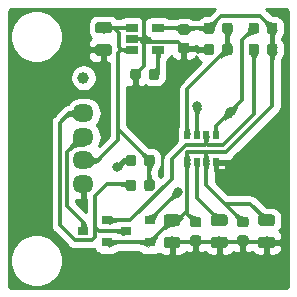
<source format=gtl>
G04 #@! TF.GenerationSoftware,KiCad,Pcbnew,(5.1.2)-1*
G04 #@! TF.CreationDate,2025-09-14T13:11:52+09:00*
G04 #@! TF.ProjectId,ots,6f74732e-6b69-4636-9164-5f7063625858,v1.1*
G04 #@! TF.SameCoordinates,Original*
G04 #@! TF.FileFunction,Copper,L1,Top*
G04 #@! TF.FilePolarity,Positive*
%FSLAX46Y46*%
G04 Gerber Fmt 4.6, Leading zero omitted, Abs format (unit mm)*
G04 Created by KiCad (PCBNEW (5.1.2)-1) date 2025-09-14 13:11:52*
%MOMM*%
%LPD*%
G04 APERTURE LIST*
%ADD10R,1.060000X0.650000*%
%ADD11C,0.100000*%
%ADD12C,0.875000*%
%ADD13R,0.900000X0.800000*%
%ADD14C,0.975000*%
%ADD15R,0.500000X0.750000*%
%ADD16R,0.500000X0.850000*%
%ADD17C,1.000000*%
%ADD18O,1.800000X1.524000*%
%ADD19C,0.800000*%
%ADD20C,0.300000*%
%ADD21C,0.254000*%
%ADD22C,0.025400*%
G04 APERTURE END LIST*
D10*
X160300000Y-81250000D03*
X160300000Y-83150000D03*
X158100000Y-83150000D03*
X158100000Y-82200000D03*
X158100000Y-81250000D03*
D11*
G36*
X158252691Y-94126053D02*
G01*
X158273926Y-94129203D01*
X158294750Y-94134419D01*
X158314962Y-94141651D01*
X158334368Y-94150830D01*
X158352781Y-94161866D01*
X158370024Y-94174654D01*
X158385930Y-94189070D01*
X158400346Y-94204976D01*
X158413134Y-94222219D01*
X158424170Y-94240632D01*
X158433349Y-94260038D01*
X158440581Y-94280250D01*
X158445797Y-94301074D01*
X158448947Y-94322309D01*
X158450000Y-94343750D01*
X158450000Y-94856250D01*
X158448947Y-94877691D01*
X158445797Y-94898926D01*
X158440581Y-94919750D01*
X158433349Y-94939962D01*
X158424170Y-94959368D01*
X158413134Y-94977781D01*
X158400346Y-94995024D01*
X158385930Y-95010930D01*
X158370024Y-95025346D01*
X158352781Y-95038134D01*
X158334368Y-95049170D01*
X158314962Y-95058349D01*
X158294750Y-95065581D01*
X158273926Y-95070797D01*
X158252691Y-95073947D01*
X158231250Y-95075000D01*
X157793750Y-95075000D01*
X157772309Y-95073947D01*
X157751074Y-95070797D01*
X157730250Y-95065581D01*
X157710038Y-95058349D01*
X157690632Y-95049170D01*
X157672219Y-95038134D01*
X157654976Y-95025346D01*
X157639070Y-95010930D01*
X157624654Y-94995024D01*
X157611866Y-94977781D01*
X157600830Y-94959368D01*
X157591651Y-94939962D01*
X157584419Y-94919750D01*
X157579203Y-94898926D01*
X157576053Y-94877691D01*
X157575000Y-94856250D01*
X157575000Y-94343750D01*
X157576053Y-94322309D01*
X157579203Y-94301074D01*
X157584419Y-94280250D01*
X157591651Y-94260038D01*
X157600830Y-94240632D01*
X157611866Y-94222219D01*
X157624654Y-94204976D01*
X157639070Y-94189070D01*
X157654976Y-94174654D01*
X157672219Y-94161866D01*
X157690632Y-94150830D01*
X157710038Y-94141651D01*
X157730250Y-94134419D01*
X157751074Y-94129203D01*
X157772309Y-94126053D01*
X157793750Y-94125000D01*
X158231250Y-94125000D01*
X158252691Y-94126053D01*
X158252691Y-94126053D01*
G37*
D12*
X158012500Y-94600000D03*
D11*
G36*
X159827691Y-94126053D02*
G01*
X159848926Y-94129203D01*
X159869750Y-94134419D01*
X159889962Y-94141651D01*
X159909368Y-94150830D01*
X159927781Y-94161866D01*
X159945024Y-94174654D01*
X159960930Y-94189070D01*
X159975346Y-94204976D01*
X159988134Y-94222219D01*
X159999170Y-94240632D01*
X160008349Y-94260038D01*
X160015581Y-94280250D01*
X160020797Y-94301074D01*
X160023947Y-94322309D01*
X160025000Y-94343750D01*
X160025000Y-94856250D01*
X160023947Y-94877691D01*
X160020797Y-94898926D01*
X160015581Y-94919750D01*
X160008349Y-94939962D01*
X159999170Y-94959368D01*
X159988134Y-94977781D01*
X159975346Y-94995024D01*
X159960930Y-95010930D01*
X159945024Y-95025346D01*
X159927781Y-95038134D01*
X159909368Y-95049170D01*
X159889962Y-95058349D01*
X159869750Y-95065581D01*
X159848926Y-95070797D01*
X159827691Y-95073947D01*
X159806250Y-95075000D01*
X159368750Y-95075000D01*
X159347309Y-95073947D01*
X159326074Y-95070797D01*
X159305250Y-95065581D01*
X159285038Y-95058349D01*
X159265632Y-95049170D01*
X159247219Y-95038134D01*
X159229976Y-95025346D01*
X159214070Y-95010930D01*
X159199654Y-94995024D01*
X159186866Y-94977781D01*
X159175830Y-94959368D01*
X159166651Y-94939962D01*
X159159419Y-94919750D01*
X159154203Y-94898926D01*
X159151053Y-94877691D01*
X159150000Y-94856250D01*
X159150000Y-94343750D01*
X159151053Y-94322309D01*
X159154203Y-94301074D01*
X159159419Y-94280250D01*
X159166651Y-94260038D01*
X159175830Y-94240632D01*
X159186866Y-94222219D01*
X159199654Y-94204976D01*
X159214070Y-94189070D01*
X159229976Y-94174654D01*
X159247219Y-94161866D01*
X159265632Y-94150830D01*
X159285038Y-94141651D01*
X159305250Y-94134419D01*
X159326074Y-94129203D01*
X159347309Y-94126053D01*
X159368750Y-94125000D01*
X159806250Y-94125000D01*
X159827691Y-94126053D01*
X159827691Y-94126053D01*
G37*
D12*
X159587500Y-94600000D03*
D11*
G36*
X158252691Y-92026053D02*
G01*
X158273926Y-92029203D01*
X158294750Y-92034419D01*
X158314962Y-92041651D01*
X158334368Y-92050830D01*
X158352781Y-92061866D01*
X158370024Y-92074654D01*
X158385930Y-92089070D01*
X158400346Y-92104976D01*
X158413134Y-92122219D01*
X158424170Y-92140632D01*
X158433349Y-92160038D01*
X158440581Y-92180250D01*
X158445797Y-92201074D01*
X158448947Y-92222309D01*
X158450000Y-92243750D01*
X158450000Y-92756250D01*
X158448947Y-92777691D01*
X158445797Y-92798926D01*
X158440581Y-92819750D01*
X158433349Y-92839962D01*
X158424170Y-92859368D01*
X158413134Y-92877781D01*
X158400346Y-92895024D01*
X158385930Y-92910930D01*
X158370024Y-92925346D01*
X158352781Y-92938134D01*
X158334368Y-92949170D01*
X158314962Y-92958349D01*
X158294750Y-92965581D01*
X158273926Y-92970797D01*
X158252691Y-92973947D01*
X158231250Y-92975000D01*
X157793750Y-92975000D01*
X157772309Y-92973947D01*
X157751074Y-92970797D01*
X157730250Y-92965581D01*
X157710038Y-92958349D01*
X157690632Y-92949170D01*
X157672219Y-92938134D01*
X157654976Y-92925346D01*
X157639070Y-92910930D01*
X157624654Y-92895024D01*
X157611866Y-92877781D01*
X157600830Y-92859368D01*
X157591651Y-92839962D01*
X157584419Y-92819750D01*
X157579203Y-92798926D01*
X157576053Y-92777691D01*
X157575000Y-92756250D01*
X157575000Y-92243750D01*
X157576053Y-92222309D01*
X157579203Y-92201074D01*
X157584419Y-92180250D01*
X157591651Y-92160038D01*
X157600830Y-92140632D01*
X157611866Y-92122219D01*
X157624654Y-92104976D01*
X157639070Y-92089070D01*
X157654976Y-92074654D01*
X157672219Y-92061866D01*
X157690632Y-92050830D01*
X157710038Y-92041651D01*
X157730250Y-92034419D01*
X157751074Y-92029203D01*
X157772309Y-92026053D01*
X157793750Y-92025000D01*
X158231250Y-92025000D01*
X158252691Y-92026053D01*
X158252691Y-92026053D01*
G37*
D12*
X158012500Y-92500000D03*
D11*
G36*
X159827691Y-92026053D02*
G01*
X159848926Y-92029203D01*
X159869750Y-92034419D01*
X159889962Y-92041651D01*
X159909368Y-92050830D01*
X159927781Y-92061866D01*
X159945024Y-92074654D01*
X159960930Y-92089070D01*
X159975346Y-92104976D01*
X159988134Y-92122219D01*
X159999170Y-92140632D01*
X160008349Y-92160038D01*
X160015581Y-92180250D01*
X160020797Y-92201074D01*
X160023947Y-92222309D01*
X160025000Y-92243750D01*
X160025000Y-92756250D01*
X160023947Y-92777691D01*
X160020797Y-92798926D01*
X160015581Y-92819750D01*
X160008349Y-92839962D01*
X159999170Y-92859368D01*
X159988134Y-92877781D01*
X159975346Y-92895024D01*
X159960930Y-92910930D01*
X159945024Y-92925346D01*
X159927781Y-92938134D01*
X159909368Y-92949170D01*
X159889962Y-92958349D01*
X159869750Y-92965581D01*
X159848926Y-92970797D01*
X159827691Y-92973947D01*
X159806250Y-92975000D01*
X159368750Y-92975000D01*
X159347309Y-92973947D01*
X159326074Y-92970797D01*
X159305250Y-92965581D01*
X159285038Y-92958349D01*
X159265632Y-92949170D01*
X159247219Y-92938134D01*
X159229976Y-92925346D01*
X159214070Y-92910930D01*
X159199654Y-92895024D01*
X159186866Y-92877781D01*
X159175830Y-92859368D01*
X159166651Y-92839962D01*
X159159419Y-92819750D01*
X159154203Y-92798926D01*
X159151053Y-92777691D01*
X159150000Y-92756250D01*
X159150000Y-92243750D01*
X159151053Y-92222309D01*
X159154203Y-92201074D01*
X159159419Y-92180250D01*
X159166651Y-92160038D01*
X159175830Y-92140632D01*
X159186866Y-92122219D01*
X159199654Y-92104976D01*
X159214070Y-92089070D01*
X159229976Y-92074654D01*
X159247219Y-92061866D01*
X159265632Y-92050830D01*
X159285038Y-92041651D01*
X159305250Y-92034419D01*
X159326074Y-92029203D01*
X159347309Y-92026053D01*
X159368750Y-92025000D01*
X159806250Y-92025000D01*
X159827691Y-92026053D01*
X159827691Y-92026053D01*
G37*
D12*
X159587500Y-92500000D03*
D13*
X154000000Y-98500000D03*
X156000000Y-97550000D03*
X156000000Y-99450000D03*
X157600000Y-98500000D03*
X159600000Y-97550000D03*
X159600000Y-99450000D03*
D11*
G36*
X162777691Y-82551053D02*
G01*
X162798926Y-82554203D01*
X162819750Y-82559419D01*
X162839962Y-82566651D01*
X162859368Y-82575830D01*
X162877781Y-82586866D01*
X162895024Y-82599654D01*
X162910930Y-82614070D01*
X162925346Y-82629976D01*
X162938134Y-82647219D01*
X162949170Y-82665632D01*
X162958349Y-82685038D01*
X162965581Y-82705250D01*
X162970797Y-82726074D01*
X162973947Y-82747309D01*
X162975000Y-82768750D01*
X162975000Y-83206250D01*
X162973947Y-83227691D01*
X162970797Y-83248926D01*
X162965581Y-83269750D01*
X162958349Y-83289962D01*
X162949170Y-83309368D01*
X162938134Y-83327781D01*
X162925346Y-83345024D01*
X162910930Y-83360930D01*
X162895024Y-83375346D01*
X162877781Y-83388134D01*
X162859368Y-83399170D01*
X162839962Y-83408349D01*
X162819750Y-83415581D01*
X162798926Y-83420797D01*
X162777691Y-83423947D01*
X162756250Y-83425000D01*
X162243750Y-83425000D01*
X162222309Y-83423947D01*
X162201074Y-83420797D01*
X162180250Y-83415581D01*
X162160038Y-83408349D01*
X162140632Y-83399170D01*
X162122219Y-83388134D01*
X162104976Y-83375346D01*
X162089070Y-83360930D01*
X162074654Y-83345024D01*
X162061866Y-83327781D01*
X162050830Y-83309368D01*
X162041651Y-83289962D01*
X162034419Y-83269750D01*
X162029203Y-83248926D01*
X162026053Y-83227691D01*
X162025000Y-83206250D01*
X162025000Y-82768750D01*
X162026053Y-82747309D01*
X162029203Y-82726074D01*
X162034419Y-82705250D01*
X162041651Y-82685038D01*
X162050830Y-82665632D01*
X162061866Y-82647219D01*
X162074654Y-82629976D01*
X162089070Y-82614070D01*
X162104976Y-82599654D01*
X162122219Y-82586866D01*
X162140632Y-82575830D01*
X162160038Y-82566651D01*
X162180250Y-82559419D01*
X162201074Y-82554203D01*
X162222309Y-82551053D01*
X162243750Y-82550000D01*
X162756250Y-82550000D01*
X162777691Y-82551053D01*
X162777691Y-82551053D01*
G37*
D12*
X162500000Y-82987500D03*
D11*
G36*
X162777691Y-80976053D02*
G01*
X162798926Y-80979203D01*
X162819750Y-80984419D01*
X162839962Y-80991651D01*
X162859368Y-81000830D01*
X162877781Y-81011866D01*
X162895024Y-81024654D01*
X162910930Y-81039070D01*
X162925346Y-81054976D01*
X162938134Y-81072219D01*
X162949170Y-81090632D01*
X162958349Y-81110038D01*
X162965581Y-81130250D01*
X162970797Y-81151074D01*
X162973947Y-81172309D01*
X162975000Y-81193750D01*
X162975000Y-81631250D01*
X162973947Y-81652691D01*
X162970797Y-81673926D01*
X162965581Y-81694750D01*
X162958349Y-81714962D01*
X162949170Y-81734368D01*
X162938134Y-81752781D01*
X162925346Y-81770024D01*
X162910930Y-81785930D01*
X162895024Y-81800346D01*
X162877781Y-81813134D01*
X162859368Y-81824170D01*
X162839962Y-81833349D01*
X162819750Y-81840581D01*
X162798926Y-81845797D01*
X162777691Y-81848947D01*
X162756250Y-81850000D01*
X162243750Y-81850000D01*
X162222309Y-81848947D01*
X162201074Y-81845797D01*
X162180250Y-81840581D01*
X162160038Y-81833349D01*
X162140632Y-81824170D01*
X162122219Y-81813134D01*
X162104976Y-81800346D01*
X162089070Y-81785930D01*
X162074654Y-81770024D01*
X162061866Y-81752781D01*
X162050830Y-81734368D01*
X162041651Y-81714962D01*
X162034419Y-81694750D01*
X162029203Y-81673926D01*
X162026053Y-81652691D01*
X162025000Y-81631250D01*
X162025000Y-81193750D01*
X162026053Y-81172309D01*
X162029203Y-81151074D01*
X162034419Y-81130250D01*
X162041651Y-81110038D01*
X162050830Y-81090632D01*
X162061866Y-81072219D01*
X162074654Y-81054976D01*
X162089070Y-81039070D01*
X162104976Y-81024654D01*
X162122219Y-81011866D01*
X162140632Y-81000830D01*
X162160038Y-80991651D01*
X162180250Y-80984419D01*
X162201074Y-80979203D01*
X162222309Y-80976053D01*
X162243750Y-80975000D01*
X162756250Y-80975000D01*
X162777691Y-80976053D01*
X162777691Y-80976053D01*
G37*
D12*
X162500000Y-81412500D03*
D11*
G36*
X158652691Y-84726053D02*
G01*
X158673926Y-84729203D01*
X158694750Y-84734419D01*
X158714962Y-84741651D01*
X158734368Y-84750830D01*
X158752781Y-84761866D01*
X158770024Y-84774654D01*
X158785930Y-84789070D01*
X158800346Y-84804976D01*
X158813134Y-84822219D01*
X158824170Y-84840632D01*
X158833349Y-84860038D01*
X158840581Y-84880250D01*
X158845797Y-84901074D01*
X158848947Y-84922309D01*
X158850000Y-84943750D01*
X158850000Y-85456250D01*
X158848947Y-85477691D01*
X158845797Y-85498926D01*
X158840581Y-85519750D01*
X158833349Y-85539962D01*
X158824170Y-85559368D01*
X158813134Y-85577781D01*
X158800346Y-85595024D01*
X158785930Y-85610930D01*
X158770024Y-85625346D01*
X158752781Y-85638134D01*
X158734368Y-85649170D01*
X158714962Y-85658349D01*
X158694750Y-85665581D01*
X158673926Y-85670797D01*
X158652691Y-85673947D01*
X158631250Y-85675000D01*
X158193750Y-85675000D01*
X158172309Y-85673947D01*
X158151074Y-85670797D01*
X158130250Y-85665581D01*
X158110038Y-85658349D01*
X158090632Y-85649170D01*
X158072219Y-85638134D01*
X158054976Y-85625346D01*
X158039070Y-85610930D01*
X158024654Y-85595024D01*
X158011866Y-85577781D01*
X158000830Y-85559368D01*
X157991651Y-85539962D01*
X157984419Y-85519750D01*
X157979203Y-85498926D01*
X157976053Y-85477691D01*
X157975000Y-85456250D01*
X157975000Y-84943750D01*
X157976053Y-84922309D01*
X157979203Y-84901074D01*
X157984419Y-84880250D01*
X157991651Y-84860038D01*
X158000830Y-84840632D01*
X158011866Y-84822219D01*
X158024654Y-84804976D01*
X158039070Y-84789070D01*
X158054976Y-84774654D01*
X158072219Y-84761866D01*
X158090632Y-84750830D01*
X158110038Y-84741651D01*
X158130250Y-84734419D01*
X158151074Y-84729203D01*
X158172309Y-84726053D01*
X158193750Y-84725000D01*
X158631250Y-84725000D01*
X158652691Y-84726053D01*
X158652691Y-84726053D01*
G37*
D12*
X158412500Y-85200000D03*
D11*
G36*
X160227691Y-84726053D02*
G01*
X160248926Y-84729203D01*
X160269750Y-84734419D01*
X160289962Y-84741651D01*
X160309368Y-84750830D01*
X160327781Y-84761866D01*
X160345024Y-84774654D01*
X160360930Y-84789070D01*
X160375346Y-84804976D01*
X160388134Y-84822219D01*
X160399170Y-84840632D01*
X160408349Y-84860038D01*
X160415581Y-84880250D01*
X160420797Y-84901074D01*
X160423947Y-84922309D01*
X160425000Y-84943750D01*
X160425000Y-85456250D01*
X160423947Y-85477691D01*
X160420797Y-85498926D01*
X160415581Y-85519750D01*
X160408349Y-85539962D01*
X160399170Y-85559368D01*
X160388134Y-85577781D01*
X160375346Y-85595024D01*
X160360930Y-85610930D01*
X160345024Y-85625346D01*
X160327781Y-85638134D01*
X160309368Y-85649170D01*
X160289962Y-85658349D01*
X160269750Y-85665581D01*
X160248926Y-85670797D01*
X160227691Y-85673947D01*
X160206250Y-85675000D01*
X159768750Y-85675000D01*
X159747309Y-85673947D01*
X159726074Y-85670797D01*
X159705250Y-85665581D01*
X159685038Y-85658349D01*
X159665632Y-85649170D01*
X159647219Y-85638134D01*
X159629976Y-85625346D01*
X159614070Y-85610930D01*
X159599654Y-85595024D01*
X159586866Y-85577781D01*
X159575830Y-85559368D01*
X159566651Y-85539962D01*
X159559419Y-85519750D01*
X159554203Y-85498926D01*
X159551053Y-85477691D01*
X159550000Y-85456250D01*
X159550000Y-84943750D01*
X159551053Y-84922309D01*
X159554203Y-84901074D01*
X159559419Y-84880250D01*
X159566651Y-84860038D01*
X159575830Y-84840632D01*
X159586866Y-84822219D01*
X159599654Y-84804976D01*
X159614070Y-84789070D01*
X159629976Y-84774654D01*
X159647219Y-84761866D01*
X159665632Y-84750830D01*
X159685038Y-84741651D01*
X159705250Y-84734419D01*
X159726074Y-84729203D01*
X159747309Y-84726053D01*
X159768750Y-84725000D01*
X160206250Y-84725000D01*
X160227691Y-84726053D01*
X160227691Y-84726053D01*
G37*
D12*
X159987500Y-85200000D03*
D11*
G36*
X156180142Y-82651174D02*
G01*
X156203803Y-82654684D01*
X156227007Y-82660496D01*
X156249529Y-82668554D01*
X156271153Y-82678782D01*
X156291670Y-82691079D01*
X156310883Y-82705329D01*
X156328607Y-82721393D01*
X156344671Y-82739117D01*
X156358921Y-82758330D01*
X156371218Y-82778847D01*
X156381446Y-82800471D01*
X156389504Y-82822993D01*
X156395316Y-82846197D01*
X156398826Y-82869858D01*
X156400000Y-82893750D01*
X156400000Y-83381250D01*
X156398826Y-83405142D01*
X156395316Y-83428803D01*
X156389504Y-83452007D01*
X156381446Y-83474529D01*
X156371218Y-83496153D01*
X156358921Y-83516670D01*
X156344671Y-83535883D01*
X156328607Y-83553607D01*
X156310883Y-83569671D01*
X156291670Y-83583921D01*
X156271153Y-83596218D01*
X156249529Y-83606446D01*
X156227007Y-83614504D01*
X156203803Y-83620316D01*
X156180142Y-83623826D01*
X156156250Y-83625000D01*
X155243750Y-83625000D01*
X155219858Y-83623826D01*
X155196197Y-83620316D01*
X155172993Y-83614504D01*
X155150471Y-83606446D01*
X155128847Y-83596218D01*
X155108330Y-83583921D01*
X155089117Y-83569671D01*
X155071393Y-83553607D01*
X155055329Y-83535883D01*
X155041079Y-83516670D01*
X155028782Y-83496153D01*
X155018554Y-83474529D01*
X155010496Y-83452007D01*
X155004684Y-83428803D01*
X155001174Y-83405142D01*
X155000000Y-83381250D01*
X155000000Y-82893750D01*
X155001174Y-82869858D01*
X155004684Y-82846197D01*
X155010496Y-82822993D01*
X155018554Y-82800471D01*
X155028782Y-82778847D01*
X155041079Y-82758330D01*
X155055329Y-82739117D01*
X155071393Y-82721393D01*
X155089117Y-82705329D01*
X155108330Y-82691079D01*
X155128847Y-82678782D01*
X155150471Y-82668554D01*
X155172993Y-82660496D01*
X155196197Y-82654684D01*
X155219858Y-82651174D01*
X155243750Y-82650000D01*
X156156250Y-82650000D01*
X156180142Y-82651174D01*
X156180142Y-82651174D01*
G37*
D14*
X155700000Y-83137500D03*
D11*
G36*
X156180142Y-80776174D02*
G01*
X156203803Y-80779684D01*
X156227007Y-80785496D01*
X156249529Y-80793554D01*
X156271153Y-80803782D01*
X156291670Y-80816079D01*
X156310883Y-80830329D01*
X156328607Y-80846393D01*
X156344671Y-80864117D01*
X156358921Y-80883330D01*
X156371218Y-80903847D01*
X156381446Y-80925471D01*
X156389504Y-80947993D01*
X156395316Y-80971197D01*
X156398826Y-80994858D01*
X156400000Y-81018750D01*
X156400000Y-81506250D01*
X156398826Y-81530142D01*
X156395316Y-81553803D01*
X156389504Y-81577007D01*
X156381446Y-81599529D01*
X156371218Y-81621153D01*
X156358921Y-81641670D01*
X156344671Y-81660883D01*
X156328607Y-81678607D01*
X156310883Y-81694671D01*
X156291670Y-81708921D01*
X156271153Y-81721218D01*
X156249529Y-81731446D01*
X156227007Y-81739504D01*
X156203803Y-81745316D01*
X156180142Y-81748826D01*
X156156250Y-81750000D01*
X155243750Y-81750000D01*
X155219858Y-81748826D01*
X155196197Y-81745316D01*
X155172993Y-81739504D01*
X155150471Y-81731446D01*
X155128847Y-81721218D01*
X155108330Y-81708921D01*
X155089117Y-81694671D01*
X155071393Y-81678607D01*
X155055329Y-81660883D01*
X155041079Y-81641670D01*
X155028782Y-81621153D01*
X155018554Y-81599529D01*
X155010496Y-81577007D01*
X155004684Y-81553803D01*
X155001174Y-81530142D01*
X155000000Y-81506250D01*
X155000000Y-81018750D01*
X155001174Y-80994858D01*
X155004684Y-80971197D01*
X155010496Y-80947993D01*
X155018554Y-80925471D01*
X155028782Y-80903847D01*
X155041079Y-80883330D01*
X155055329Y-80864117D01*
X155071393Y-80846393D01*
X155089117Y-80830329D01*
X155108330Y-80816079D01*
X155128847Y-80803782D01*
X155150471Y-80793554D01*
X155172993Y-80785496D01*
X155196197Y-80779684D01*
X155219858Y-80776174D01*
X155243750Y-80775000D01*
X156156250Y-80775000D01*
X156180142Y-80776174D01*
X156180142Y-80776174D01*
G37*
D14*
X155700000Y-81262500D03*
D15*
X162800000Y-90355000D03*
X163600000Y-90355000D03*
X164400000Y-90355000D03*
X165200000Y-90355000D03*
X165200000Y-92645000D03*
X164400000Y-92645000D03*
X163600000Y-92645000D03*
D16*
X162800000Y-92600000D03*
D17*
X154000000Y-85500000D03*
D11*
G36*
X164852691Y-82626053D02*
G01*
X164873926Y-82629203D01*
X164894750Y-82634419D01*
X164914962Y-82641651D01*
X164934368Y-82650830D01*
X164952781Y-82661866D01*
X164970024Y-82674654D01*
X164985930Y-82689070D01*
X165000346Y-82704976D01*
X165013134Y-82722219D01*
X165024170Y-82740632D01*
X165033349Y-82760038D01*
X165040581Y-82780250D01*
X165045797Y-82801074D01*
X165048947Y-82822309D01*
X165050000Y-82843750D01*
X165050000Y-83356250D01*
X165048947Y-83377691D01*
X165045797Y-83398926D01*
X165040581Y-83419750D01*
X165033349Y-83439962D01*
X165024170Y-83459368D01*
X165013134Y-83477781D01*
X165000346Y-83495024D01*
X164985930Y-83510930D01*
X164970024Y-83525346D01*
X164952781Y-83538134D01*
X164934368Y-83549170D01*
X164914962Y-83558349D01*
X164894750Y-83565581D01*
X164873926Y-83570797D01*
X164852691Y-83573947D01*
X164831250Y-83575000D01*
X164393750Y-83575000D01*
X164372309Y-83573947D01*
X164351074Y-83570797D01*
X164330250Y-83565581D01*
X164310038Y-83558349D01*
X164290632Y-83549170D01*
X164272219Y-83538134D01*
X164254976Y-83525346D01*
X164239070Y-83510930D01*
X164224654Y-83495024D01*
X164211866Y-83477781D01*
X164200830Y-83459368D01*
X164191651Y-83439962D01*
X164184419Y-83419750D01*
X164179203Y-83398926D01*
X164176053Y-83377691D01*
X164175000Y-83356250D01*
X164175000Y-82843750D01*
X164176053Y-82822309D01*
X164179203Y-82801074D01*
X164184419Y-82780250D01*
X164191651Y-82760038D01*
X164200830Y-82740632D01*
X164211866Y-82722219D01*
X164224654Y-82704976D01*
X164239070Y-82689070D01*
X164254976Y-82674654D01*
X164272219Y-82661866D01*
X164290632Y-82650830D01*
X164310038Y-82641651D01*
X164330250Y-82634419D01*
X164351074Y-82629203D01*
X164372309Y-82626053D01*
X164393750Y-82625000D01*
X164831250Y-82625000D01*
X164852691Y-82626053D01*
X164852691Y-82626053D01*
G37*
D12*
X164612500Y-83100000D03*
D11*
G36*
X166427691Y-82626053D02*
G01*
X166448926Y-82629203D01*
X166469750Y-82634419D01*
X166489962Y-82641651D01*
X166509368Y-82650830D01*
X166527781Y-82661866D01*
X166545024Y-82674654D01*
X166560930Y-82689070D01*
X166575346Y-82704976D01*
X166588134Y-82722219D01*
X166599170Y-82740632D01*
X166608349Y-82760038D01*
X166615581Y-82780250D01*
X166620797Y-82801074D01*
X166623947Y-82822309D01*
X166625000Y-82843750D01*
X166625000Y-83356250D01*
X166623947Y-83377691D01*
X166620797Y-83398926D01*
X166615581Y-83419750D01*
X166608349Y-83439962D01*
X166599170Y-83459368D01*
X166588134Y-83477781D01*
X166575346Y-83495024D01*
X166560930Y-83510930D01*
X166545024Y-83525346D01*
X166527781Y-83538134D01*
X166509368Y-83549170D01*
X166489962Y-83558349D01*
X166469750Y-83565581D01*
X166448926Y-83570797D01*
X166427691Y-83573947D01*
X166406250Y-83575000D01*
X165968750Y-83575000D01*
X165947309Y-83573947D01*
X165926074Y-83570797D01*
X165905250Y-83565581D01*
X165885038Y-83558349D01*
X165865632Y-83549170D01*
X165847219Y-83538134D01*
X165829976Y-83525346D01*
X165814070Y-83510930D01*
X165799654Y-83495024D01*
X165786866Y-83477781D01*
X165775830Y-83459368D01*
X165766651Y-83439962D01*
X165759419Y-83419750D01*
X165754203Y-83398926D01*
X165751053Y-83377691D01*
X165750000Y-83356250D01*
X165750000Y-82843750D01*
X165751053Y-82822309D01*
X165754203Y-82801074D01*
X165759419Y-82780250D01*
X165766651Y-82760038D01*
X165775830Y-82740632D01*
X165786866Y-82722219D01*
X165799654Y-82704976D01*
X165814070Y-82689070D01*
X165829976Y-82674654D01*
X165847219Y-82661866D01*
X165865632Y-82650830D01*
X165885038Y-82641651D01*
X165905250Y-82634419D01*
X165926074Y-82629203D01*
X165947309Y-82626053D01*
X165968750Y-82625000D01*
X166406250Y-82625000D01*
X166427691Y-82626053D01*
X166427691Y-82626053D01*
G37*
D12*
X166187500Y-83100000D03*
D11*
G36*
X166427691Y-80826053D02*
G01*
X166448926Y-80829203D01*
X166469750Y-80834419D01*
X166489962Y-80841651D01*
X166509368Y-80850830D01*
X166527781Y-80861866D01*
X166545024Y-80874654D01*
X166560930Y-80889070D01*
X166575346Y-80904976D01*
X166588134Y-80922219D01*
X166599170Y-80940632D01*
X166608349Y-80960038D01*
X166615581Y-80980250D01*
X166620797Y-81001074D01*
X166623947Y-81022309D01*
X166625000Y-81043750D01*
X166625000Y-81556250D01*
X166623947Y-81577691D01*
X166620797Y-81598926D01*
X166615581Y-81619750D01*
X166608349Y-81639962D01*
X166599170Y-81659368D01*
X166588134Y-81677781D01*
X166575346Y-81695024D01*
X166560930Y-81710930D01*
X166545024Y-81725346D01*
X166527781Y-81738134D01*
X166509368Y-81749170D01*
X166489962Y-81758349D01*
X166469750Y-81765581D01*
X166448926Y-81770797D01*
X166427691Y-81773947D01*
X166406250Y-81775000D01*
X165968750Y-81775000D01*
X165947309Y-81773947D01*
X165926074Y-81770797D01*
X165905250Y-81765581D01*
X165885038Y-81758349D01*
X165865632Y-81749170D01*
X165847219Y-81738134D01*
X165829976Y-81725346D01*
X165814070Y-81710930D01*
X165799654Y-81695024D01*
X165786866Y-81677781D01*
X165775830Y-81659368D01*
X165766651Y-81639962D01*
X165759419Y-81619750D01*
X165754203Y-81598926D01*
X165751053Y-81577691D01*
X165750000Y-81556250D01*
X165750000Y-81043750D01*
X165751053Y-81022309D01*
X165754203Y-81001074D01*
X165759419Y-80980250D01*
X165766651Y-80960038D01*
X165775830Y-80940632D01*
X165786866Y-80922219D01*
X165799654Y-80904976D01*
X165814070Y-80889070D01*
X165829976Y-80874654D01*
X165847219Y-80861866D01*
X165865632Y-80850830D01*
X165885038Y-80841651D01*
X165905250Y-80834419D01*
X165926074Y-80829203D01*
X165947309Y-80826053D01*
X165968750Y-80825000D01*
X166406250Y-80825000D01*
X166427691Y-80826053D01*
X166427691Y-80826053D01*
G37*
D12*
X166187500Y-81300000D03*
D11*
G36*
X164852691Y-80826053D02*
G01*
X164873926Y-80829203D01*
X164894750Y-80834419D01*
X164914962Y-80841651D01*
X164934368Y-80850830D01*
X164952781Y-80861866D01*
X164970024Y-80874654D01*
X164985930Y-80889070D01*
X165000346Y-80904976D01*
X165013134Y-80922219D01*
X165024170Y-80940632D01*
X165033349Y-80960038D01*
X165040581Y-80980250D01*
X165045797Y-81001074D01*
X165048947Y-81022309D01*
X165050000Y-81043750D01*
X165050000Y-81556250D01*
X165048947Y-81577691D01*
X165045797Y-81598926D01*
X165040581Y-81619750D01*
X165033349Y-81639962D01*
X165024170Y-81659368D01*
X165013134Y-81677781D01*
X165000346Y-81695024D01*
X164985930Y-81710930D01*
X164970024Y-81725346D01*
X164952781Y-81738134D01*
X164934368Y-81749170D01*
X164914962Y-81758349D01*
X164894750Y-81765581D01*
X164873926Y-81770797D01*
X164852691Y-81773947D01*
X164831250Y-81775000D01*
X164393750Y-81775000D01*
X164372309Y-81773947D01*
X164351074Y-81770797D01*
X164330250Y-81765581D01*
X164310038Y-81758349D01*
X164290632Y-81749170D01*
X164272219Y-81738134D01*
X164254976Y-81725346D01*
X164239070Y-81710930D01*
X164224654Y-81695024D01*
X164211866Y-81677781D01*
X164200830Y-81659368D01*
X164191651Y-81639962D01*
X164184419Y-81619750D01*
X164179203Y-81598926D01*
X164176053Y-81577691D01*
X164175000Y-81556250D01*
X164175000Y-81043750D01*
X164176053Y-81022309D01*
X164179203Y-81001074D01*
X164184419Y-80980250D01*
X164191651Y-80960038D01*
X164200830Y-80940632D01*
X164211866Y-80922219D01*
X164224654Y-80904976D01*
X164239070Y-80889070D01*
X164254976Y-80874654D01*
X164272219Y-80861866D01*
X164290632Y-80850830D01*
X164310038Y-80841651D01*
X164330250Y-80834419D01*
X164351074Y-80829203D01*
X164372309Y-80826053D01*
X164393750Y-80825000D01*
X164831250Y-80825000D01*
X164852691Y-80826053D01*
X164852691Y-80826053D01*
G37*
D12*
X164612500Y-81300000D03*
D11*
G36*
X168652691Y-80826053D02*
G01*
X168673926Y-80829203D01*
X168694750Y-80834419D01*
X168714962Y-80841651D01*
X168734368Y-80850830D01*
X168752781Y-80861866D01*
X168770024Y-80874654D01*
X168785930Y-80889070D01*
X168800346Y-80904976D01*
X168813134Y-80922219D01*
X168824170Y-80940632D01*
X168833349Y-80960038D01*
X168840581Y-80980250D01*
X168845797Y-81001074D01*
X168848947Y-81022309D01*
X168850000Y-81043750D01*
X168850000Y-81556250D01*
X168848947Y-81577691D01*
X168845797Y-81598926D01*
X168840581Y-81619750D01*
X168833349Y-81639962D01*
X168824170Y-81659368D01*
X168813134Y-81677781D01*
X168800346Y-81695024D01*
X168785930Y-81710930D01*
X168770024Y-81725346D01*
X168752781Y-81738134D01*
X168734368Y-81749170D01*
X168714962Y-81758349D01*
X168694750Y-81765581D01*
X168673926Y-81770797D01*
X168652691Y-81773947D01*
X168631250Y-81775000D01*
X168193750Y-81775000D01*
X168172309Y-81773947D01*
X168151074Y-81770797D01*
X168130250Y-81765581D01*
X168110038Y-81758349D01*
X168090632Y-81749170D01*
X168072219Y-81738134D01*
X168054976Y-81725346D01*
X168039070Y-81710930D01*
X168024654Y-81695024D01*
X168011866Y-81677781D01*
X168000830Y-81659368D01*
X167991651Y-81639962D01*
X167984419Y-81619750D01*
X167979203Y-81598926D01*
X167976053Y-81577691D01*
X167975000Y-81556250D01*
X167975000Y-81043750D01*
X167976053Y-81022309D01*
X167979203Y-81001074D01*
X167984419Y-80980250D01*
X167991651Y-80960038D01*
X168000830Y-80940632D01*
X168011866Y-80922219D01*
X168024654Y-80904976D01*
X168039070Y-80889070D01*
X168054976Y-80874654D01*
X168072219Y-80861866D01*
X168090632Y-80850830D01*
X168110038Y-80841651D01*
X168130250Y-80834419D01*
X168151074Y-80829203D01*
X168172309Y-80826053D01*
X168193750Y-80825000D01*
X168631250Y-80825000D01*
X168652691Y-80826053D01*
X168652691Y-80826053D01*
G37*
D12*
X168412500Y-81300000D03*
D11*
G36*
X170227691Y-80826053D02*
G01*
X170248926Y-80829203D01*
X170269750Y-80834419D01*
X170289962Y-80841651D01*
X170309368Y-80850830D01*
X170327781Y-80861866D01*
X170345024Y-80874654D01*
X170360930Y-80889070D01*
X170375346Y-80904976D01*
X170388134Y-80922219D01*
X170399170Y-80940632D01*
X170408349Y-80960038D01*
X170415581Y-80980250D01*
X170420797Y-81001074D01*
X170423947Y-81022309D01*
X170425000Y-81043750D01*
X170425000Y-81556250D01*
X170423947Y-81577691D01*
X170420797Y-81598926D01*
X170415581Y-81619750D01*
X170408349Y-81639962D01*
X170399170Y-81659368D01*
X170388134Y-81677781D01*
X170375346Y-81695024D01*
X170360930Y-81710930D01*
X170345024Y-81725346D01*
X170327781Y-81738134D01*
X170309368Y-81749170D01*
X170289962Y-81758349D01*
X170269750Y-81765581D01*
X170248926Y-81770797D01*
X170227691Y-81773947D01*
X170206250Y-81775000D01*
X169768750Y-81775000D01*
X169747309Y-81773947D01*
X169726074Y-81770797D01*
X169705250Y-81765581D01*
X169685038Y-81758349D01*
X169665632Y-81749170D01*
X169647219Y-81738134D01*
X169629976Y-81725346D01*
X169614070Y-81710930D01*
X169599654Y-81695024D01*
X169586866Y-81677781D01*
X169575830Y-81659368D01*
X169566651Y-81639962D01*
X169559419Y-81619750D01*
X169554203Y-81598926D01*
X169551053Y-81577691D01*
X169550000Y-81556250D01*
X169550000Y-81043750D01*
X169551053Y-81022309D01*
X169554203Y-81001074D01*
X169559419Y-80980250D01*
X169566651Y-80960038D01*
X169575830Y-80940632D01*
X169586866Y-80922219D01*
X169599654Y-80904976D01*
X169614070Y-80889070D01*
X169629976Y-80874654D01*
X169647219Y-80861866D01*
X169665632Y-80850830D01*
X169685038Y-80841651D01*
X169705250Y-80834419D01*
X169726074Y-80829203D01*
X169747309Y-80826053D01*
X169768750Y-80825000D01*
X170206250Y-80825000D01*
X170227691Y-80826053D01*
X170227691Y-80826053D01*
G37*
D12*
X169987500Y-81300000D03*
D11*
G36*
X168652691Y-82626053D02*
G01*
X168673926Y-82629203D01*
X168694750Y-82634419D01*
X168714962Y-82641651D01*
X168734368Y-82650830D01*
X168752781Y-82661866D01*
X168770024Y-82674654D01*
X168785930Y-82689070D01*
X168800346Y-82704976D01*
X168813134Y-82722219D01*
X168824170Y-82740632D01*
X168833349Y-82760038D01*
X168840581Y-82780250D01*
X168845797Y-82801074D01*
X168848947Y-82822309D01*
X168850000Y-82843750D01*
X168850000Y-83356250D01*
X168848947Y-83377691D01*
X168845797Y-83398926D01*
X168840581Y-83419750D01*
X168833349Y-83439962D01*
X168824170Y-83459368D01*
X168813134Y-83477781D01*
X168800346Y-83495024D01*
X168785930Y-83510930D01*
X168770024Y-83525346D01*
X168752781Y-83538134D01*
X168734368Y-83549170D01*
X168714962Y-83558349D01*
X168694750Y-83565581D01*
X168673926Y-83570797D01*
X168652691Y-83573947D01*
X168631250Y-83575000D01*
X168193750Y-83575000D01*
X168172309Y-83573947D01*
X168151074Y-83570797D01*
X168130250Y-83565581D01*
X168110038Y-83558349D01*
X168090632Y-83549170D01*
X168072219Y-83538134D01*
X168054976Y-83525346D01*
X168039070Y-83510930D01*
X168024654Y-83495024D01*
X168011866Y-83477781D01*
X168000830Y-83459368D01*
X167991651Y-83439962D01*
X167984419Y-83419750D01*
X167979203Y-83398926D01*
X167976053Y-83377691D01*
X167975000Y-83356250D01*
X167975000Y-82843750D01*
X167976053Y-82822309D01*
X167979203Y-82801074D01*
X167984419Y-82780250D01*
X167991651Y-82760038D01*
X168000830Y-82740632D01*
X168011866Y-82722219D01*
X168024654Y-82704976D01*
X168039070Y-82689070D01*
X168054976Y-82674654D01*
X168072219Y-82661866D01*
X168090632Y-82650830D01*
X168110038Y-82641651D01*
X168130250Y-82634419D01*
X168151074Y-82629203D01*
X168172309Y-82626053D01*
X168193750Y-82625000D01*
X168631250Y-82625000D01*
X168652691Y-82626053D01*
X168652691Y-82626053D01*
G37*
D12*
X168412500Y-83100000D03*
D11*
G36*
X170227691Y-82626053D02*
G01*
X170248926Y-82629203D01*
X170269750Y-82634419D01*
X170289962Y-82641651D01*
X170309368Y-82650830D01*
X170327781Y-82661866D01*
X170345024Y-82674654D01*
X170360930Y-82689070D01*
X170375346Y-82704976D01*
X170388134Y-82722219D01*
X170399170Y-82740632D01*
X170408349Y-82760038D01*
X170415581Y-82780250D01*
X170420797Y-82801074D01*
X170423947Y-82822309D01*
X170425000Y-82843750D01*
X170425000Y-83356250D01*
X170423947Y-83377691D01*
X170420797Y-83398926D01*
X170415581Y-83419750D01*
X170408349Y-83439962D01*
X170399170Y-83459368D01*
X170388134Y-83477781D01*
X170375346Y-83495024D01*
X170360930Y-83510930D01*
X170345024Y-83525346D01*
X170327781Y-83538134D01*
X170309368Y-83549170D01*
X170289962Y-83558349D01*
X170269750Y-83565581D01*
X170248926Y-83570797D01*
X170227691Y-83573947D01*
X170206250Y-83575000D01*
X169768750Y-83575000D01*
X169747309Y-83573947D01*
X169726074Y-83570797D01*
X169705250Y-83565581D01*
X169685038Y-83558349D01*
X169665632Y-83549170D01*
X169647219Y-83538134D01*
X169629976Y-83525346D01*
X169614070Y-83510930D01*
X169599654Y-83495024D01*
X169586866Y-83477781D01*
X169575830Y-83459368D01*
X169566651Y-83439962D01*
X169559419Y-83419750D01*
X169554203Y-83398926D01*
X169551053Y-83377691D01*
X169550000Y-83356250D01*
X169550000Y-82843750D01*
X169551053Y-82822309D01*
X169554203Y-82801074D01*
X169559419Y-82780250D01*
X169566651Y-82760038D01*
X169575830Y-82740632D01*
X169586866Y-82722219D01*
X169599654Y-82704976D01*
X169614070Y-82689070D01*
X169629976Y-82674654D01*
X169647219Y-82661866D01*
X169665632Y-82650830D01*
X169685038Y-82641651D01*
X169705250Y-82634419D01*
X169726074Y-82629203D01*
X169747309Y-82626053D01*
X169768750Y-82625000D01*
X170206250Y-82625000D01*
X170227691Y-82626053D01*
X170227691Y-82626053D01*
G37*
D12*
X169987500Y-83100000D03*
D18*
X154000000Y-94500000D03*
X154000000Y-92500000D03*
X154000000Y-90500000D03*
X154000000Y-88500000D03*
D11*
G36*
X165980142Y-98951174D02*
G01*
X166003803Y-98954684D01*
X166027007Y-98960496D01*
X166049529Y-98968554D01*
X166071153Y-98978782D01*
X166091670Y-98991079D01*
X166110883Y-99005329D01*
X166128607Y-99021393D01*
X166144671Y-99039117D01*
X166158921Y-99058330D01*
X166171218Y-99078847D01*
X166181446Y-99100471D01*
X166189504Y-99122993D01*
X166195316Y-99146197D01*
X166198826Y-99169858D01*
X166200000Y-99193750D01*
X166200000Y-99681250D01*
X166198826Y-99705142D01*
X166195316Y-99728803D01*
X166189504Y-99752007D01*
X166181446Y-99774529D01*
X166171218Y-99796153D01*
X166158921Y-99816670D01*
X166144671Y-99835883D01*
X166128607Y-99853607D01*
X166110883Y-99869671D01*
X166091670Y-99883921D01*
X166071153Y-99896218D01*
X166049529Y-99906446D01*
X166027007Y-99914504D01*
X166003803Y-99920316D01*
X165980142Y-99923826D01*
X165956250Y-99925000D01*
X165043750Y-99925000D01*
X165019858Y-99923826D01*
X164996197Y-99920316D01*
X164972993Y-99914504D01*
X164950471Y-99906446D01*
X164928847Y-99896218D01*
X164908330Y-99883921D01*
X164889117Y-99869671D01*
X164871393Y-99853607D01*
X164855329Y-99835883D01*
X164841079Y-99816670D01*
X164828782Y-99796153D01*
X164818554Y-99774529D01*
X164810496Y-99752007D01*
X164804684Y-99728803D01*
X164801174Y-99705142D01*
X164800000Y-99681250D01*
X164800000Y-99193750D01*
X164801174Y-99169858D01*
X164804684Y-99146197D01*
X164810496Y-99122993D01*
X164818554Y-99100471D01*
X164828782Y-99078847D01*
X164841079Y-99058330D01*
X164855329Y-99039117D01*
X164871393Y-99021393D01*
X164889117Y-99005329D01*
X164908330Y-98991079D01*
X164928847Y-98978782D01*
X164950471Y-98968554D01*
X164972993Y-98960496D01*
X164996197Y-98954684D01*
X165019858Y-98951174D01*
X165043750Y-98950000D01*
X165956250Y-98950000D01*
X165980142Y-98951174D01*
X165980142Y-98951174D01*
G37*
D14*
X165500000Y-99437500D03*
D11*
G36*
X165980142Y-97076174D02*
G01*
X166003803Y-97079684D01*
X166027007Y-97085496D01*
X166049529Y-97093554D01*
X166071153Y-97103782D01*
X166091670Y-97116079D01*
X166110883Y-97130329D01*
X166128607Y-97146393D01*
X166144671Y-97164117D01*
X166158921Y-97183330D01*
X166171218Y-97203847D01*
X166181446Y-97225471D01*
X166189504Y-97247993D01*
X166195316Y-97271197D01*
X166198826Y-97294858D01*
X166200000Y-97318750D01*
X166200000Y-97806250D01*
X166198826Y-97830142D01*
X166195316Y-97853803D01*
X166189504Y-97877007D01*
X166181446Y-97899529D01*
X166171218Y-97921153D01*
X166158921Y-97941670D01*
X166144671Y-97960883D01*
X166128607Y-97978607D01*
X166110883Y-97994671D01*
X166091670Y-98008921D01*
X166071153Y-98021218D01*
X166049529Y-98031446D01*
X166027007Y-98039504D01*
X166003803Y-98045316D01*
X165980142Y-98048826D01*
X165956250Y-98050000D01*
X165043750Y-98050000D01*
X165019858Y-98048826D01*
X164996197Y-98045316D01*
X164972993Y-98039504D01*
X164950471Y-98031446D01*
X164928847Y-98021218D01*
X164908330Y-98008921D01*
X164889117Y-97994671D01*
X164871393Y-97978607D01*
X164855329Y-97960883D01*
X164841079Y-97941670D01*
X164828782Y-97921153D01*
X164818554Y-97899529D01*
X164810496Y-97877007D01*
X164804684Y-97853803D01*
X164801174Y-97830142D01*
X164800000Y-97806250D01*
X164800000Y-97318750D01*
X164801174Y-97294858D01*
X164804684Y-97271197D01*
X164810496Y-97247993D01*
X164818554Y-97225471D01*
X164828782Y-97203847D01*
X164841079Y-97183330D01*
X164855329Y-97164117D01*
X164871393Y-97146393D01*
X164889117Y-97130329D01*
X164908330Y-97116079D01*
X164928847Y-97103782D01*
X164950471Y-97093554D01*
X164972993Y-97085496D01*
X164996197Y-97079684D01*
X165019858Y-97076174D01*
X165043750Y-97075000D01*
X165956250Y-97075000D01*
X165980142Y-97076174D01*
X165980142Y-97076174D01*
G37*
D14*
X165500000Y-97562500D03*
D11*
G36*
X167777691Y-98851053D02*
G01*
X167798926Y-98854203D01*
X167819750Y-98859419D01*
X167839962Y-98866651D01*
X167859368Y-98875830D01*
X167877781Y-98886866D01*
X167895024Y-98899654D01*
X167910930Y-98914070D01*
X167925346Y-98929976D01*
X167938134Y-98947219D01*
X167949170Y-98965632D01*
X167958349Y-98985038D01*
X167965581Y-99005250D01*
X167970797Y-99026074D01*
X167973947Y-99047309D01*
X167975000Y-99068750D01*
X167975000Y-99506250D01*
X167973947Y-99527691D01*
X167970797Y-99548926D01*
X167965581Y-99569750D01*
X167958349Y-99589962D01*
X167949170Y-99609368D01*
X167938134Y-99627781D01*
X167925346Y-99645024D01*
X167910930Y-99660930D01*
X167895024Y-99675346D01*
X167877781Y-99688134D01*
X167859368Y-99699170D01*
X167839962Y-99708349D01*
X167819750Y-99715581D01*
X167798926Y-99720797D01*
X167777691Y-99723947D01*
X167756250Y-99725000D01*
X167243750Y-99725000D01*
X167222309Y-99723947D01*
X167201074Y-99720797D01*
X167180250Y-99715581D01*
X167160038Y-99708349D01*
X167140632Y-99699170D01*
X167122219Y-99688134D01*
X167104976Y-99675346D01*
X167089070Y-99660930D01*
X167074654Y-99645024D01*
X167061866Y-99627781D01*
X167050830Y-99609368D01*
X167041651Y-99589962D01*
X167034419Y-99569750D01*
X167029203Y-99548926D01*
X167026053Y-99527691D01*
X167025000Y-99506250D01*
X167025000Y-99068750D01*
X167026053Y-99047309D01*
X167029203Y-99026074D01*
X167034419Y-99005250D01*
X167041651Y-98985038D01*
X167050830Y-98965632D01*
X167061866Y-98947219D01*
X167074654Y-98929976D01*
X167089070Y-98914070D01*
X167104976Y-98899654D01*
X167122219Y-98886866D01*
X167140632Y-98875830D01*
X167160038Y-98866651D01*
X167180250Y-98859419D01*
X167201074Y-98854203D01*
X167222309Y-98851053D01*
X167243750Y-98850000D01*
X167756250Y-98850000D01*
X167777691Y-98851053D01*
X167777691Y-98851053D01*
G37*
D12*
X167500000Y-99287500D03*
D11*
G36*
X167777691Y-97276053D02*
G01*
X167798926Y-97279203D01*
X167819750Y-97284419D01*
X167839962Y-97291651D01*
X167859368Y-97300830D01*
X167877781Y-97311866D01*
X167895024Y-97324654D01*
X167910930Y-97339070D01*
X167925346Y-97354976D01*
X167938134Y-97372219D01*
X167949170Y-97390632D01*
X167958349Y-97410038D01*
X167965581Y-97430250D01*
X167970797Y-97451074D01*
X167973947Y-97472309D01*
X167975000Y-97493750D01*
X167975000Y-97931250D01*
X167973947Y-97952691D01*
X167970797Y-97973926D01*
X167965581Y-97994750D01*
X167958349Y-98014962D01*
X167949170Y-98034368D01*
X167938134Y-98052781D01*
X167925346Y-98070024D01*
X167910930Y-98085930D01*
X167895024Y-98100346D01*
X167877781Y-98113134D01*
X167859368Y-98124170D01*
X167839962Y-98133349D01*
X167819750Y-98140581D01*
X167798926Y-98145797D01*
X167777691Y-98148947D01*
X167756250Y-98150000D01*
X167243750Y-98150000D01*
X167222309Y-98148947D01*
X167201074Y-98145797D01*
X167180250Y-98140581D01*
X167160038Y-98133349D01*
X167140632Y-98124170D01*
X167122219Y-98113134D01*
X167104976Y-98100346D01*
X167089070Y-98085930D01*
X167074654Y-98070024D01*
X167061866Y-98052781D01*
X167050830Y-98034368D01*
X167041651Y-98014962D01*
X167034419Y-97994750D01*
X167029203Y-97973926D01*
X167026053Y-97952691D01*
X167025000Y-97931250D01*
X167025000Y-97493750D01*
X167026053Y-97472309D01*
X167029203Y-97451074D01*
X167034419Y-97430250D01*
X167041651Y-97410038D01*
X167050830Y-97390632D01*
X167061866Y-97372219D01*
X167074654Y-97354976D01*
X167089070Y-97339070D01*
X167104976Y-97324654D01*
X167122219Y-97311866D01*
X167140632Y-97300830D01*
X167160038Y-97291651D01*
X167180250Y-97284419D01*
X167201074Y-97279203D01*
X167222309Y-97276053D01*
X167243750Y-97275000D01*
X167756250Y-97275000D01*
X167777691Y-97276053D01*
X167777691Y-97276053D01*
G37*
D12*
X167500000Y-97712500D03*
D11*
G36*
X163777691Y-98851053D02*
G01*
X163798926Y-98854203D01*
X163819750Y-98859419D01*
X163839962Y-98866651D01*
X163859368Y-98875830D01*
X163877781Y-98886866D01*
X163895024Y-98899654D01*
X163910930Y-98914070D01*
X163925346Y-98929976D01*
X163938134Y-98947219D01*
X163949170Y-98965632D01*
X163958349Y-98985038D01*
X163965581Y-99005250D01*
X163970797Y-99026074D01*
X163973947Y-99047309D01*
X163975000Y-99068750D01*
X163975000Y-99506250D01*
X163973947Y-99527691D01*
X163970797Y-99548926D01*
X163965581Y-99569750D01*
X163958349Y-99589962D01*
X163949170Y-99609368D01*
X163938134Y-99627781D01*
X163925346Y-99645024D01*
X163910930Y-99660930D01*
X163895024Y-99675346D01*
X163877781Y-99688134D01*
X163859368Y-99699170D01*
X163839962Y-99708349D01*
X163819750Y-99715581D01*
X163798926Y-99720797D01*
X163777691Y-99723947D01*
X163756250Y-99725000D01*
X163243750Y-99725000D01*
X163222309Y-99723947D01*
X163201074Y-99720797D01*
X163180250Y-99715581D01*
X163160038Y-99708349D01*
X163140632Y-99699170D01*
X163122219Y-99688134D01*
X163104976Y-99675346D01*
X163089070Y-99660930D01*
X163074654Y-99645024D01*
X163061866Y-99627781D01*
X163050830Y-99609368D01*
X163041651Y-99589962D01*
X163034419Y-99569750D01*
X163029203Y-99548926D01*
X163026053Y-99527691D01*
X163025000Y-99506250D01*
X163025000Y-99068750D01*
X163026053Y-99047309D01*
X163029203Y-99026074D01*
X163034419Y-99005250D01*
X163041651Y-98985038D01*
X163050830Y-98965632D01*
X163061866Y-98947219D01*
X163074654Y-98929976D01*
X163089070Y-98914070D01*
X163104976Y-98899654D01*
X163122219Y-98886866D01*
X163140632Y-98875830D01*
X163160038Y-98866651D01*
X163180250Y-98859419D01*
X163201074Y-98854203D01*
X163222309Y-98851053D01*
X163243750Y-98850000D01*
X163756250Y-98850000D01*
X163777691Y-98851053D01*
X163777691Y-98851053D01*
G37*
D12*
X163500000Y-99287500D03*
D11*
G36*
X163777691Y-97276053D02*
G01*
X163798926Y-97279203D01*
X163819750Y-97284419D01*
X163839962Y-97291651D01*
X163859368Y-97300830D01*
X163877781Y-97311866D01*
X163895024Y-97324654D01*
X163910930Y-97339070D01*
X163925346Y-97354976D01*
X163938134Y-97372219D01*
X163949170Y-97390632D01*
X163958349Y-97410038D01*
X163965581Y-97430250D01*
X163970797Y-97451074D01*
X163973947Y-97472309D01*
X163975000Y-97493750D01*
X163975000Y-97931250D01*
X163973947Y-97952691D01*
X163970797Y-97973926D01*
X163965581Y-97994750D01*
X163958349Y-98014962D01*
X163949170Y-98034368D01*
X163938134Y-98052781D01*
X163925346Y-98070024D01*
X163910930Y-98085930D01*
X163895024Y-98100346D01*
X163877781Y-98113134D01*
X163859368Y-98124170D01*
X163839962Y-98133349D01*
X163819750Y-98140581D01*
X163798926Y-98145797D01*
X163777691Y-98148947D01*
X163756250Y-98150000D01*
X163243750Y-98150000D01*
X163222309Y-98148947D01*
X163201074Y-98145797D01*
X163180250Y-98140581D01*
X163160038Y-98133349D01*
X163140632Y-98124170D01*
X163122219Y-98113134D01*
X163104976Y-98100346D01*
X163089070Y-98085930D01*
X163074654Y-98070024D01*
X163061866Y-98052781D01*
X163050830Y-98034368D01*
X163041651Y-98014962D01*
X163034419Y-97994750D01*
X163029203Y-97973926D01*
X163026053Y-97952691D01*
X163025000Y-97931250D01*
X163025000Y-97493750D01*
X163026053Y-97472309D01*
X163029203Y-97451074D01*
X163034419Y-97430250D01*
X163041651Y-97410038D01*
X163050830Y-97390632D01*
X163061866Y-97372219D01*
X163074654Y-97354976D01*
X163089070Y-97339070D01*
X163104976Y-97324654D01*
X163122219Y-97311866D01*
X163140632Y-97300830D01*
X163160038Y-97291651D01*
X163180250Y-97284419D01*
X163201074Y-97279203D01*
X163222309Y-97276053D01*
X163243750Y-97275000D01*
X163756250Y-97275000D01*
X163777691Y-97276053D01*
X163777691Y-97276053D01*
G37*
D12*
X163500000Y-97712500D03*
D11*
G36*
X169980142Y-98951174D02*
G01*
X170003803Y-98954684D01*
X170027007Y-98960496D01*
X170049529Y-98968554D01*
X170071153Y-98978782D01*
X170091670Y-98991079D01*
X170110883Y-99005329D01*
X170128607Y-99021393D01*
X170144671Y-99039117D01*
X170158921Y-99058330D01*
X170171218Y-99078847D01*
X170181446Y-99100471D01*
X170189504Y-99122993D01*
X170195316Y-99146197D01*
X170198826Y-99169858D01*
X170200000Y-99193750D01*
X170200000Y-99681250D01*
X170198826Y-99705142D01*
X170195316Y-99728803D01*
X170189504Y-99752007D01*
X170181446Y-99774529D01*
X170171218Y-99796153D01*
X170158921Y-99816670D01*
X170144671Y-99835883D01*
X170128607Y-99853607D01*
X170110883Y-99869671D01*
X170091670Y-99883921D01*
X170071153Y-99896218D01*
X170049529Y-99906446D01*
X170027007Y-99914504D01*
X170003803Y-99920316D01*
X169980142Y-99923826D01*
X169956250Y-99925000D01*
X169043750Y-99925000D01*
X169019858Y-99923826D01*
X168996197Y-99920316D01*
X168972993Y-99914504D01*
X168950471Y-99906446D01*
X168928847Y-99896218D01*
X168908330Y-99883921D01*
X168889117Y-99869671D01*
X168871393Y-99853607D01*
X168855329Y-99835883D01*
X168841079Y-99816670D01*
X168828782Y-99796153D01*
X168818554Y-99774529D01*
X168810496Y-99752007D01*
X168804684Y-99728803D01*
X168801174Y-99705142D01*
X168800000Y-99681250D01*
X168800000Y-99193750D01*
X168801174Y-99169858D01*
X168804684Y-99146197D01*
X168810496Y-99122993D01*
X168818554Y-99100471D01*
X168828782Y-99078847D01*
X168841079Y-99058330D01*
X168855329Y-99039117D01*
X168871393Y-99021393D01*
X168889117Y-99005329D01*
X168908330Y-98991079D01*
X168928847Y-98978782D01*
X168950471Y-98968554D01*
X168972993Y-98960496D01*
X168996197Y-98954684D01*
X169019858Y-98951174D01*
X169043750Y-98950000D01*
X169956250Y-98950000D01*
X169980142Y-98951174D01*
X169980142Y-98951174D01*
G37*
D14*
X169500000Y-99437500D03*
D11*
G36*
X169980142Y-97076174D02*
G01*
X170003803Y-97079684D01*
X170027007Y-97085496D01*
X170049529Y-97093554D01*
X170071153Y-97103782D01*
X170091670Y-97116079D01*
X170110883Y-97130329D01*
X170128607Y-97146393D01*
X170144671Y-97164117D01*
X170158921Y-97183330D01*
X170171218Y-97203847D01*
X170181446Y-97225471D01*
X170189504Y-97247993D01*
X170195316Y-97271197D01*
X170198826Y-97294858D01*
X170200000Y-97318750D01*
X170200000Y-97806250D01*
X170198826Y-97830142D01*
X170195316Y-97853803D01*
X170189504Y-97877007D01*
X170181446Y-97899529D01*
X170171218Y-97921153D01*
X170158921Y-97941670D01*
X170144671Y-97960883D01*
X170128607Y-97978607D01*
X170110883Y-97994671D01*
X170091670Y-98008921D01*
X170071153Y-98021218D01*
X170049529Y-98031446D01*
X170027007Y-98039504D01*
X170003803Y-98045316D01*
X169980142Y-98048826D01*
X169956250Y-98050000D01*
X169043750Y-98050000D01*
X169019858Y-98048826D01*
X168996197Y-98045316D01*
X168972993Y-98039504D01*
X168950471Y-98031446D01*
X168928847Y-98021218D01*
X168908330Y-98008921D01*
X168889117Y-97994671D01*
X168871393Y-97978607D01*
X168855329Y-97960883D01*
X168841079Y-97941670D01*
X168828782Y-97921153D01*
X168818554Y-97899529D01*
X168810496Y-97877007D01*
X168804684Y-97853803D01*
X168801174Y-97830142D01*
X168800000Y-97806250D01*
X168800000Y-97318750D01*
X168801174Y-97294858D01*
X168804684Y-97271197D01*
X168810496Y-97247993D01*
X168818554Y-97225471D01*
X168828782Y-97203847D01*
X168841079Y-97183330D01*
X168855329Y-97164117D01*
X168871393Y-97146393D01*
X168889117Y-97130329D01*
X168908330Y-97116079D01*
X168928847Y-97103782D01*
X168950471Y-97093554D01*
X168972993Y-97085496D01*
X168996197Y-97079684D01*
X169019858Y-97076174D01*
X169043750Y-97075000D01*
X169956250Y-97075000D01*
X169980142Y-97076174D01*
X169980142Y-97076174D01*
G37*
D14*
X169500000Y-97562500D03*
D11*
G36*
X161980142Y-98951174D02*
G01*
X162003803Y-98954684D01*
X162027007Y-98960496D01*
X162049529Y-98968554D01*
X162071153Y-98978782D01*
X162091670Y-98991079D01*
X162110883Y-99005329D01*
X162128607Y-99021393D01*
X162144671Y-99039117D01*
X162158921Y-99058330D01*
X162171218Y-99078847D01*
X162181446Y-99100471D01*
X162189504Y-99122993D01*
X162195316Y-99146197D01*
X162198826Y-99169858D01*
X162200000Y-99193750D01*
X162200000Y-99681250D01*
X162198826Y-99705142D01*
X162195316Y-99728803D01*
X162189504Y-99752007D01*
X162181446Y-99774529D01*
X162171218Y-99796153D01*
X162158921Y-99816670D01*
X162144671Y-99835883D01*
X162128607Y-99853607D01*
X162110883Y-99869671D01*
X162091670Y-99883921D01*
X162071153Y-99896218D01*
X162049529Y-99906446D01*
X162027007Y-99914504D01*
X162003803Y-99920316D01*
X161980142Y-99923826D01*
X161956250Y-99925000D01*
X161043750Y-99925000D01*
X161019858Y-99923826D01*
X160996197Y-99920316D01*
X160972993Y-99914504D01*
X160950471Y-99906446D01*
X160928847Y-99896218D01*
X160908330Y-99883921D01*
X160889117Y-99869671D01*
X160871393Y-99853607D01*
X160855329Y-99835883D01*
X160841079Y-99816670D01*
X160828782Y-99796153D01*
X160818554Y-99774529D01*
X160810496Y-99752007D01*
X160804684Y-99728803D01*
X160801174Y-99705142D01*
X160800000Y-99681250D01*
X160800000Y-99193750D01*
X160801174Y-99169858D01*
X160804684Y-99146197D01*
X160810496Y-99122993D01*
X160818554Y-99100471D01*
X160828782Y-99078847D01*
X160841079Y-99058330D01*
X160855329Y-99039117D01*
X160871393Y-99021393D01*
X160889117Y-99005329D01*
X160908330Y-98991079D01*
X160928847Y-98978782D01*
X160950471Y-98968554D01*
X160972993Y-98960496D01*
X160996197Y-98954684D01*
X161019858Y-98951174D01*
X161043750Y-98950000D01*
X161956250Y-98950000D01*
X161980142Y-98951174D01*
X161980142Y-98951174D01*
G37*
D14*
X161500000Y-99437500D03*
D11*
G36*
X161980142Y-97076174D02*
G01*
X162003803Y-97079684D01*
X162027007Y-97085496D01*
X162049529Y-97093554D01*
X162071153Y-97103782D01*
X162091670Y-97116079D01*
X162110883Y-97130329D01*
X162128607Y-97146393D01*
X162144671Y-97164117D01*
X162158921Y-97183330D01*
X162171218Y-97203847D01*
X162181446Y-97225471D01*
X162189504Y-97247993D01*
X162195316Y-97271197D01*
X162198826Y-97294858D01*
X162200000Y-97318750D01*
X162200000Y-97806250D01*
X162198826Y-97830142D01*
X162195316Y-97853803D01*
X162189504Y-97877007D01*
X162181446Y-97899529D01*
X162171218Y-97921153D01*
X162158921Y-97941670D01*
X162144671Y-97960883D01*
X162128607Y-97978607D01*
X162110883Y-97994671D01*
X162091670Y-98008921D01*
X162071153Y-98021218D01*
X162049529Y-98031446D01*
X162027007Y-98039504D01*
X162003803Y-98045316D01*
X161980142Y-98048826D01*
X161956250Y-98050000D01*
X161043750Y-98050000D01*
X161019858Y-98048826D01*
X160996197Y-98045316D01*
X160972993Y-98039504D01*
X160950471Y-98031446D01*
X160928847Y-98021218D01*
X160908330Y-98008921D01*
X160889117Y-97994671D01*
X160871393Y-97978607D01*
X160855329Y-97960883D01*
X160841079Y-97941670D01*
X160828782Y-97921153D01*
X160818554Y-97899529D01*
X160810496Y-97877007D01*
X160804684Y-97853803D01*
X160801174Y-97830142D01*
X160800000Y-97806250D01*
X160800000Y-97318750D01*
X160801174Y-97294858D01*
X160804684Y-97271197D01*
X160810496Y-97247993D01*
X160818554Y-97225471D01*
X160828782Y-97203847D01*
X160841079Y-97183330D01*
X160855329Y-97164117D01*
X160871393Y-97146393D01*
X160889117Y-97130329D01*
X160908330Y-97116079D01*
X160928847Y-97103782D01*
X160950471Y-97093554D01*
X160972993Y-97085496D01*
X160996197Y-97079684D01*
X161019858Y-97076174D01*
X161043750Y-97075000D01*
X161956250Y-97075000D01*
X161980142Y-97076174D01*
X161980142Y-97076174D01*
G37*
D14*
X161500000Y-97562500D03*
D19*
X156800000Y-93100000D03*
X149500000Y-93900000D03*
X160700000Y-91100000D03*
X166000000Y-94300000D03*
X161500000Y-101100000D03*
X169800000Y-101500000D03*
X162000000Y-84800000D03*
X155700000Y-84399980D03*
X158400000Y-86800000D03*
X170200000Y-90000000D03*
X149600000Y-87000000D03*
X155900000Y-101000000D03*
X166395200Y-88434500D03*
X161975000Y-95175000D03*
X163600000Y-87900000D03*
D20*
X167500000Y-99287500D02*
X167650000Y-99437500D01*
X167650000Y-99437500D02*
X169500000Y-99437500D01*
X165500000Y-99437500D02*
X167350000Y-99437500D01*
X167350000Y-99437500D02*
X167500000Y-99287500D01*
X163500000Y-99287500D02*
X163650000Y-99437500D01*
X163650000Y-99437500D02*
X165500000Y-99437500D01*
X158980300Y-82462400D02*
X161974900Y-82462400D01*
X161974900Y-82462400D02*
X162500000Y-82987500D01*
X158980300Y-82200000D02*
X158980300Y-82462400D01*
X164612500Y-83100000D02*
X162612500Y-83100000D01*
X162612500Y-83100000D02*
X162500000Y-82987500D01*
X158100000Y-82200000D02*
X158980300Y-82200000D01*
X161500000Y-99437500D02*
X163350000Y-99437500D01*
X163350000Y-99437500D02*
X163500000Y-99287500D01*
X159100000Y-84512500D02*
X158412500Y-85200000D01*
X158980300Y-82462400D02*
X159100000Y-82582100D01*
X159100000Y-82582100D02*
X159100000Y-84512500D01*
X159100000Y-82080300D02*
X158980300Y-82200000D01*
X159100000Y-80600000D02*
X159100000Y-82080300D01*
X154437500Y-83137500D02*
X154000000Y-82700000D01*
X155700000Y-83137500D02*
X154437500Y-83137500D01*
X154000000Y-82700000D02*
X154000000Y-80800000D01*
X154000000Y-80800000D02*
X154600000Y-80200000D01*
X154600000Y-80200000D02*
X158700000Y-80200000D01*
X158700000Y-80200000D02*
X159100000Y-80600000D01*
X161500000Y-100700000D02*
X161500000Y-101100000D01*
X161500000Y-99437500D02*
X161500000Y-100700000D01*
X165200000Y-93370300D02*
X165200000Y-92645000D01*
X167570300Y-93370300D02*
X165200000Y-93370300D01*
X170900000Y-96700000D02*
X167570300Y-93370300D01*
X169500000Y-99437500D02*
X170900000Y-99437500D01*
X170900000Y-99437500D02*
X170900000Y-96700000D01*
X161500000Y-101100000D02*
X161400000Y-100800000D01*
X155700000Y-83137500D02*
X155700000Y-84399980D01*
X155700000Y-84965665D02*
X155700000Y-84399980D01*
X155700000Y-85738000D02*
X155700000Y-84965665D01*
X164400000Y-91872200D02*
X164400000Y-91919700D01*
X169987500Y-81300000D02*
X169987500Y-83100000D01*
X164400000Y-92645000D02*
X164400000Y-91919700D01*
X162800000Y-92600000D02*
X162800000Y-96803800D01*
X162800000Y-96803800D02*
X162041300Y-97562500D01*
X162041300Y-97562500D02*
X161500000Y-97562500D01*
X162800000Y-96803800D02*
X162800000Y-97012500D01*
X162800000Y-97012500D02*
X163500000Y-97712500D01*
X161500000Y-97562500D02*
X159812100Y-99250400D01*
X159812100Y-99250400D02*
X159600000Y-99250400D01*
X164400000Y-92645000D02*
X164400000Y-94612500D01*
X164400000Y-94612500D02*
X165950000Y-96162500D01*
X164612500Y-81300000D02*
X162612500Y-81300000D01*
X162612500Y-81300000D02*
X162500000Y-81412500D01*
X159600000Y-99450000D02*
X159600000Y-99250400D01*
X160300000Y-81250000D02*
X162338000Y-81250000D01*
X162338000Y-81250000D02*
X162500000Y-81412500D01*
X165950000Y-96162500D02*
X168100000Y-96162500D01*
X168100000Y-96162500D02*
X169500000Y-97562500D01*
X165950000Y-96162500D02*
X167500000Y-97712500D01*
X159400400Y-99450000D02*
X159600000Y-99250400D01*
X156000000Y-99450000D02*
X159400400Y-99450000D01*
X165612500Y-80300000D02*
X164612500Y-81300000D01*
X169987500Y-81300000D02*
X168987500Y-80300000D01*
X168987500Y-80300000D02*
X165612500Y-80300000D01*
X164472200Y-91800000D02*
X164400000Y-91872200D01*
X166100000Y-91800000D02*
X164472200Y-91800000D01*
X169987500Y-83100000D02*
X169987500Y-87912500D01*
X169987500Y-87912500D02*
X166100000Y-91800000D01*
X164327800Y-91800000D02*
X164400000Y-91872200D01*
X162800000Y-92600000D02*
X162800000Y-91800000D01*
X162800000Y-91800000D02*
X164327800Y-91800000D01*
X163600000Y-92645000D02*
X163600000Y-95662500D01*
X163600000Y-95662500D02*
X165500000Y-97562500D01*
X164400000Y-90355000D02*
X164400000Y-91080300D01*
X164280300Y-91200000D02*
X164400000Y-91080300D01*
X162682000Y-91200000D02*
X164280300Y-91200000D01*
X161474900Y-92407100D02*
X162682000Y-91200000D01*
X161474900Y-94057900D02*
X161474900Y-92407100D01*
X156000000Y-97550000D02*
X157982800Y-97550000D01*
X157982800Y-97550000D02*
X161474900Y-94057900D01*
X168412500Y-88587500D02*
X168412500Y-83100000D01*
X165800000Y-91200000D02*
X168412500Y-88587500D01*
X164400000Y-91080300D02*
X164519700Y-91200000D01*
X164519700Y-91200000D02*
X165800000Y-91200000D01*
X168412500Y-81300000D02*
X167411900Y-82300600D01*
X167411900Y-82300600D02*
X167411900Y-87417800D01*
X167411900Y-87417800D02*
X166395200Y-88434500D01*
X165200000Y-90355000D02*
X165200000Y-89629700D01*
X165200000Y-89629700D02*
X166395200Y-88434500D01*
X159600000Y-97550000D02*
X161975000Y-95175000D01*
X162800000Y-90355000D02*
X162800000Y-86487500D01*
X162800000Y-86487500D02*
X166187500Y-83100000D01*
X166187500Y-81300000D02*
X166187500Y-83100000D01*
X163600000Y-90355000D02*
X163600000Y-87900000D01*
X156926700Y-89839200D02*
X159587500Y-92500000D01*
X156926700Y-89839200D02*
X156926700Y-83443000D01*
X156926700Y-83443000D02*
X157219700Y-83150000D01*
X158100000Y-83150000D02*
X157219700Y-83150000D01*
X156585000Y-81262500D02*
X158088000Y-81262500D01*
X158088000Y-81262500D02*
X158100000Y-81250000D01*
X155700000Y-81262500D02*
X156585000Y-81262500D01*
X159587500Y-92500000D02*
X159587500Y-94600000D01*
X157000000Y-82930300D02*
X157219700Y-83150000D01*
X156585000Y-81262500D02*
X157000000Y-81677500D01*
X157000000Y-81677500D02*
X157000000Y-82930300D01*
X156926700Y-90773300D02*
X156926700Y-89839200D01*
X155200000Y-92500000D02*
X156926700Y-90773300D01*
X154000000Y-92500000D02*
X155200000Y-92500000D01*
X159987500Y-85200000D02*
X159988000Y-85200000D01*
X160300000Y-83150000D02*
X160300000Y-84887500D01*
X160300000Y-84887500D02*
X159988000Y-85200000D01*
X154000000Y-97749700D02*
X154000000Y-98500000D01*
X152600000Y-96349700D02*
X154000000Y-97749700D01*
X152600000Y-91762000D02*
X152600000Y-96349700D01*
X154000000Y-90500000D02*
X153862000Y-90500000D01*
X153862000Y-90500000D02*
X152600000Y-91762000D01*
X157475000Y-92500000D02*
X156875000Y-93100000D01*
X158012500Y-92500000D02*
X157475000Y-92500000D01*
X157912500Y-94500000D02*
X156000000Y-94500000D01*
X158012500Y-94600000D02*
X157912500Y-94500000D01*
X155000000Y-95500000D02*
X156000000Y-94500000D01*
X155000000Y-98200000D02*
X155000000Y-95500000D01*
X157600000Y-98500000D02*
X155300000Y-98500000D01*
X155300000Y-98500000D02*
X155200000Y-98400000D01*
X155200000Y-98400000D02*
X155000000Y-98200000D01*
X152800000Y-88500000D02*
X152000000Y-89300000D01*
X152000000Y-89300000D02*
X152000000Y-97980002D01*
X152000000Y-97980002D02*
X153269999Y-99250001D01*
X153269999Y-99250001D02*
X154730001Y-99250001D01*
X154000000Y-88500000D02*
X152800000Y-88500000D01*
X155000000Y-98980002D02*
X154730001Y-99250001D01*
X155000000Y-98200000D02*
X155000000Y-98980002D01*
D21*
G36*
X165054736Y-79742236D02*
G01*
X165030153Y-79772190D01*
X164678197Y-80124146D01*
X164631866Y-80167542D01*
X164609958Y-80185022D01*
X164607032Y-80186928D01*
X164393750Y-80186928D01*
X164226592Y-80203392D01*
X164065858Y-80252150D01*
X163917725Y-80331329D01*
X163787885Y-80437885D01*
X163724599Y-80515000D01*
X163378248Y-80515000D01*
X163295301Y-80512842D01*
X163267765Y-80510454D01*
X163232275Y-80481329D01*
X163084142Y-80402150D01*
X162923408Y-80353392D01*
X162756250Y-80336928D01*
X162243750Y-80336928D01*
X162076592Y-80353392D01*
X161915858Y-80402150D01*
X161817913Y-80454503D01*
X161791959Y-80458091D01*
X161731613Y-80462851D01*
X161642820Y-80465000D01*
X161270444Y-80465000D01*
X161184494Y-80394463D01*
X161074180Y-80335498D01*
X160954482Y-80299188D01*
X160830000Y-80286928D01*
X159770000Y-80286928D01*
X159645518Y-80299188D01*
X159525820Y-80335498D01*
X159415506Y-80394463D01*
X159318815Y-80473815D01*
X159239463Y-80570506D01*
X159200000Y-80644335D01*
X159160537Y-80570506D01*
X159081185Y-80473815D01*
X158984494Y-80394463D01*
X158874180Y-80335498D01*
X158754482Y-80299188D01*
X158630000Y-80286928D01*
X157570000Y-80286928D01*
X157445518Y-80299188D01*
X157325820Y-80335498D01*
X157215506Y-80394463D01*
X157118815Y-80473815D01*
X157115791Y-80477500D01*
X156847328Y-80477500D01*
X156779792Y-80395208D01*
X156646164Y-80285542D01*
X156493709Y-80204053D01*
X156328285Y-80153872D01*
X156156250Y-80136928D01*
X155243750Y-80136928D01*
X155071715Y-80153872D01*
X154906291Y-80204053D01*
X154753836Y-80285542D01*
X154620208Y-80395208D01*
X154510542Y-80528836D01*
X154429053Y-80681291D01*
X154378872Y-80846715D01*
X154361928Y-81018750D01*
X154361928Y-81506250D01*
X154378872Y-81678285D01*
X154429053Y-81843709D01*
X154510542Y-81996164D01*
X154620208Y-82129792D01*
X154626564Y-82135008D01*
X154548815Y-82198815D01*
X154469463Y-82295506D01*
X154410498Y-82405820D01*
X154374188Y-82525518D01*
X154361928Y-82650000D01*
X154365000Y-82851750D01*
X154523750Y-83010500D01*
X155573000Y-83010500D01*
X155573000Y-82990500D01*
X155827000Y-82990500D01*
X155827000Y-83010500D01*
X155847000Y-83010500D01*
X155847000Y-83264500D01*
X155827000Y-83264500D01*
X155827000Y-84101250D01*
X155985750Y-84260000D01*
X156141701Y-84261157D01*
X156141700Y-89800647D01*
X156137903Y-89839200D01*
X156141700Y-89877753D01*
X156141700Y-89877760D01*
X156141701Y-89877769D01*
X156141700Y-90448143D01*
X155283339Y-91306504D01*
X155305183Y-91279887D01*
X155434904Y-91037195D01*
X155514786Y-90773860D01*
X155541759Y-90500000D01*
X155514786Y-90226140D01*
X155434904Y-89962805D01*
X155305183Y-89720113D01*
X155130608Y-89507392D01*
X155121601Y-89500000D01*
X155130608Y-89492608D01*
X155305183Y-89279887D01*
X155434904Y-89037195D01*
X155514786Y-88773860D01*
X155541759Y-88500000D01*
X155514786Y-88226140D01*
X155434904Y-87962805D01*
X155305183Y-87720113D01*
X155130608Y-87507392D01*
X154917887Y-87332817D01*
X154675195Y-87203096D01*
X154411860Y-87123214D01*
X154206625Y-87103000D01*
X153793375Y-87103000D01*
X153588140Y-87123214D01*
X153324805Y-87203096D01*
X153082113Y-87332817D01*
X152869392Y-87507392D01*
X152711697Y-87699545D01*
X152655332Y-87725450D01*
X152646113Y-87726358D01*
X152520385Y-87764498D01*
X152498140Y-87771246D01*
X152361767Y-87844138D01*
X152242236Y-87942236D01*
X152217653Y-87972190D01*
X151472190Y-88717653D01*
X151442236Y-88742236D01*
X151344138Y-88861768D01*
X151271246Y-88998141D01*
X151226359Y-89146114D01*
X151215000Y-89261440D01*
X151215000Y-89261447D01*
X151211203Y-89300000D01*
X151215000Y-89338553D01*
X151215001Y-97941439D01*
X151211203Y-97980002D01*
X151226359Y-98133888D01*
X151271246Y-98281861D01*
X151300259Y-98336141D01*
X151344139Y-98418235D01*
X151369372Y-98448981D01*
X151417655Y-98507814D01*
X151417659Y-98507818D01*
X151442237Y-98537766D01*
X151472185Y-98562344D01*
X152687652Y-99777811D01*
X152712235Y-99807765D01*
X152831766Y-99905863D01*
X152919556Y-99952787D01*
X152968139Y-99978755D01*
X153116112Y-100023643D01*
X153191025Y-100031021D01*
X153231438Y-100035001D01*
X153231443Y-100035001D01*
X153269999Y-100038798D01*
X153308555Y-100035001D01*
X154691448Y-100035001D01*
X154730001Y-100038798D01*
X154768554Y-100035001D01*
X154768562Y-100035001D01*
X154883888Y-100023642D01*
X154934448Y-100008305D01*
X154960498Y-100094180D01*
X155019463Y-100204494D01*
X155098815Y-100301185D01*
X155195506Y-100380537D01*
X155305820Y-100439502D01*
X155425518Y-100475812D01*
X155550000Y-100488072D01*
X156450000Y-100488072D01*
X156574482Y-100475812D01*
X156694180Y-100439502D01*
X156804494Y-100380537D01*
X156901185Y-100301185D01*
X156955501Y-100235000D01*
X158644499Y-100235000D01*
X158698815Y-100301185D01*
X158795506Y-100380537D01*
X158905820Y-100439502D01*
X159025518Y-100475812D01*
X159150000Y-100488072D01*
X160050000Y-100488072D01*
X160174482Y-100475812D01*
X160294180Y-100439502D01*
X160373987Y-100396843D01*
X160445506Y-100455537D01*
X160555820Y-100514502D01*
X160675518Y-100550812D01*
X160800000Y-100563072D01*
X161214250Y-100560000D01*
X161373000Y-100401250D01*
X161373000Y-99564500D01*
X161353000Y-99564500D01*
X161353000Y-99310500D01*
X161373000Y-99310500D01*
X161373000Y-99290500D01*
X161627000Y-99290500D01*
X161627000Y-99310500D01*
X161647000Y-99310500D01*
X161647000Y-99564500D01*
X161627000Y-99564500D01*
X161627000Y-100401250D01*
X161785750Y-100560000D01*
X162200000Y-100563072D01*
X162324482Y-100550812D01*
X162444180Y-100514502D01*
X162554494Y-100455537D01*
X162651185Y-100376185D01*
X162725899Y-100285146D01*
X162780820Y-100314502D01*
X162900518Y-100350812D01*
X163025000Y-100363072D01*
X163214250Y-100360000D01*
X163373000Y-100201250D01*
X163373000Y-99414500D01*
X163353000Y-99414500D01*
X163353000Y-99160500D01*
X163373000Y-99160500D01*
X163373000Y-99140500D01*
X163627000Y-99140500D01*
X163627000Y-99160500D01*
X163647000Y-99160500D01*
X163647000Y-99414500D01*
X163627000Y-99414500D01*
X163627000Y-100201250D01*
X163785750Y-100360000D01*
X163975000Y-100363072D01*
X164099482Y-100350812D01*
X164219180Y-100314502D01*
X164274101Y-100285146D01*
X164348815Y-100376185D01*
X164445506Y-100455537D01*
X164555820Y-100514502D01*
X164675518Y-100550812D01*
X164800000Y-100563072D01*
X165214250Y-100560000D01*
X165373000Y-100401250D01*
X165373000Y-99564500D01*
X165353000Y-99564500D01*
X165353000Y-99310500D01*
X165373000Y-99310500D01*
X165373000Y-99290500D01*
X165627000Y-99290500D01*
X165627000Y-99310500D01*
X165647000Y-99310500D01*
X165647000Y-99564500D01*
X165627000Y-99564500D01*
X165627000Y-100401250D01*
X165785750Y-100560000D01*
X166200000Y-100563072D01*
X166324482Y-100550812D01*
X166444180Y-100514502D01*
X166554494Y-100455537D01*
X166651185Y-100376185D01*
X166725899Y-100285146D01*
X166780820Y-100314502D01*
X166900518Y-100350812D01*
X167025000Y-100363072D01*
X167214250Y-100360000D01*
X167373000Y-100201250D01*
X167373000Y-99414500D01*
X167353000Y-99414500D01*
X167353000Y-99160500D01*
X167373000Y-99160500D01*
X167373000Y-99140500D01*
X167627000Y-99140500D01*
X167627000Y-99160500D01*
X167647000Y-99160500D01*
X167647000Y-99414500D01*
X167627000Y-99414500D01*
X167627000Y-100201250D01*
X167785750Y-100360000D01*
X167975000Y-100363072D01*
X168099482Y-100350812D01*
X168219180Y-100314502D01*
X168274101Y-100285146D01*
X168348815Y-100376185D01*
X168445506Y-100455537D01*
X168555820Y-100514502D01*
X168675518Y-100550812D01*
X168800000Y-100563072D01*
X169214250Y-100560000D01*
X169373000Y-100401250D01*
X169373000Y-99564500D01*
X169627000Y-99564500D01*
X169627000Y-100401250D01*
X169785750Y-100560000D01*
X170200000Y-100563072D01*
X170324482Y-100550812D01*
X170444180Y-100514502D01*
X170554494Y-100455537D01*
X170651185Y-100376185D01*
X170730537Y-100279494D01*
X170789502Y-100169180D01*
X170825812Y-100049482D01*
X170838072Y-99925000D01*
X170835000Y-99723250D01*
X170676250Y-99564500D01*
X169627000Y-99564500D01*
X169373000Y-99564500D01*
X169353000Y-99564500D01*
X169353000Y-99310500D01*
X169373000Y-99310500D01*
X169373000Y-99290500D01*
X169627000Y-99290500D01*
X169627000Y-99310500D01*
X170676250Y-99310500D01*
X170835000Y-99151750D01*
X170838072Y-98950000D01*
X170825812Y-98825518D01*
X170789502Y-98705820D01*
X170730537Y-98595506D01*
X170651185Y-98498815D01*
X170573436Y-98435008D01*
X170579792Y-98429792D01*
X170689458Y-98296164D01*
X170770947Y-98143709D01*
X170821128Y-97978285D01*
X170838072Y-97806250D01*
X170838072Y-97318750D01*
X170821128Y-97146715D01*
X170770947Y-96981291D01*
X170689458Y-96828836D01*
X170579792Y-96695208D01*
X170446164Y-96585542D01*
X170293709Y-96504053D01*
X170128285Y-96453872D01*
X169956250Y-96436928D01*
X169644727Y-96436928D01*
X169644364Y-96436834D01*
X169624692Y-96432075D01*
X169549992Y-96415259D01*
X169549636Y-96415179D01*
X169492496Y-96402351D01*
X169462515Y-96394388D01*
X169452879Y-96391008D01*
X169450362Y-96389815D01*
X169440905Y-96383931D01*
X169415363Y-96364036D01*
X169362832Y-96315175D01*
X168682347Y-95634690D01*
X168657764Y-95604736D01*
X168538233Y-95506638D01*
X168401860Y-95433746D01*
X168253887Y-95388859D01*
X168138561Y-95377500D01*
X168138553Y-95377500D01*
X168100000Y-95373703D01*
X168061447Y-95377500D01*
X166275158Y-95377500D01*
X165185000Y-94287343D01*
X165185000Y-93366144D01*
X165239502Y-93264180D01*
X165275812Y-93144482D01*
X165288072Y-93020000D01*
X165288072Y-92772000D01*
X165323000Y-92772000D01*
X165323000Y-93496250D01*
X165481750Y-93655000D01*
X165588791Y-93642794D01*
X165707626Y-93603751D01*
X165816560Y-93542274D01*
X165911407Y-93460726D01*
X165988522Y-93362242D01*
X166044943Y-93250605D01*
X166078500Y-93130107D01*
X166087904Y-93005377D01*
X166085000Y-92930750D01*
X165926250Y-92772000D01*
X165323000Y-92772000D01*
X165288072Y-92772000D01*
X165288072Y-92585000D01*
X166061447Y-92585000D01*
X166100000Y-92588797D01*
X166138553Y-92585000D01*
X166138561Y-92585000D01*
X166253887Y-92573641D01*
X166401860Y-92528754D01*
X166538233Y-92455862D01*
X166657764Y-92357764D01*
X166682347Y-92327810D01*
X170515316Y-88494842D01*
X170545264Y-88470264D01*
X170574615Y-88434501D01*
X170593950Y-88410941D01*
X170643362Y-88350733D01*
X170716254Y-88214360D01*
X170750694Y-88100828D01*
X170761141Y-88066388D01*
X170764751Y-88029736D01*
X170772500Y-87951061D01*
X170772500Y-87951054D01*
X170776297Y-87912501D01*
X170772500Y-87873948D01*
X170772500Y-83994626D01*
X170812115Y-83962115D01*
X170918671Y-83832275D01*
X170997850Y-83684142D01*
X171046608Y-83523408D01*
X171063072Y-83356250D01*
X171063072Y-82843750D01*
X171046608Y-82676592D01*
X170997850Y-82515858D01*
X170918671Y-82367725D01*
X170812115Y-82237885D01*
X170772500Y-82205374D01*
X170772500Y-82194626D01*
X170812115Y-82162115D01*
X170918671Y-82032275D01*
X170997850Y-81884142D01*
X171046608Y-81723408D01*
X171063072Y-81556250D01*
X171063072Y-81043750D01*
X171046608Y-80876592D01*
X170997850Y-80715858D01*
X170918671Y-80567725D01*
X170812115Y-80437885D01*
X170682275Y-80331329D01*
X170534142Y-80252150D01*
X170373408Y-80203392D01*
X170206250Y-80186928D01*
X169992967Y-80186928D01*
X169990041Y-80185022D01*
X169968134Y-80167542D01*
X169921806Y-80124149D01*
X169569847Y-79772190D01*
X169545264Y-79742236D01*
X169445061Y-79660000D01*
X170967721Y-79660000D01*
X171065424Y-79669580D01*
X171128356Y-79688580D01*
X171186405Y-79719445D01*
X171237343Y-79760989D01*
X171279248Y-79811644D01*
X171310515Y-79869471D01*
X171329956Y-79932272D01*
X171340000Y-80027835D01*
X171340001Y-102967711D01*
X171330420Y-103065424D01*
X171311420Y-103128357D01*
X171280554Y-103186406D01*
X171239011Y-103237343D01*
X171188356Y-103279248D01*
X171130529Y-103310515D01*
X171067728Y-103329956D01*
X170972165Y-103340000D01*
X148032279Y-103340000D01*
X147934576Y-103330420D01*
X147871643Y-103311420D01*
X147813594Y-103280554D01*
X147762657Y-103239011D01*
X147720752Y-103188356D01*
X147689485Y-103130529D01*
X147670044Y-103067728D01*
X147660000Y-102972165D01*
X147660000Y-100779872D01*
X147765000Y-100779872D01*
X147765000Y-101220128D01*
X147850890Y-101651925D01*
X148019369Y-102058669D01*
X148263962Y-102424729D01*
X148575271Y-102736038D01*
X148941331Y-102980631D01*
X149348075Y-103149110D01*
X149779872Y-103235000D01*
X150220128Y-103235000D01*
X150651925Y-103149110D01*
X151058669Y-102980631D01*
X151424729Y-102736038D01*
X151736038Y-102424729D01*
X151980631Y-102058669D01*
X152149110Y-101651925D01*
X152235000Y-101220128D01*
X152235000Y-100779872D01*
X152149110Y-100348075D01*
X151980631Y-99941331D01*
X151736038Y-99575271D01*
X151424729Y-99263962D01*
X151058669Y-99019369D01*
X150651925Y-98850890D01*
X150220128Y-98765000D01*
X149779872Y-98765000D01*
X149348075Y-98850890D01*
X148941331Y-99019369D01*
X148575271Y-99263962D01*
X148263962Y-99575271D01*
X148019369Y-99941331D01*
X147850890Y-100348075D01*
X147765000Y-100779872D01*
X147660000Y-100779872D01*
X147660000Y-85388212D01*
X152865000Y-85388212D01*
X152865000Y-85611788D01*
X152908617Y-85831067D01*
X152994176Y-86037624D01*
X153118388Y-86223520D01*
X153276480Y-86381612D01*
X153462376Y-86505824D01*
X153668933Y-86591383D01*
X153888212Y-86635000D01*
X154111788Y-86635000D01*
X154331067Y-86591383D01*
X154537624Y-86505824D01*
X154723520Y-86381612D01*
X154881612Y-86223520D01*
X155005824Y-86037624D01*
X155091383Y-85831067D01*
X155135000Y-85611788D01*
X155135000Y-85388212D01*
X155091383Y-85168933D01*
X155005824Y-84962376D01*
X154881612Y-84776480D01*
X154723520Y-84618388D01*
X154537624Y-84494176D01*
X154331067Y-84408617D01*
X154111788Y-84365000D01*
X153888212Y-84365000D01*
X153668933Y-84408617D01*
X153462376Y-84494176D01*
X153276480Y-84618388D01*
X153118388Y-84776480D01*
X152994176Y-84962376D01*
X152908617Y-85168933D01*
X152865000Y-85388212D01*
X147660000Y-85388212D01*
X147660000Y-81779872D01*
X147765000Y-81779872D01*
X147765000Y-82220128D01*
X147850890Y-82651925D01*
X148019369Y-83058669D01*
X148263962Y-83424729D01*
X148575271Y-83736038D01*
X148941331Y-83980631D01*
X149348075Y-84149110D01*
X149779872Y-84235000D01*
X150220128Y-84235000D01*
X150651925Y-84149110D01*
X151058669Y-83980631D01*
X151424729Y-83736038D01*
X151535767Y-83625000D01*
X154361928Y-83625000D01*
X154374188Y-83749482D01*
X154410498Y-83869180D01*
X154469463Y-83979494D01*
X154548815Y-84076185D01*
X154645506Y-84155537D01*
X154755820Y-84214502D01*
X154875518Y-84250812D01*
X155000000Y-84263072D01*
X155414250Y-84260000D01*
X155573000Y-84101250D01*
X155573000Y-83264500D01*
X154523750Y-83264500D01*
X154365000Y-83423250D01*
X154361928Y-83625000D01*
X151535767Y-83625000D01*
X151736038Y-83424729D01*
X151980631Y-83058669D01*
X152149110Y-82651925D01*
X152235000Y-82220128D01*
X152235000Y-81779872D01*
X152149110Y-81348075D01*
X151980631Y-80941331D01*
X151736038Y-80575271D01*
X151424729Y-80263962D01*
X151058669Y-80019369D01*
X150651925Y-79850890D01*
X150220128Y-79765000D01*
X149779872Y-79765000D01*
X149348075Y-79850890D01*
X148941331Y-80019369D01*
X148575271Y-80263962D01*
X148263962Y-80575271D01*
X148019369Y-80941331D01*
X147850890Y-81348075D01*
X147765000Y-81779872D01*
X147660000Y-81779872D01*
X147660000Y-80032279D01*
X147669580Y-79934576D01*
X147688580Y-79871644D01*
X147719445Y-79813595D01*
X147760989Y-79762657D01*
X147811644Y-79720752D01*
X147869471Y-79689485D01*
X147932272Y-79670044D01*
X148027835Y-79660000D01*
X165154939Y-79660000D01*
X165054736Y-79742236D01*
X165054736Y-79742236D01*
G37*
X165054736Y-79742236D02*
X165030153Y-79772190D01*
X164678197Y-80124146D01*
X164631866Y-80167542D01*
X164609958Y-80185022D01*
X164607032Y-80186928D01*
X164393750Y-80186928D01*
X164226592Y-80203392D01*
X164065858Y-80252150D01*
X163917725Y-80331329D01*
X163787885Y-80437885D01*
X163724599Y-80515000D01*
X163378248Y-80515000D01*
X163295301Y-80512842D01*
X163267765Y-80510454D01*
X163232275Y-80481329D01*
X163084142Y-80402150D01*
X162923408Y-80353392D01*
X162756250Y-80336928D01*
X162243750Y-80336928D01*
X162076592Y-80353392D01*
X161915858Y-80402150D01*
X161817913Y-80454503D01*
X161791959Y-80458091D01*
X161731613Y-80462851D01*
X161642820Y-80465000D01*
X161270444Y-80465000D01*
X161184494Y-80394463D01*
X161074180Y-80335498D01*
X160954482Y-80299188D01*
X160830000Y-80286928D01*
X159770000Y-80286928D01*
X159645518Y-80299188D01*
X159525820Y-80335498D01*
X159415506Y-80394463D01*
X159318815Y-80473815D01*
X159239463Y-80570506D01*
X159200000Y-80644335D01*
X159160537Y-80570506D01*
X159081185Y-80473815D01*
X158984494Y-80394463D01*
X158874180Y-80335498D01*
X158754482Y-80299188D01*
X158630000Y-80286928D01*
X157570000Y-80286928D01*
X157445518Y-80299188D01*
X157325820Y-80335498D01*
X157215506Y-80394463D01*
X157118815Y-80473815D01*
X157115791Y-80477500D01*
X156847328Y-80477500D01*
X156779792Y-80395208D01*
X156646164Y-80285542D01*
X156493709Y-80204053D01*
X156328285Y-80153872D01*
X156156250Y-80136928D01*
X155243750Y-80136928D01*
X155071715Y-80153872D01*
X154906291Y-80204053D01*
X154753836Y-80285542D01*
X154620208Y-80395208D01*
X154510542Y-80528836D01*
X154429053Y-80681291D01*
X154378872Y-80846715D01*
X154361928Y-81018750D01*
X154361928Y-81506250D01*
X154378872Y-81678285D01*
X154429053Y-81843709D01*
X154510542Y-81996164D01*
X154620208Y-82129792D01*
X154626564Y-82135008D01*
X154548815Y-82198815D01*
X154469463Y-82295506D01*
X154410498Y-82405820D01*
X154374188Y-82525518D01*
X154361928Y-82650000D01*
X154365000Y-82851750D01*
X154523750Y-83010500D01*
X155573000Y-83010500D01*
X155573000Y-82990500D01*
X155827000Y-82990500D01*
X155827000Y-83010500D01*
X155847000Y-83010500D01*
X155847000Y-83264500D01*
X155827000Y-83264500D01*
X155827000Y-84101250D01*
X155985750Y-84260000D01*
X156141701Y-84261157D01*
X156141700Y-89800647D01*
X156137903Y-89839200D01*
X156141700Y-89877753D01*
X156141700Y-89877760D01*
X156141701Y-89877769D01*
X156141700Y-90448143D01*
X155283339Y-91306504D01*
X155305183Y-91279887D01*
X155434904Y-91037195D01*
X155514786Y-90773860D01*
X155541759Y-90500000D01*
X155514786Y-90226140D01*
X155434904Y-89962805D01*
X155305183Y-89720113D01*
X155130608Y-89507392D01*
X155121601Y-89500000D01*
X155130608Y-89492608D01*
X155305183Y-89279887D01*
X155434904Y-89037195D01*
X155514786Y-88773860D01*
X155541759Y-88500000D01*
X155514786Y-88226140D01*
X155434904Y-87962805D01*
X155305183Y-87720113D01*
X155130608Y-87507392D01*
X154917887Y-87332817D01*
X154675195Y-87203096D01*
X154411860Y-87123214D01*
X154206625Y-87103000D01*
X153793375Y-87103000D01*
X153588140Y-87123214D01*
X153324805Y-87203096D01*
X153082113Y-87332817D01*
X152869392Y-87507392D01*
X152711697Y-87699545D01*
X152655332Y-87725450D01*
X152646113Y-87726358D01*
X152520385Y-87764498D01*
X152498140Y-87771246D01*
X152361767Y-87844138D01*
X152242236Y-87942236D01*
X152217653Y-87972190D01*
X151472190Y-88717653D01*
X151442236Y-88742236D01*
X151344138Y-88861768D01*
X151271246Y-88998141D01*
X151226359Y-89146114D01*
X151215000Y-89261440D01*
X151215000Y-89261447D01*
X151211203Y-89300000D01*
X151215000Y-89338553D01*
X151215001Y-97941439D01*
X151211203Y-97980002D01*
X151226359Y-98133888D01*
X151271246Y-98281861D01*
X151300259Y-98336141D01*
X151344139Y-98418235D01*
X151369372Y-98448981D01*
X151417655Y-98507814D01*
X151417659Y-98507818D01*
X151442237Y-98537766D01*
X151472185Y-98562344D01*
X152687652Y-99777811D01*
X152712235Y-99807765D01*
X152831766Y-99905863D01*
X152919556Y-99952787D01*
X152968139Y-99978755D01*
X153116112Y-100023643D01*
X153191025Y-100031021D01*
X153231438Y-100035001D01*
X153231443Y-100035001D01*
X153269999Y-100038798D01*
X153308555Y-100035001D01*
X154691448Y-100035001D01*
X154730001Y-100038798D01*
X154768554Y-100035001D01*
X154768562Y-100035001D01*
X154883888Y-100023642D01*
X154934448Y-100008305D01*
X154960498Y-100094180D01*
X155019463Y-100204494D01*
X155098815Y-100301185D01*
X155195506Y-100380537D01*
X155305820Y-100439502D01*
X155425518Y-100475812D01*
X155550000Y-100488072D01*
X156450000Y-100488072D01*
X156574482Y-100475812D01*
X156694180Y-100439502D01*
X156804494Y-100380537D01*
X156901185Y-100301185D01*
X156955501Y-100235000D01*
X158644499Y-100235000D01*
X158698815Y-100301185D01*
X158795506Y-100380537D01*
X158905820Y-100439502D01*
X159025518Y-100475812D01*
X159150000Y-100488072D01*
X160050000Y-100488072D01*
X160174482Y-100475812D01*
X160294180Y-100439502D01*
X160373987Y-100396843D01*
X160445506Y-100455537D01*
X160555820Y-100514502D01*
X160675518Y-100550812D01*
X160800000Y-100563072D01*
X161214250Y-100560000D01*
X161373000Y-100401250D01*
X161373000Y-99564500D01*
X161353000Y-99564500D01*
X161353000Y-99310500D01*
X161373000Y-99310500D01*
X161373000Y-99290500D01*
X161627000Y-99290500D01*
X161627000Y-99310500D01*
X161647000Y-99310500D01*
X161647000Y-99564500D01*
X161627000Y-99564500D01*
X161627000Y-100401250D01*
X161785750Y-100560000D01*
X162200000Y-100563072D01*
X162324482Y-100550812D01*
X162444180Y-100514502D01*
X162554494Y-100455537D01*
X162651185Y-100376185D01*
X162725899Y-100285146D01*
X162780820Y-100314502D01*
X162900518Y-100350812D01*
X163025000Y-100363072D01*
X163214250Y-100360000D01*
X163373000Y-100201250D01*
X163373000Y-99414500D01*
X163353000Y-99414500D01*
X163353000Y-99160500D01*
X163373000Y-99160500D01*
X163373000Y-99140500D01*
X163627000Y-99140500D01*
X163627000Y-99160500D01*
X163647000Y-99160500D01*
X163647000Y-99414500D01*
X163627000Y-99414500D01*
X163627000Y-100201250D01*
X163785750Y-100360000D01*
X163975000Y-100363072D01*
X164099482Y-100350812D01*
X164219180Y-100314502D01*
X164274101Y-100285146D01*
X164348815Y-100376185D01*
X164445506Y-100455537D01*
X164555820Y-100514502D01*
X164675518Y-100550812D01*
X164800000Y-100563072D01*
X165214250Y-100560000D01*
X165373000Y-100401250D01*
X165373000Y-99564500D01*
X165353000Y-99564500D01*
X165353000Y-99310500D01*
X165373000Y-99310500D01*
X165373000Y-99290500D01*
X165627000Y-99290500D01*
X165627000Y-99310500D01*
X165647000Y-99310500D01*
X165647000Y-99564500D01*
X165627000Y-99564500D01*
X165627000Y-100401250D01*
X165785750Y-100560000D01*
X166200000Y-100563072D01*
X166324482Y-100550812D01*
X166444180Y-100514502D01*
X166554494Y-100455537D01*
X166651185Y-100376185D01*
X166725899Y-100285146D01*
X166780820Y-100314502D01*
X166900518Y-100350812D01*
X167025000Y-100363072D01*
X167214250Y-100360000D01*
X167373000Y-100201250D01*
X167373000Y-99414500D01*
X167353000Y-99414500D01*
X167353000Y-99160500D01*
X167373000Y-99160500D01*
X167373000Y-99140500D01*
X167627000Y-99140500D01*
X167627000Y-99160500D01*
X167647000Y-99160500D01*
X167647000Y-99414500D01*
X167627000Y-99414500D01*
X167627000Y-100201250D01*
X167785750Y-100360000D01*
X167975000Y-100363072D01*
X168099482Y-100350812D01*
X168219180Y-100314502D01*
X168274101Y-100285146D01*
X168348815Y-100376185D01*
X168445506Y-100455537D01*
X168555820Y-100514502D01*
X168675518Y-100550812D01*
X168800000Y-100563072D01*
X169214250Y-100560000D01*
X169373000Y-100401250D01*
X169373000Y-99564500D01*
X169627000Y-99564500D01*
X169627000Y-100401250D01*
X169785750Y-100560000D01*
X170200000Y-100563072D01*
X170324482Y-100550812D01*
X170444180Y-100514502D01*
X170554494Y-100455537D01*
X170651185Y-100376185D01*
X170730537Y-100279494D01*
X170789502Y-100169180D01*
X170825812Y-100049482D01*
X170838072Y-99925000D01*
X170835000Y-99723250D01*
X170676250Y-99564500D01*
X169627000Y-99564500D01*
X169373000Y-99564500D01*
X169353000Y-99564500D01*
X169353000Y-99310500D01*
X169373000Y-99310500D01*
X169373000Y-99290500D01*
X169627000Y-99290500D01*
X169627000Y-99310500D01*
X170676250Y-99310500D01*
X170835000Y-99151750D01*
X170838072Y-98950000D01*
X170825812Y-98825518D01*
X170789502Y-98705820D01*
X170730537Y-98595506D01*
X170651185Y-98498815D01*
X170573436Y-98435008D01*
X170579792Y-98429792D01*
X170689458Y-98296164D01*
X170770947Y-98143709D01*
X170821128Y-97978285D01*
X170838072Y-97806250D01*
X170838072Y-97318750D01*
X170821128Y-97146715D01*
X170770947Y-96981291D01*
X170689458Y-96828836D01*
X170579792Y-96695208D01*
X170446164Y-96585542D01*
X170293709Y-96504053D01*
X170128285Y-96453872D01*
X169956250Y-96436928D01*
X169644727Y-96436928D01*
X169644364Y-96436834D01*
X169624692Y-96432075D01*
X169549992Y-96415259D01*
X169549636Y-96415179D01*
X169492496Y-96402351D01*
X169462515Y-96394388D01*
X169452879Y-96391008D01*
X169450362Y-96389815D01*
X169440905Y-96383931D01*
X169415363Y-96364036D01*
X169362832Y-96315175D01*
X168682347Y-95634690D01*
X168657764Y-95604736D01*
X168538233Y-95506638D01*
X168401860Y-95433746D01*
X168253887Y-95388859D01*
X168138561Y-95377500D01*
X168138553Y-95377500D01*
X168100000Y-95373703D01*
X168061447Y-95377500D01*
X166275158Y-95377500D01*
X165185000Y-94287343D01*
X165185000Y-93366144D01*
X165239502Y-93264180D01*
X165275812Y-93144482D01*
X165288072Y-93020000D01*
X165288072Y-92772000D01*
X165323000Y-92772000D01*
X165323000Y-93496250D01*
X165481750Y-93655000D01*
X165588791Y-93642794D01*
X165707626Y-93603751D01*
X165816560Y-93542274D01*
X165911407Y-93460726D01*
X165988522Y-93362242D01*
X166044943Y-93250605D01*
X166078500Y-93130107D01*
X166087904Y-93005377D01*
X166085000Y-92930750D01*
X165926250Y-92772000D01*
X165323000Y-92772000D01*
X165288072Y-92772000D01*
X165288072Y-92585000D01*
X166061447Y-92585000D01*
X166100000Y-92588797D01*
X166138553Y-92585000D01*
X166138561Y-92585000D01*
X166253887Y-92573641D01*
X166401860Y-92528754D01*
X166538233Y-92455862D01*
X166657764Y-92357764D01*
X166682347Y-92327810D01*
X170515316Y-88494842D01*
X170545264Y-88470264D01*
X170574615Y-88434501D01*
X170593950Y-88410941D01*
X170643362Y-88350733D01*
X170716254Y-88214360D01*
X170750694Y-88100828D01*
X170761141Y-88066388D01*
X170764751Y-88029736D01*
X170772500Y-87951061D01*
X170772500Y-87951054D01*
X170776297Y-87912501D01*
X170772500Y-87873948D01*
X170772500Y-83994626D01*
X170812115Y-83962115D01*
X170918671Y-83832275D01*
X170997850Y-83684142D01*
X171046608Y-83523408D01*
X171063072Y-83356250D01*
X171063072Y-82843750D01*
X171046608Y-82676592D01*
X170997850Y-82515858D01*
X170918671Y-82367725D01*
X170812115Y-82237885D01*
X170772500Y-82205374D01*
X170772500Y-82194626D01*
X170812115Y-82162115D01*
X170918671Y-82032275D01*
X170997850Y-81884142D01*
X171046608Y-81723408D01*
X171063072Y-81556250D01*
X171063072Y-81043750D01*
X171046608Y-80876592D01*
X170997850Y-80715858D01*
X170918671Y-80567725D01*
X170812115Y-80437885D01*
X170682275Y-80331329D01*
X170534142Y-80252150D01*
X170373408Y-80203392D01*
X170206250Y-80186928D01*
X169992967Y-80186928D01*
X169990041Y-80185022D01*
X169968134Y-80167542D01*
X169921806Y-80124149D01*
X169569847Y-79772190D01*
X169545264Y-79742236D01*
X169445061Y-79660000D01*
X170967721Y-79660000D01*
X171065424Y-79669580D01*
X171128356Y-79688580D01*
X171186405Y-79719445D01*
X171237343Y-79760989D01*
X171279248Y-79811644D01*
X171310515Y-79869471D01*
X171329956Y-79932272D01*
X171340000Y-80027835D01*
X171340001Y-102967711D01*
X171330420Y-103065424D01*
X171311420Y-103128357D01*
X171280554Y-103186406D01*
X171239011Y-103237343D01*
X171188356Y-103279248D01*
X171130529Y-103310515D01*
X171067728Y-103329956D01*
X170972165Y-103340000D01*
X148032279Y-103340000D01*
X147934576Y-103330420D01*
X147871643Y-103311420D01*
X147813594Y-103280554D01*
X147762657Y-103239011D01*
X147720752Y-103188356D01*
X147689485Y-103130529D01*
X147670044Y-103067728D01*
X147660000Y-102972165D01*
X147660000Y-100779872D01*
X147765000Y-100779872D01*
X147765000Y-101220128D01*
X147850890Y-101651925D01*
X148019369Y-102058669D01*
X148263962Y-102424729D01*
X148575271Y-102736038D01*
X148941331Y-102980631D01*
X149348075Y-103149110D01*
X149779872Y-103235000D01*
X150220128Y-103235000D01*
X150651925Y-103149110D01*
X151058669Y-102980631D01*
X151424729Y-102736038D01*
X151736038Y-102424729D01*
X151980631Y-102058669D01*
X152149110Y-101651925D01*
X152235000Y-101220128D01*
X152235000Y-100779872D01*
X152149110Y-100348075D01*
X151980631Y-99941331D01*
X151736038Y-99575271D01*
X151424729Y-99263962D01*
X151058669Y-99019369D01*
X150651925Y-98850890D01*
X150220128Y-98765000D01*
X149779872Y-98765000D01*
X149348075Y-98850890D01*
X148941331Y-99019369D01*
X148575271Y-99263962D01*
X148263962Y-99575271D01*
X148019369Y-99941331D01*
X147850890Y-100348075D01*
X147765000Y-100779872D01*
X147660000Y-100779872D01*
X147660000Y-85388212D01*
X152865000Y-85388212D01*
X152865000Y-85611788D01*
X152908617Y-85831067D01*
X152994176Y-86037624D01*
X153118388Y-86223520D01*
X153276480Y-86381612D01*
X153462376Y-86505824D01*
X153668933Y-86591383D01*
X153888212Y-86635000D01*
X154111788Y-86635000D01*
X154331067Y-86591383D01*
X154537624Y-86505824D01*
X154723520Y-86381612D01*
X154881612Y-86223520D01*
X155005824Y-86037624D01*
X155091383Y-85831067D01*
X155135000Y-85611788D01*
X155135000Y-85388212D01*
X155091383Y-85168933D01*
X155005824Y-84962376D01*
X154881612Y-84776480D01*
X154723520Y-84618388D01*
X154537624Y-84494176D01*
X154331067Y-84408617D01*
X154111788Y-84365000D01*
X153888212Y-84365000D01*
X153668933Y-84408617D01*
X153462376Y-84494176D01*
X153276480Y-84618388D01*
X153118388Y-84776480D01*
X152994176Y-84962376D01*
X152908617Y-85168933D01*
X152865000Y-85388212D01*
X147660000Y-85388212D01*
X147660000Y-81779872D01*
X147765000Y-81779872D01*
X147765000Y-82220128D01*
X147850890Y-82651925D01*
X148019369Y-83058669D01*
X148263962Y-83424729D01*
X148575271Y-83736038D01*
X148941331Y-83980631D01*
X149348075Y-84149110D01*
X149779872Y-84235000D01*
X150220128Y-84235000D01*
X150651925Y-84149110D01*
X151058669Y-83980631D01*
X151424729Y-83736038D01*
X151535767Y-83625000D01*
X154361928Y-83625000D01*
X154374188Y-83749482D01*
X154410498Y-83869180D01*
X154469463Y-83979494D01*
X154548815Y-84076185D01*
X154645506Y-84155537D01*
X154755820Y-84214502D01*
X154875518Y-84250812D01*
X155000000Y-84263072D01*
X155414250Y-84260000D01*
X155573000Y-84101250D01*
X155573000Y-83264500D01*
X154523750Y-83264500D01*
X154365000Y-83423250D01*
X154361928Y-83625000D01*
X151535767Y-83625000D01*
X151736038Y-83424729D01*
X151980631Y-83058669D01*
X152149110Y-82651925D01*
X152235000Y-82220128D01*
X152235000Y-81779872D01*
X152149110Y-81348075D01*
X151980631Y-80941331D01*
X151736038Y-80575271D01*
X151424729Y-80263962D01*
X151058669Y-80019369D01*
X150651925Y-79850890D01*
X150220128Y-79765000D01*
X149779872Y-79765000D01*
X149348075Y-79850890D01*
X148941331Y-80019369D01*
X148575271Y-80263962D01*
X148263962Y-80575271D01*
X148019369Y-80941331D01*
X147850890Y-81348075D01*
X147765000Y-81779872D01*
X147660000Y-81779872D01*
X147660000Y-80032279D01*
X147669580Y-79934576D01*
X147688580Y-79871644D01*
X147719445Y-79813595D01*
X147760989Y-79762657D01*
X147811644Y-79720752D01*
X147869471Y-79689485D01*
X147932272Y-79670044D01*
X148027835Y-79660000D01*
X165154939Y-79660000D01*
X165054736Y-79742236D01*
G36*
X154127000Y-94373000D02*
G01*
X154147000Y-94373000D01*
X154147000Y-94627000D01*
X154127000Y-94627000D01*
X154127000Y-95738749D01*
X154215001Y-95796383D01*
X154215000Y-96854543D01*
X153385000Y-96024543D01*
X153385000Y-95813207D01*
X153388622Y-95814929D01*
X153654248Y-95882014D01*
X153873000Y-95738749D01*
X153873000Y-94627000D01*
X153853000Y-94627000D01*
X153853000Y-94373000D01*
X153873000Y-94373000D01*
X153873000Y-94353000D01*
X154127000Y-94353000D01*
X154127000Y-94373000D01*
X154127000Y-94373000D01*
G37*
X154127000Y-94373000D02*
X154147000Y-94373000D01*
X154147000Y-94627000D01*
X154127000Y-94627000D01*
X154127000Y-95738749D01*
X154215001Y-95796383D01*
X154215000Y-96854543D01*
X153385000Y-96024543D01*
X153385000Y-95813207D01*
X153388622Y-95814929D01*
X153654248Y-95882014D01*
X153873000Y-95738749D01*
X153873000Y-94627000D01*
X153853000Y-94627000D01*
X153853000Y-94373000D01*
X153873000Y-94373000D01*
X153873000Y-94353000D01*
X154127000Y-94353000D01*
X154127000Y-94373000D01*
G36*
X163540000Y-82814250D02*
G01*
X163698750Y-82973000D01*
X164485500Y-82973000D01*
X164485500Y-82953000D01*
X164739500Y-82953000D01*
X164739500Y-82973000D01*
X164759500Y-82973000D01*
X164759500Y-83227000D01*
X164739500Y-83227000D01*
X164739500Y-83247000D01*
X164485500Y-83247000D01*
X164485500Y-83227000D01*
X163698750Y-83227000D01*
X163610843Y-83314907D01*
X163610000Y-83273250D01*
X163451250Y-83114500D01*
X162627000Y-83114500D01*
X162627000Y-83901250D01*
X162785750Y-84060000D01*
X162975000Y-84063072D01*
X163099482Y-84050812D01*
X163219180Y-84014502D01*
X163329494Y-83955537D01*
X163426185Y-83876185D01*
X163505537Y-83779494D01*
X163549051Y-83698087D01*
X163549188Y-83699482D01*
X163585498Y-83819180D01*
X163644463Y-83929494D01*
X163723815Y-84026185D01*
X163820506Y-84105537D01*
X163930820Y-84164502D01*
X163993751Y-84183592D01*
X162272185Y-85905158D01*
X162242237Y-85929736D01*
X162217659Y-85959684D01*
X162217655Y-85959688D01*
X162196882Y-85985000D01*
X162144139Y-86049267D01*
X162137272Y-86062115D01*
X162071246Y-86185641D01*
X162026359Y-86333614D01*
X162011203Y-86487500D01*
X162015001Y-86526063D01*
X162015000Y-89633855D01*
X161960498Y-89735820D01*
X161924188Y-89855518D01*
X161911928Y-89980000D01*
X161911928Y-90730000D01*
X161923576Y-90848266D01*
X160947085Y-91824758D01*
X160917137Y-91849336D01*
X160892559Y-91879284D01*
X160892555Y-91879288D01*
X160862832Y-91915506D01*
X160819039Y-91968867D01*
X160802926Y-91999013D01*
X160746146Y-92105241D01*
X160701259Y-92253214D01*
X160686103Y-92407100D01*
X160689901Y-92445662D01*
X160689900Y-93732742D01*
X160531297Y-93891346D01*
X160518671Y-93867725D01*
X160412115Y-93737885D01*
X160372500Y-93705374D01*
X160372500Y-93394626D01*
X160412115Y-93362115D01*
X160518671Y-93232275D01*
X160597850Y-93084142D01*
X160646608Y-92923408D01*
X160663072Y-92756250D01*
X160663072Y-92243750D01*
X160646608Y-92076592D01*
X160597850Y-91915858D01*
X160518671Y-91767725D01*
X160412115Y-91637885D01*
X160282275Y-91531329D01*
X160134142Y-91452150D01*
X159973408Y-91403392D01*
X159806250Y-91386928D01*
X159592967Y-91386928D01*
X159590041Y-91385022D01*
X159568134Y-91367542D01*
X159521818Y-91324160D01*
X157711700Y-89514043D01*
X157711700Y-86254282D01*
X157730820Y-86264502D01*
X157850518Y-86300812D01*
X157975000Y-86313072D01*
X158126750Y-86310000D01*
X158285500Y-86151250D01*
X158285500Y-85327000D01*
X158265500Y-85327000D01*
X158265500Y-85073000D01*
X158285500Y-85073000D01*
X158285500Y-85053000D01*
X158539500Y-85053000D01*
X158539500Y-85073000D01*
X158559500Y-85073000D01*
X158559500Y-85327000D01*
X158539500Y-85327000D01*
X158539500Y-86151250D01*
X158698250Y-86310000D01*
X158850000Y-86313072D01*
X158974482Y-86300812D01*
X159094180Y-86264502D01*
X159204494Y-86205537D01*
X159271070Y-86150900D01*
X159292725Y-86168671D01*
X159440858Y-86247850D01*
X159601592Y-86296608D01*
X159768750Y-86313072D01*
X160206250Y-86313072D01*
X160373408Y-86296608D01*
X160534142Y-86247850D01*
X160682275Y-86168671D01*
X160812115Y-86062115D01*
X160918671Y-85932275D01*
X160997850Y-85784142D01*
X161046608Y-85623408D01*
X161063072Y-85456250D01*
X161063072Y-85076228D01*
X161073641Y-85041387D01*
X161073672Y-85041072D01*
X161073764Y-85040768D01*
X161081151Y-84965143D01*
X161085000Y-84926061D01*
X161085000Y-84925733D01*
X161088796Y-84886869D01*
X161085000Y-84848637D01*
X161085000Y-84058718D01*
X161184494Y-84005537D01*
X161281185Y-83926185D01*
X161360537Y-83829494D01*
X161419502Y-83719180D01*
X161435084Y-83667814D01*
X161435498Y-83669180D01*
X161494463Y-83779494D01*
X161573815Y-83876185D01*
X161670506Y-83955537D01*
X161780820Y-84014502D01*
X161900518Y-84050812D01*
X162025000Y-84063072D01*
X162214250Y-84060000D01*
X162373000Y-83901250D01*
X162373000Y-83114500D01*
X162353000Y-83114500D01*
X162353000Y-82860500D01*
X162373000Y-82860500D01*
X162373000Y-82840500D01*
X162627000Y-82840500D01*
X162627000Y-82860500D01*
X163451250Y-82860500D01*
X163539321Y-82772429D01*
X163540000Y-82814250D01*
X163540000Y-82814250D01*
G37*
X163540000Y-82814250D02*
X163698750Y-82973000D01*
X164485500Y-82973000D01*
X164485500Y-82953000D01*
X164739500Y-82953000D01*
X164739500Y-82973000D01*
X164759500Y-82973000D01*
X164759500Y-83227000D01*
X164739500Y-83227000D01*
X164739500Y-83247000D01*
X164485500Y-83247000D01*
X164485500Y-83227000D01*
X163698750Y-83227000D01*
X163610843Y-83314907D01*
X163610000Y-83273250D01*
X163451250Y-83114500D01*
X162627000Y-83114500D01*
X162627000Y-83901250D01*
X162785750Y-84060000D01*
X162975000Y-84063072D01*
X163099482Y-84050812D01*
X163219180Y-84014502D01*
X163329494Y-83955537D01*
X163426185Y-83876185D01*
X163505537Y-83779494D01*
X163549051Y-83698087D01*
X163549188Y-83699482D01*
X163585498Y-83819180D01*
X163644463Y-83929494D01*
X163723815Y-84026185D01*
X163820506Y-84105537D01*
X163930820Y-84164502D01*
X163993751Y-84183592D01*
X162272185Y-85905158D01*
X162242237Y-85929736D01*
X162217659Y-85959684D01*
X162217655Y-85959688D01*
X162196882Y-85985000D01*
X162144139Y-86049267D01*
X162137272Y-86062115D01*
X162071246Y-86185641D01*
X162026359Y-86333614D01*
X162011203Y-86487500D01*
X162015001Y-86526063D01*
X162015000Y-89633855D01*
X161960498Y-89735820D01*
X161924188Y-89855518D01*
X161911928Y-89980000D01*
X161911928Y-90730000D01*
X161923576Y-90848266D01*
X160947085Y-91824758D01*
X160917137Y-91849336D01*
X160892559Y-91879284D01*
X160892555Y-91879288D01*
X160862832Y-91915506D01*
X160819039Y-91968867D01*
X160802926Y-91999013D01*
X160746146Y-92105241D01*
X160701259Y-92253214D01*
X160686103Y-92407100D01*
X160689901Y-92445662D01*
X160689900Y-93732742D01*
X160531297Y-93891346D01*
X160518671Y-93867725D01*
X160412115Y-93737885D01*
X160372500Y-93705374D01*
X160372500Y-93394626D01*
X160412115Y-93362115D01*
X160518671Y-93232275D01*
X160597850Y-93084142D01*
X160646608Y-92923408D01*
X160663072Y-92756250D01*
X160663072Y-92243750D01*
X160646608Y-92076592D01*
X160597850Y-91915858D01*
X160518671Y-91767725D01*
X160412115Y-91637885D01*
X160282275Y-91531329D01*
X160134142Y-91452150D01*
X159973408Y-91403392D01*
X159806250Y-91386928D01*
X159592967Y-91386928D01*
X159590041Y-91385022D01*
X159568134Y-91367542D01*
X159521818Y-91324160D01*
X157711700Y-89514043D01*
X157711700Y-86254282D01*
X157730820Y-86264502D01*
X157850518Y-86300812D01*
X157975000Y-86313072D01*
X158126750Y-86310000D01*
X158285500Y-86151250D01*
X158285500Y-85327000D01*
X158265500Y-85327000D01*
X158265500Y-85073000D01*
X158285500Y-85073000D01*
X158285500Y-85053000D01*
X158539500Y-85053000D01*
X158539500Y-85073000D01*
X158559500Y-85073000D01*
X158559500Y-85327000D01*
X158539500Y-85327000D01*
X158539500Y-86151250D01*
X158698250Y-86310000D01*
X158850000Y-86313072D01*
X158974482Y-86300812D01*
X159094180Y-86264502D01*
X159204494Y-86205537D01*
X159271070Y-86150900D01*
X159292725Y-86168671D01*
X159440858Y-86247850D01*
X159601592Y-86296608D01*
X159768750Y-86313072D01*
X160206250Y-86313072D01*
X160373408Y-86296608D01*
X160534142Y-86247850D01*
X160682275Y-86168671D01*
X160812115Y-86062115D01*
X160918671Y-85932275D01*
X160997850Y-85784142D01*
X161046608Y-85623408D01*
X161063072Y-85456250D01*
X161063072Y-85076228D01*
X161073641Y-85041387D01*
X161073672Y-85041072D01*
X161073764Y-85040768D01*
X161081151Y-84965143D01*
X161085000Y-84926061D01*
X161085000Y-84925733D01*
X161088796Y-84886869D01*
X161085000Y-84848637D01*
X161085000Y-84058718D01*
X161184494Y-84005537D01*
X161281185Y-83926185D01*
X161360537Y-83829494D01*
X161419502Y-83719180D01*
X161435084Y-83667814D01*
X161435498Y-83669180D01*
X161494463Y-83779494D01*
X161573815Y-83876185D01*
X161670506Y-83955537D01*
X161780820Y-84014502D01*
X161900518Y-84050812D01*
X162025000Y-84063072D01*
X162214250Y-84060000D01*
X162373000Y-83901250D01*
X162373000Y-83114500D01*
X162353000Y-83114500D01*
X162353000Y-82860500D01*
X162373000Y-82860500D01*
X162373000Y-82840500D01*
X162627000Y-82840500D01*
X162627000Y-82860500D01*
X163451250Y-82860500D01*
X163539321Y-82772429D01*
X163540000Y-82814250D01*
G36*
X159318815Y-82026185D02*
G01*
X159415506Y-82105537D01*
X159525820Y-82164502D01*
X159642841Y-82200000D01*
X159525820Y-82235498D01*
X159415506Y-82294463D01*
X159318815Y-82373815D01*
X159244103Y-82464853D01*
X159106250Y-82327000D01*
X159024141Y-82327000D01*
X158984494Y-82294463D01*
X158874180Y-82235498D01*
X158757159Y-82200000D01*
X158874180Y-82164502D01*
X158984494Y-82105537D01*
X159024141Y-82073000D01*
X159106250Y-82073000D01*
X159244103Y-81935147D01*
X159318815Y-82026185D01*
X159318815Y-82026185D01*
G37*
X159318815Y-82026185D02*
X159415506Y-82105537D01*
X159525820Y-82164502D01*
X159642841Y-82200000D01*
X159525820Y-82235498D01*
X159415506Y-82294463D01*
X159318815Y-82373815D01*
X159244103Y-82464853D01*
X159106250Y-82327000D01*
X159024141Y-82327000D01*
X158984494Y-82294463D01*
X158874180Y-82235498D01*
X158757159Y-82200000D01*
X158874180Y-82164502D01*
X158984494Y-82105537D01*
X159024141Y-82073000D01*
X159106250Y-82073000D01*
X159244103Y-81935147D01*
X159318815Y-82026185D01*
D22*
G36*
X170365801Y-81492958D02*
G01*
X170330968Y-81560558D01*
X170293900Y-81625525D01*
X170259097Y-81683397D01*
X170259053Y-81683471D01*
X170227099Y-81737438D01*
X170226831Y-81737915D01*
X170198333Y-81791146D01*
X170197902Y-81792031D01*
X170173391Y-81847818D01*
X170172938Y-81849009D01*
X170152947Y-81910646D01*
X170152601Y-81911941D01*
X170137663Y-81982720D01*
X170137468Y-81983925D01*
X170128115Y-82067140D01*
X170128043Y-82068143D01*
X170125209Y-82154800D01*
X169849791Y-82154800D01*
X169846956Y-82068143D01*
X169846884Y-82067140D01*
X169837531Y-81983925D01*
X169837336Y-81982720D01*
X169822398Y-81911941D01*
X169822052Y-81910646D01*
X169802061Y-81849009D01*
X169801608Y-81847818D01*
X169777097Y-81792031D01*
X169776666Y-81791146D01*
X169748168Y-81737915D01*
X169747900Y-81737438D01*
X169715946Y-81683471D01*
X169715902Y-81683397D01*
X169681099Y-81625525D01*
X169644031Y-81560558D01*
X169609199Y-81492958D01*
X169987500Y-81099572D01*
X170365801Y-81492958D01*
X170365801Y-81492958D01*
G37*
X170365801Y-81492958D02*
X170330968Y-81560558D01*
X170293900Y-81625525D01*
X170259097Y-81683397D01*
X170259053Y-81683471D01*
X170227099Y-81737438D01*
X170226831Y-81737915D01*
X170198333Y-81791146D01*
X170197902Y-81792031D01*
X170173391Y-81847818D01*
X170172938Y-81849009D01*
X170152947Y-81910646D01*
X170152601Y-81911941D01*
X170137663Y-81982720D01*
X170137468Y-81983925D01*
X170128115Y-82067140D01*
X170128043Y-82068143D01*
X170125209Y-82154800D01*
X169849791Y-82154800D01*
X169846956Y-82068143D01*
X169846884Y-82067140D01*
X169837531Y-81983925D01*
X169837336Y-81982720D01*
X169822398Y-81911941D01*
X169822052Y-81910646D01*
X169802061Y-81849009D01*
X169801608Y-81847818D01*
X169777097Y-81792031D01*
X169776666Y-81791146D01*
X169748168Y-81737915D01*
X169747900Y-81737438D01*
X169715946Y-81683471D01*
X169715902Y-81683397D01*
X169681099Y-81625525D01*
X169644031Y-81560558D01*
X169609199Y-81492958D01*
X169987500Y-81099572D01*
X170365801Y-81492958D01*
G36*
X170128043Y-82331856D02*
G01*
X170128115Y-82332859D01*
X170137468Y-82416074D01*
X170137663Y-82417279D01*
X170152601Y-82488058D01*
X170152947Y-82489353D01*
X170172938Y-82550990D01*
X170173391Y-82552181D01*
X170197902Y-82607968D01*
X170198333Y-82608853D01*
X170226831Y-82662084D01*
X170227099Y-82662561D01*
X170259053Y-82716528D01*
X170259097Y-82716602D01*
X170293900Y-82774474D01*
X170330968Y-82839441D01*
X170365801Y-82907042D01*
X169987500Y-83300428D01*
X169609199Y-82907042D01*
X169644031Y-82839441D01*
X169681099Y-82774474D01*
X169715902Y-82716602D01*
X169715946Y-82716528D01*
X169747900Y-82662561D01*
X169748168Y-82662084D01*
X169776666Y-82608853D01*
X169777097Y-82607968D01*
X169801608Y-82552181D01*
X169802061Y-82550990D01*
X169822052Y-82489353D01*
X169822398Y-82488058D01*
X169837336Y-82417279D01*
X169837531Y-82416074D01*
X169846884Y-82332859D01*
X169846956Y-82331856D01*
X169849791Y-82245200D01*
X170125209Y-82245200D01*
X170128043Y-82331856D01*
X170128043Y-82331856D01*
G37*
X170128043Y-82331856D02*
X170128115Y-82332859D01*
X170137468Y-82416074D01*
X170137663Y-82417279D01*
X170152601Y-82488058D01*
X170152947Y-82489353D01*
X170172938Y-82550990D01*
X170173391Y-82552181D01*
X170197902Y-82607968D01*
X170198333Y-82608853D01*
X170226831Y-82662084D01*
X170227099Y-82662561D01*
X170259053Y-82716528D01*
X170259097Y-82716602D01*
X170293900Y-82774474D01*
X170330968Y-82839441D01*
X170365801Y-82907042D01*
X169987500Y-83300428D01*
X169609199Y-82907042D01*
X169644031Y-82839441D01*
X169681099Y-82774474D01*
X169715902Y-82716602D01*
X169715946Y-82716528D01*
X169747900Y-82662561D01*
X169748168Y-82662084D01*
X169776666Y-82608853D01*
X169777097Y-82607968D01*
X169801608Y-82552181D01*
X169802061Y-82550990D01*
X169822052Y-82489353D01*
X169822398Y-82488058D01*
X169837336Y-82417279D01*
X169837531Y-82416074D01*
X169846884Y-82332859D01*
X169846956Y-82331856D01*
X169849791Y-82245200D01*
X170125209Y-82245200D01*
X170128043Y-82331856D01*
G36*
X164537686Y-92209403D02*
G01*
X164537691Y-92209667D01*
X164539011Y-92256959D01*
X164539029Y-92257366D01*
X164541525Y-92298920D01*
X164541572Y-92299492D01*
X164545488Y-92336589D01*
X164545586Y-92337317D01*
X164551164Y-92371239D01*
X164551329Y-92372067D01*
X164558810Y-92404096D01*
X164559035Y-92404929D01*
X164568664Y-92436346D01*
X164568913Y-92437078D01*
X164580931Y-92469166D01*
X164581159Y-92469733D01*
X164595810Y-92503774D01*
X164595982Y-92504157D01*
X164609789Y-92533524D01*
X164400000Y-92751678D01*
X164190211Y-92533523D01*
X164204017Y-92504156D01*
X164204189Y-92503774D01*
X164218840Y-92469733D01*
X164219068Y-92469166D01*
X164231086Y-92437078D01*
X164231335Y-92436346D01*
X164240964Y-92404929D01*
X164241189Y-92404096D01*
X164248670Y-92372067D01*
X164248835Y-92371239D01*
X164254413Y-92337317D01*
X164254511Y-92336589D01*
X164258427Y-92299492D01*
X164258474Y-92298920D01*
X164260970Y-92257366D01*
X164260988Y-92256959D01*
X164262308Y-92209667D01*
X164262313Y-92209403D01*
X164262610Y-92167700D01*
X164537390Y-92167700D01*
X164537686Y-92209403D01*
X164537686Y-92209403D01*
G37*
X164537686Y-92209403D02*
X164537691Y-92209667D01*
X164539011Y-92256959D01*
X164539029Y-92257366D01*
X164541525Y-92298920D01*
X164541572Y-92299492D01*
X164545488Y-92336589D01*
X164545586Y-92337317D01*
X164551164Y-92371239D01*
X164551329Y-92372067D01*
X164558810Y-92404096D01*
X164559035Y-92404929D01*
X164568664Y-92436346D01*
X164568913Y-92437078D01*
X164580931Y-92469166D01*
X164581159Y-92469733D01*
X164595810Y-92503774D01*
X164595982Y-92504157D01*
X164609789Y-92533524D01*
X164400000Y-92751678D01*
X164190211Y-92533523D01*
X164204017Y-92504156D01*
X164204189Y-92503774D01*
X164218840Y-92469733D01*
X164219068Y-92469166D01*
X164231086Y-92437078D01*
X164231335Y-92436346D01*
X164240964Y-92404929D01*
X164241189Y-92404096D01*
X164248670Y-92372067D01*
X164248835Y-92371239D01*
X164254413Y-92337317D01*
X164254511Y-92336589D01*
X164258427Y-92299492D01*
X164258474Y-92298920D01*
X164260970Y-92257366D01*
X164260988Y-92256959D01*
X164262308Y-92209667D01*
X164262313Y-92209403D01*
X164262610Y-92167700D01*
X164537390Y-92167700D01*
X164537686Y-92209403D01*
G36*
X163009789Y-92711476D02*
G01*
X162995982Y-92740842D01*
X162995810Y-92741225D01*
X162981159Y-92775266D01*
X162980931Y-92775833D01*
X162968913Y-92807921D01*
X162968664Y-92808653D01*
X162959035Y-92840070D01*
X162958810Y-92840903D01*
X162951329Y-92872932D01*
X162951164Y-92873760D01*
X162945586Y-92907682D01*
X162945488Y-92908410D01*
X162941572Y-92945507D01*
X162941525Y-92946079D01*
X162939029Y-92987633D01*
X162939011Y-92988040D01*
X162937691Y-93035332D01*
X162937686Y-93035596D01*
X162937390Y-93077300D01*
X162662610Y-93077300D01*
X162662313Y-93035596D01*
X162662308Y-93035332D01*
X162660988Y-92988040D01*
X162660970Y-92987633D01*
X162658474Y-92946079D01*
X162658427Y-92945507D01*
X162654511Y-92908410D01*
X162654413Y-92907682D01*
X162648835Y-92873760D01*
X162648670Y-92872932D01*
X162641189Y-92840903D01*
X162640964Y-92840070D01*
X162631335Y-92808653D01*
X162631086Y-92807921D01*
X162619068Y-92775833D01*
X162618840Y-92775266D01*
X162604189Y-92741225D01*
X162604017Y-92740843D01*
X162590211Y-92711477D01*
X162800000Y-92493322D01*
X163009789Y-92711476D01*
X163009789Y-92711476D01*
G37*
X163009789Y-92711476D02*
X162995982Y-92740842D01*
X162995810Y-92741225D01*
X162981159Y-92775266D01*
X162980931Y-92775833D01*
X162968913Y-92807921D01*
X162968664Y-92808653D01*
X162959035Y-92840070D01*
X162958810Y-92840903D01*
X162951329Y-92872932D01*
X162951164Y-92873760D01*
X162945586Y-92907682D01*
X162945488Y-92908410D01*
X162941572Y-92945507D01*
X162941525Y-92946079D01*
X162939029Y-92987633D01*
X162939011Y-92988040D01*
X162937691Y-93035332D01*
X162937686Y-93035596D01*
X162937390Y-93077300D01*
X162662610Y-93077300D01*
X162662313Y-93035596D01*
X162662308Y-93035332D01*
X162660988Y-92988040D01*
X162660970Y-92987633D01*
X162658474Y-92946079D01*
X162658427Y-92945507D01*
X162654511Y-92908410D01*
X162654413Y-92907682D01*
X162648835Y-92873760D01*
X162648670Y-92872932D01*
X162641189Y-92840903D01*
X162640964Y-92840070D01*
X162631335Y-92808653D01*
X162631086Y-92807921D01*
X162619068Y-92775833D01*
X162618840Y-92775266D01*
X162604189Y-92741225D01*
X162604017Y-92740843D01*
X162590211Y-92711477D01*
X162800000Y-92493322D01*
X163009789Y-92711476D01*
G36*
X161766289Y-97164920D02*
G01*
X161822515Y-97193696D01*
X161822790Y-97193833D01*
X161876467Y-97219684D01*
X161877202Y-97220010D01*
X161928989Y-97241026D01*
X161930312Y-97241480D01*
X161980901Y-97255773D01*
X161982924Y-97256170D01*
X162033013Y-97261848D01*
X162035657Y-97261871D01*
X162085938Y-97257044D01*
X162088775Y-97256439D01*
X162139944Y-97239218D01*
X162142405Y-97238084D01*
X162195156Y-97206578D01*
X162196960Y-97205273D01*
X162243053Y-97165335D01*
X162437744Y-97360026D01*
X162366147Y-97430035D01*
X162296187Y-97495149D01*
X162234506Y-97549686D01*
X162178782Y-97596739D01*
X162126531Y-97639531D01*
X162075460Y-97681129D01*
X162075351Y-97681219D01*
X162023184Y-97724681D01*
X162022971Y-97724862D01*
X161967356Y-97773309D01*
X161967095Y-97773542D01*
X161905679Y-97830094D01*
X161905420Y-97830340D01*
X161842783Y-97891365D01*
X161277147Y-97560023D01*
X161714829Y-97139125D01*
X161766289Y-97164920D01*
X161766289Y-97164920D01*
G37*
X161766289Y-97164920D02*
X161822515Y-97193696D01*
X161822790Y-97193833D01*
X161876467Y-97219684D01*
X161877202Y-97220010D01*
X161928989Y-97241026D01*
X161930312Y-97241480D01*
X161980901Y-97255773D01*
X161982924Y-97256170D01*
X162033013Y-97261848D01*
X162035657Y-97261871D01*
X162085938Y-97257044D01*
X162088775Y-97256439D01*
X162139944Y-97239218D01*
X162142405Y-97238084D01*
X162195156Y-97206578D01*
X162196960Y-97205273D01*
X162243053Y-97165335D01*
X162437744Y-97360026D01*
X162366147Y-97430035D01*
X162296187Y-97495149D01*
X162234506Y-97549686D01*
X162178782Y-97596739D01*
X162126531Y-97639531D01*
X162075460Y-97681129D01*
X162075351Y-97681219D01*
X162023184Y-97724681D01*
X162022971Y-97724862D01*
X161967356Y-97773309D01*
X161967095Y-97773542D01*
X161905679Y-97830094D01*
X161905420Y-97830340D01*
X161842783Y-97891365D01*
X161277147Y-97560023D01*
X161714829Y-97139125D01*
X161766289Y-97164920D01*
G36*
X163056220Y-97069962D02*
G01*
X163056981Y-97070620D01*
X163122436Y-97122848D01*
X163123425Y-97123562D01*
X163184036Y-97163047D01*
X163185196Y-97163719D01*
X163242916Y-97193168D01*
X163244079Y-97193689D01*
X163300858Y-97215805D01*
X163301789Y-97216127D01*
X163359580Y-97233615D01*
X163360106Y-97233762D01*
X163420861Y-97249327D01*
X163420945Y-97249348D01*
X163486499Y-97265667D01*
X163558598Y-97285380D01*
X163631056Y-97308560D01*
X163641723Y-97854223D01*
X163096060Y-97843556D01*
X163072880Y-97771098D01*
X163053167Y-97698999D01*
X163036848Y-97633445D01*
X163036827Y-97633361D01*
X163021262Y-97572606D01*
X163021115Y-97572080D01*
X163003627Y-97514289D01*
X163003305Y-97513358D01*
X162981189Y-97456579D01*
X162980668Y-97455416D01*
X162951219Y-97397696D01*
X162950547Y-97396536D01*
X162911062Y-97335925D01*
X162910348Y-97334936D01*
X162858120Y-97269481D01*
X162857462Y-97268720D01*
X162798191Y-97205441D01*
X162992941Y-97010691D01*
X163056220Y-97069962D01*
X163056220Y-97069962D01*
G37*
X163056220Y-97069962D02*
X163056981Y-97070620D01*
X163122436Y-97122848D01*
X163123425Y-97123562D01*
X163184036Y-97163047D01*
X163185196Y-97163719D01*
X163242916Y-97193168D01*
X163244079Y-97193689D01*
X163300858Y-97215805D01*
X163301789Y-97216127D01*
X163359580Y-97233615D01*
X163360106Y-97233762D01*
X163420861Y-97249327D01*
X163420945Y-97249348D01*
X163486499Y-97265667D01*
X163558598Y-97285380D01*
X163631056Y-97308560D01*
X163641723Y-97854223D01*
X163096060Y-97843556D01*
X163072880Y-97771098D01*
X163053167Y-97698999D01*
X163036848Y-97633445D01*
X163036827Y-97633361D01*
X163021262Y-97572606D01*
X163021115Y-97572080D01*
X163003627Y-97514289D01*
X163003305Y-97513358D01*
X162981189Y-97456579D01*
X162980668Y-97455416D01*
X162951219Y-97397696D01*
X162950547Y-97396536D01*
X162911062Y-97335925D01*
X162910348Y-97334936D01*
X162858120Y-97269481D01*
X162857462Y-97268720D01*
X162798191Y-97205441D01*
X162992941Y-97010691D01*
X163056220Y-97069962D01*
G36*
X160261078Y-98996092D02*
G01*
X160206384Y-99053958D01*
X160205809Y-99054610D01*
X160156205Y-99114868D01*
X160155564Y-99115717D01*
X160117173Y-99171239D01*
X160116544Y-99172247D01*
X160087008Y-99224880D01*
X160086487Y-99225917D01*
X160063451Y-99277506D01*
X160063100Y-99278375D01*
X160044206Y-99330765D01*
X160044025Y-99331304D01*
X160026917Y-99386341D01*
X160026871Y-99386495D01*
X160009230Y-99445895D01*
X159988693Y-99511530D01*
X159965858Y-99576840D01*
X159468736Y-99575604D01*
X159489400Y-99078905D01*
X159554444Y-99059280D01*
X159620004Y-99041681D01*
X159679288Y-99026444D01*
X159679507Y-99026386D01*
X159734402Y-99011230D01*
X159735019Y-99011042D01*
X159787200Y-98993738D01*
X159788156Y-98993378D01*
X159839430Y-98971661D01*
X159840548Y-98971122D01*
X159892723Y-98942729D01*
X159893795Y-98942075D01*
X159948678Y-98904744D01*
X159949571Y-98904078D01*
X160008970Y-98855545D01*
X160009649Y-98854948D01*
X160066399Y-98801413D01*
X160261078Y-98996092D01*
X160261078Y-98996092D01*
G37*
X160261078Y-98996092D02*
X160206384Y-99053958D01*
X160205809Y-99054610D01*
X160156205Y-99114868D01*
X160155564Y-99115717D01*
X160117173Y-99171239D01*
X160116544Y-99172247D01*
X160087008Y-99224880D01*
X160086487Y-99225917D01*
X160063451Y-99277506D01*
X160063100Y-99278375D01*
X160044206Y-99330765D01*
X160044025Y-99331304D01*
X160026917Y-99386341D01*
X160026871Y-99386495D01*
X160009230Y-99445895D01*
X159988693Y-99511530D01*
X159965858Y-99576840D01*
X159468736Y-99575604D01*
X159489400Y-99078905D01*
X159554444Y-99059280D01*
X159620004Y-99041681D01*
X159679288Y-99026444D01*
X159679507Y-99026386D01*
X159734402Y-99011230D01*
X159735019Y-99011042D01*
X159787200Y-98993738D01*
X159788156Y-98993378D01*
X159839430Y-98971661D01*
X159840548Y-98971122D01*
X159892723Y-98942729D01*
X159893795Y-98942075D01*
X159948678Y-98904744D01*
X159949571Y-98904078D01*
X160008970Y-98855545D01*
X160009649Y-98854948D01*
X160066399Y-98801413D01*
X160261078Y-98996092D01*
G36*
X161647465Y-98013629D02*
G01*
X161564164Y-98039877D01*
X161482239Y-98061084D01*
X161407753Y-98077851D01*
X161338611Y-98093374D01*
X161338133Y-98093492D01*
X161272385Y-98110954D01*
X161271441Y-98111244D01*
X161206918Y-98133876D01*
X161205682Y-98134384D01*
X161140217Y-98165416D01*
X161138948Y-98166108D01*
X161070374Y-98208769D01*
X161069279Y-98209534D01*
X160995429Y-98267057D01*
X160994583Y-98267777D01*
X160922260Y-98335050D01*
X160727450Y-98140240D01*
X160794722Y-98067916D01*
X160795442Y-98067070D01*
X160852965Y-97993220D01*
X160853730Y-97992125D01*
X160896391Y-97923551D01*
X160897083Y-97922282D01*
X160928115Y-97856817D01*
X160928623Y-97855581D01*
X160951255Y-97791058D01*
X160951545Y-97790114D01*
X160969007Y-97724366D01*
X160969125Y-97723888D01*
X160984646Y-97654753D01*
X161001415Y-97580260D01*
X161022622Y-97498335D01*
X161048871Y-97415035D01*
X161659401Y-97403099D01*
X161647465Y-98013629D01*
X161647465Y-98013629D01*
G37*
X161647465Y-98013629D02*
X161564164Y-98039877D01*
X161482239Y-98061084D01*
X161407753Y-98077851D01*
X161338611Y-98093374D01*
X161338133Y-98093492D01*
X161272385Y-98110954D01*
X161271441Y-98111244D01*
X161206918Y-98133876D01*
X161205682Y-98134384D01*
X161140217Y-98165416D01*
X161138948Y-98166108D01*
X161070374Y-98208769D01*
X161069279Y-98209534D01*
X160995429Y-98267057D01*
X160994583Y-98267777D01*
X160922260Y-98335050D01*
X160727450Y-98140240D01*
X160794722Y-98067916D01*
X160795442Y-98067070D01*
X160852965Y-97993220D01*
X160853730Y-97992125D01*
X160896391Y-97923551D01*
X160897083Y-97922282D01*
X160928115Y-97856817D01*
X160928623Y-97855581D01*
X160951255Y-97791058D01*
X160951545Y-97790114D01*
X160969007Y-97724366D01*
X160969125Y-97723888D01*
X160984646Y-97654753D01*
X161001415Y-97580260D01*
X161022622Y-97498335D01*
X161048871Y-97415035D01*
X161659401Y-97403099D01*
X161647465Y-98013629D01*
G36*
X164609789Y-92756476D02*
G01*
X164595982Y-92785842D01*
X164595810Y-92786225D01*
X164581159Y-92820266D01*
X164580931Y-92820833D01*
X164568913Y-92852921D01*
X164568664Y-92853653D01*
X164559035Y-92885070D01*
X164558810Y-92885903D01*
X164551329Y-92917932D01*
X164551164Y-92918760D01*
X164545586Y-92952682D01*
X164545488Y-92953410D01*
X164541572Y-92990507D01*
X164541525Y-92991079D01*
X164539029Y-93032633D01*
X164539011Y-93033040D01*
X164537691Y-93080332D01*
X164537686Y-93080596D01*
X164537390Y-93122300D01*
X164262610Y-93122300D01*
X164262313Y-93080596D01*
X164262308Y-93080332D01*
X164260988Y-93033040D01*
X164260970Y-93032633D01*
X164258474Y-92991079D01*
X164258427Y-92990507D01*
X164254511Y-92953410D01*
X164254413Y-92952682D01*
X164248835Y-92918760D01*
X164248670Y-92917932D01*
X164241189Y-92885903D01*
X164240964Y-92885070D01*
X164231335Y-92853653D01*
X164231086Y-92852921D01*
X164219068Y-92820833D01*
X164218840Y-92820266D01*
X164204189Y-92786225D01*
X164204017Y-92785843D01*
X164190211Y-92756477D01*
X164400000Y-92538322D01*
X164609789Y-92756476D01*
X164609789Y-92756476D01*
G37*
X164609789Y-92756476D02*
X164595982Y-92785842D01*
X164595810Y-92786225D01*
X164581159Y-92820266D01*
X164580931Y-92820833D01*
X164568913Y-92852921D01*
X164568664Y-92853653D01*
X164559035Y-92885070D01*
X164558810Y-92885903D01*
X164551329Y-92917932D01*
X164551164Y-92918760D01*
X164545586Y-92952682D01*
X164545488Y-92953410D01*
X164541572Y-92990507D01*
X164541525Y-92991079D01*
X164539029Y-93032633D01*
X164539011Y-93033040D01*
X164537691Y-93080332D01*
X164537686Y-93080596D01*
X164537390Y-93122300D01*
X164262610Y-93122300D01*
X164262313Y-93080596D01*
X164262308Y-93080332D01*
X164260988Y-93033040D01*
X164260970Y-93032633D01*
X164258474Y-92991079D01*
X164258427Y-92990507D01*
X164254511Y-92953410D01*
X164254413Y-92952682D01*
X164248835Y-92918760D01*
X164248670Y-92917932D01*
X164241189Y-92885903D01*
X164240964Y-92885070D01*
X164231335Y-92853653D01*
X164231086Y-92852921D01*
X164219068Y-92820833D01*
X164218840Y-92820266D01*
X164204189Y-92786225D01*
X164204017Y-92785843D01*
X164190211Y-92756477D01*
X164400000Y-92538322D01*
X164609789Y-92756476D01*
G36*
X162674515Y-81016544D02*
G01*
X162752915Y-81038406D01*
X162822141Y-81060732D01*
X162886022Y-81082749D01*
X162886121Y-81082783D01*
X162948340Y-81103652D01*
X162948799Y-81103796D01*
X163013045Y-81122672D01*
X163013785Y-81122865D01*
X163083865Y-81138946D01*
X163084740Y-81139115D01*
X163164458Y-81151597D01*
X163165326Y-81151703D01*
X163258489Y-81159781D01*
X163259256Y-81159824D01*
X163357300Y-81162374D01*
X163357300Y-81437769D01*
X163279050Y-81440711D01*
X163277874Y-81440810D01*
X163201644Y-81450820D01*
X163200190Y-81451098D01*
X163135516Y-81467416D01*
X163133905Y-81467939D01*
X163078098Y-81490268D01*
X163076568Y-81491002D01*
X163026941Y-81519043D01*
X163025733Y-81519819D01*
X162979599Y-81553275D01*
X162978825Y-81553884D01*
X162933494Y-81592456D01*
X162933130Y-81592777D01*
X162885916Y-81636167D01*
X162885885Y-81636196D01*
X162834210Y-81684006D01*
X162782034Y-81730075D01*
X162306027Y-81462955D01*
X162591508Y-80997813D01*
X162674515Y-81016544D01*
X162674515Y-81016544D01*
G37*
X162674515Y-81016544D02*
X162752915Y-81038406D01*
X162822141Y-81060732D01*
X162886022Y-81082749D01*
X162886121Y-81082783D01*
X162948340Y-81103652D01*
X162948799Y-81103796D01*
X163013045Y-81122672D01*
X163013785Y-81122865D01*
X163083865Y-81138946D01*
X163084740Y-81139115D01*
X163164458Y-81151597D01*
X163165326Y-81151703D01*
X163258489Y-81159781D01*
X163259256Y-81159824D01*
X163357300Y-81162374D01*
X163357300Y-81437769D01*
X163279050Y-81440711D01*
X163277874Y-81440810D01*
X163201644Y-81450820D01*
X163200190Y-81451098D01*
X163135516Y-81467416D01*
X163133905Y-81467939D01*
X163078098Y-81490268D01*
X163076568Y-81491002D01*
X163026941Y-81519043D01*
X163025733Y-81519819D01*
X162979599Y-81553275D01*
X162978825Y-81553884D01*
X162933494Y-81592456D01*
X162933130Y-81592777D01*
X162885916Y-81636167D01*
X162885885Y-81636196D01*
X162834210Y-81684006D01*
X162782034Y-81730075D01*
X162306027Y-81462955D01*
X162591508Y-80997813D01*
X162674515Y-81016544D01*
G36*
X164812928Y-81300000D02*
G01*
X164419542Y-81678301D01*
X164351941Y-81643468D01*
X164286974Y-81606400D01*
X164229102Y-81571597D01*
X164229028Y-81571553D01*
X164175061Y-81539599D01*
X164174584Y-81539331D01*
X164121353Y-81510833D01*
X164120468Y-81510402D01*
X164064681Y-81485891D01*
X164063490Y-81485438D01*
X164001853Y-81465447D01*
X164000558Y-81465101D01*
X163929779Y-81450163D01*
X163928574Y-81449968D01*
X163845359Y-81440615D01*
X163844356Y-81440543D01*
X163757700Y-81437709D01*
X163757700Y-81162291D01*
X163844356Y-81159456D01*
X163845359Y-81159384D01*
X163928574Y-81150031D01*
X163929779Y-81149836D01*
X164000558Y-81134898D01*
X164001853Y-81134552D01*
X164063490Y-81114561D01*
X164064681Y-81114108D01*
X164120468Y-81089597D01*
X164121353Y-81089166D01*
X164174584Y-81060668D01*
X164175061Y-81060400D01*
X164229028Y-81028446D01*
X164229102Y-81028402D01*
X164286974Y-80993599D01*
X164351941Y-80956531D01*
X164419542Y-80921699D01*
X164812928Y-81300000D01*
X164812928Y-81300000D01*
G37*
X164812928Y-81300000D02*
X164419542Y-81678301D01*
X164351941Y-81643468D01*
X164286974Y-81606400D01*
X164229102Y-81571597D01*
X164229028Y-81571553D01*
X164175061Y-81539599D01*
X164174584Y-81539331D01*
X164121353Y-81510833D01*
X164120468Y-81510402D01*
X164064681Y-81485891D01*
X164063490Y-81485438D01*
X164001853Y-81465447D01*
X164000558Y-81465101D01*
X163929779Y-81450163D01*
X163928574Y-81449968D01*
X163845359Y-81440615D01*
X163844356Y-81440543D01*
X163757700Y-81437709D01*
X163757700Y-81162291D01*
X163844356Y-81159456D01*
X163845359Y-81159384D01*
X163928574Y-81150031D01*
X163929779Y-81149836D01*
X164000558Y-81134898D01*
X164001853Y-81134552D01*
X164063490Y-81114561D01*
X164064681Y-81114108D01*
X164120468Y-81089597D01*
X164121353Y-81089166D01*
X164174584Y-81060668D01*
X164175061Y-81060400D01*
X164229028Y-81028446D01*
X164229102Y-81028402D01*
X164286974Y-80993599D01*
X164351941Y-80956531D01*
X164419542Y-80921699D01*
X164812928Y-81300000D01*
G36*
X160489580Y-80995401D02*
G01*
X160536770Y-81019299D01*
X160536878Y-81019353D01*
X160579853Y-81040605D01*
X160580232Y-81040784D01*
X160621066Y-81059328D01*
X160621732Y-81059609D01*
X160662544Y-81075408D01*
X160663443Y-81075717D01*
X160706351Y-81088730D01*
X160707353Y-81088990D01*
X160754476Y-81099179D01*
X160755436Y-81099348D01*
X160808892Y-81106674D01*
X160809711Y-81106760D01*
X160871618Y-81111184D01*
X160872263Y-81111213D01*
X160932300Y-81112442D01*
X160932300Y-81387558D01*
X160872263Y-81388786D01*
X160871618Y-81388815D01*
X160809711Y-81393239D01*
X160808892Y-81393325D01*
X160755436Y-81400651D01*
X160754476Y-81400820D01*
X160707353Y-81411009D01*
X160706351Y-81411269D01*
X160663443Y-81424282D01*
X160662544Y-81424591D01*
X160621732Y-81440390D01*
X160621066Y-81440671D01*
X160580232Y-81459215D01*
X160579853Y-81459394D01*
X160536878Y-81480646D01*
X160536770Y-81480700D01*
X160489579Y-81504598D01*
X160444030Y-81527156D01*
X160155822Y-81250000D01*
X160444030Y-80972844D01*
X160489580Y-80995401D01*
X160489580Y-80995401D01*
G37*
X160489580Y-80995401D02*
X160536770Y-81019299D01*
X160536878Y-81019353D01*
X160579853Y-81040605D01*
X160580232Y-81040784D01*
X160621066Y-81059328D01*
X160621732Y-81059609D01*
X160662544Y-81075408D01*
X160663443Y-81075717D01*
X160706351Y-81088730D01*
X160707353Y-81088990D01*
X160754476Y-81099179D01*
X160755436Y-81099348D01*
X160808892Y-81106674D01*
X160809711Y-81106760D01*
X160871618Y-81111184D01*
X160872263Y-81111213D01*
X160932300Y-81112442D01*
X160932300Y-81387558D01*
X160872263Y-81388786D01*
X160871618Y-81388815D01*
X160809711Y-81393239D01*
X160808892Y-81393325D01*
X160755436Y-81400651D01*
X160754476Y-81400820D01*
X160707353Y-81411009D01*
X160706351Y-81411269D01*
X160663443Y-81424282D01*
X160662544Y-81424591D01*
X160621732Y-81440390D01*
X160621066Y-81440671D01*
X160580232Y-81459215D01*
X160579853Y-81459394D01*
X160536878Y-81480646D01*
X160536770Y-81480700D01*
X160489579Y-81504598D01*
X160444030Y-81527156D01*
X160155822Y-81250000D01*
X160444030Y-80972844D01*
X160489580Y-80995401D01*
G36*
X162686448Y-81486038D02*
G01*
X162181605Y-81693656D01*
X162138452Y-81645408D01*
X162094782Y-81595154D01*
X162094660Y-81595016D01*
X162053988Y-81549560D01*
X162053545Y-81549089D01*
X162013630Y-81508806D01*
X162012776Y-81508019D01*
X161971286Y-81473182D01*
X161969976Y-81472218D01*
X161924582Y-81443101D01*
X161922916Y-81442200D01*
X161871288Y-81419077D01*
X161869522Y-81418438D01*
X161809328Y-81401582D01*
X161807726Y-81401244D01*
X161736637Y-81390930D01*
X161735340Y-81390809D01*
X161663200Y-81387816D01*
X161663200Y-81112396D01*
X161764590Y-81109942D01*
X161765282Y-81109907D01*
X161861478Y-81102320D01*
X161862218Y-81102239D01*
X161944745Y-81090828D01*
X161945442Y-81090712D01*
X162018216Y-81076490D01*
X162018736Y-81076377D01*
X162085678Y-81060354D01*
X162085901Y-81060299D01*
X162150876Y-81043498D01*
X162217630Y-81026973D01*
X162290033Y-81011725D01*
X162372157Y-80998709D01*
X162459308Y-80989801D01*
X162686448Y-81486038D01*
X162686448Y-81486038D01*
G37*
X162686448Y-81486038D02*
X162181605Y-81693656D01*
X162138452Y-81645408D01*
X162094782Y-81595154D01*
X162094660Y-81595016D01*
X162053988Y-81549560D01*
X162053545Y-81549089D01*
X162013630Y-81508806D01*
X162012776Y-81508019D01*
X161971286Y-81473182D01*
X161969976Y-81472218D01*
X161924582Y-81443101D01*
X161922916Y-81442200D01*
X161871288Y-81419077D01*
X161869522Y-81418438D01*
X161809328Y-81401582D01*
X161807726Y-81401244D01*
X161736637Y-81390930D01*
X161735340Y-81390809D01*
X161663200Y-81387816D01*
X161663200Y-81112396D01*
X161764590Y-81109942D01*
X161765282Y-81109907D01*
X161861478Y-81102320D01*
X161862218Y-81102239D01*
X161944745Y-81090828D01*
X161945442Y-81090712D01*
X162018216Y-81076490D01*
X162018736Y-81076377D01*
X162085678Y-81060354D01*
X162085901Y-81060299D01*
X162150876Y-81043498D01*
X162217630Y-81026973D01*
X162290033Y-81011725D01*
X162372157Y-80998709D01*
X162459308Y-80989801D01*
X162686448Y-81486038D01*
G36*
X168994583Y-96857222D02*
G01*
X168995429Y-96857942D01*
X169069279Y-96915465D01*
X169070374Y-96916230D01*
X169138948Y-96958891D01*
X169140217Y-96959583D01*
X169205682Y-96990615D01*
X169206918Y-96991123D01*
X169271441Y-97013755D01*
X169272385Y-97014045D01*
X169338133Y-97031507D01*
X169338611Y-97031625D01*
X169407753Y-97047148D01*
X169482239Y-97063915D01*
X169564164Y-97085122D01*
X169647465Y-97111371D01*
X169659401Y-97721901D01*
X169048871Y-97709965D01*
X169022622Y-97626664D01*
X169001415Y-97544739D01*
X168984646Y-97470246D01*
X168969125Y-97401111D01*
X168969007Y-97400633D01*
X168951545Y-97334885D01*
X168951255Y-97333941D01*
X168928623Y-97269418D01*
X168928115Y-97268182D01*
X168897083Y-97202717D01*
X168896391Y-97201448D01*
X168853730Y-97132874D01*
X168852965Y-97131779D01*
X168795442Y-97057929D01*
X168794722Y-97057083D01*
X168727450Y-96984760D01*
X168922260Y-96789950D01*
X168994583Y-96857222D01*
X168994583Y-96857222D01*
G37*
X168994583Y-96857222D02*
X168995429Y-96857942D01*
X169069279Y-96915465D01*
X169070374Y-96916230D01*
X169138948Y-96958891D01*
X169140217Y-96959583D01*
X169205682Y-96990615D01*
X169206918Y-96991123D01*
X169271441Y-97013755D01*
X169272385Y-97014045D01*
X169338133Y-97031507D01*
X169338611Y-97031625D01*
X169407753Y-97047148D01*
X169482239Y-97063915D01*
X169564164Y-97085122D01*
X169647465Y-97111371D01*
X169659401Y-97721901D01*
X169048871Y-97709965D01*
X169022622Y-97626664D01*
X169001415Y-97544739D01*
X168984646Y-97470246D01*
X168969125Y-97401111D01*
X168969007Y-97400633D01*
X168951545Y-97334885D01*
X168951255Y-97333941D01*
X168928623Y-97269418D01*
X168928115Y-97268182D01*
X168897083Y-97202717D01*
X168896391Y-97201448D01*
X168853730Y-97132874D01*
X168852965Y-97131779D01*
X168795442Y-97057929D01*
X168794722Y-97057083D01*
X168727450Y-96984760D01*
X168922260Y-96789950D01*
X168994583Y-96857222D01*
G36*
X167056220Y-97069962D02*
G01*
X167056981Y-97070620D01*
X167122436Y-97122848D01*
X167123425Y-97123562D01*
X167184036Y-97163047D01*
X167185196Y-97163719D01*
X167242916Y-97193168D01*
X167244079Y-97193689D01*
X167300858Y-97215805D01*
X167301789Y-97216127D01*
X167359580Y-97233615D01*
X167360106Y-97233762D01*
X167420861Y-97249327D01*
X167420945Y-97249348D01*
X167486499Y-97265667D01*
X167558598Y-97285380D01*
X167631056Y-97308560D01*
X167641723Y-97854223D01*
X167096060Y-97843556D01*
X167072880Y-97771098D01*
X167053167Y-97698999D01*
X167036848Y-97633445D01*
X167036827Y-97633361D01*
X167021262Y-97572606D01*
X167021115Y-97572080D01*
X167003627Y-97514289D01*
X167003305Y-97513358D01*
X166981189Y-97456579D01*
X166980668Y-97455416D01*
X166951219Y-97397696D01*
X166950547Y-97396536D01*
X166911062Y-97335925D01*
X166910348Y-97334936D01*
X166858120Y-97269481D01*
X166857462Y-97268720D01*
X166798191Y-97205441D01*
X166992941Y-97010691D01*
X167056220Y-97069962D01*
X167056220Y-97069962D01*
G37*
X167056220Y-97069962D02*
X167056981Y-97070620D01*
X167122436Y-97122848D01*
X167123425Y-97123562D01*
X167184036Y-97163047D01*
X167185196Y-97163719D01*
X167242916Y-97193168D01*
X167244079Y-97193689D01*
X167300858Y-97215805D01*
X167301789Y-97216127D01*
X167359580Y-97233615D01*
X167360106Y-97233762D01*
X167420861Y-97249327D01*
X167420945Y-97249348D01*
X167486499Y-97265667D01*
X167558598Y-97285380D01*
X167631056Y-97308560D01*
X167641723Y-97854223D01*
X167096060Y-97843556D01*
X167072880Y-97771098D01*
X167053167Y-97698999D01*
X167036848Y-97633445D01*
X167036827Y-97633361D01*
X167021262Y-97572606D01*
X167021115Y-97572080D01*
X167003627Y-97514289D01*
X167003305Y-97513358D01*
X166981189Y-97456579D01*
X166980668Y-97455416D01*
X166951219Y-97397696D01*
X166950547Y-97396536D01*
X166911062Y-97335925D01*
X166910348Y-97334936D01*
X166858120Y-97269481D01*
X166857462Y-97268720D01*
X166798191Y-97205441D01*
X166992941Y-97010691D01*
X167056220Y-97069962D01*
G36*
X156236576Y-99136021D02*
G01*
X156295336Y-99168629D01*
X156347967Y-99198886D01*
X156348114Y-99198969D01*
X156397430Y-99226457D01*
X156397954Y-99226734D01*
X156446759Y-99251026D01*
X156447653Y-99251428D01*
X156498838Y-99272148D01*
X156499987Y-99272550D01*
X156556446Y-99289320D01*
X156557660Y-99289617D01*
X156622284Y-99302063D01*
X156623393Y-99302226D01*
X156699074Y-99309969D01*
X156699990Y-99310029D01*
X156777300Y-99312328D01*
X156777300Y-99587672D01*
X156699990Y-99589970D01*
X156699074Y-99590030D01*
X156623393Y-99597773D01*
X156622284Y-99597936D01*
X156557660Y-99610382D01*
X156556446Y-99610679D01*
X156499987Y-99627449D01*
X156498838Y-99627851D01*
X156447653Y-99648571D01*
X156446759Y-99648973D01*
X156397954Y-99673265D01*
X156397430Y-99673542D01*
X156348114Y-99701030D01*
X156347967Y-99701113D01*
X156295336Y-99731370D01*
X156236576Y-99763978D01*
X156176638Y-99794576D01*
X155818322Y-99450000D01*
X156176638Y-99105424D01*
X156236576Y-99136021D01*
X156236576Y-99136021D01*
G37*
X156236576Y-99136021D02*
X156295336Y-99168629D01*
X156347967Y-99198886D01*
X156348114Y-99198969D01*
X156397430Y-99226457D01*
X156397954Y-99226734D01*
X156446759Y-99251026D01*
X156447653Y-99251428D01*
X156498838Y-99272148D01*
X156499987Y-99272550D01*
X156556446Y-99289320D01*
X156557660Y-99289617D01*
X156622284Y-99302063D01*
X156623393Y-99302226D01*
X156699074Y-99309969D01*
X156699990Y-99310029D01*
X156777300Y-99312328D01*
X156777300Y-99587672D01*
X156699990Y-99589970D01*
X156699074Y-99590030D01*
X156623393Y-99597773D01*
X156622284Y-99597936D01*
X156557660Y-99610382D01*
X156556446Y-99610679D01*
X156499987Y-99627449D01*
X156498838Y-99627851D01*
X156447653Y-99648571D01*
X156446759Y-99648973D01*
X156397954Y-99673265D01*
X156397430Y-99673542D01*
X156348114Y-99701030D01*
X156347967Y-99701113D01*
X156295336Y-99731370D01*
X156236576Y-99763978D01*
X156176638Y-99794576D01*
X155818322Y-99450000D01*
X156176638Y-99105424D01*
X156236576Y-99136021D01*
G36*
X159781678Y-99450000D02*
G01*
X159423347Y-99794591D01*
X159361354Y-99763118D01*
X159300752Y-99730026D01*
X159246334Y-99699543D01*
X159246147Y-99699441D01*
X159195148Y-99671984D01*
X159194598Y-99671704D01*
X159144101Y-99647605D01*
X159143202Y-99647218D01*
X159090257Y-99626795D01*
X159089129Y-99626420D01*
X159030784Y-99609986D01*
X159029613Y-99609715D01*
X158962917Y-99597586D01*
X158961862Y-99597439D01*
X158883865Y-99589930D01*
X158883002Y-99589877D01*
X158803100Y-99587649D01*
X158803100Y-99312351D01*
X158883002Y-99310122D01*
X158883865Y-99310069D01*
X158961862Y-99302560D01*
X158962917Y-99302413D01*
X159029613Y-99290284D01*
X159030784Y-99290013D01*
X159089129Y-99273579D01*
X159090257Y-99273204D01*
X159143202Y-99252781D01*
X159144101Y-99252394D01*
X159194598Y-99228295D01*
X159195148Y-99228015D01*
X159246147Y-99200558D01*
X159246334Y-99200456D01*
X159300752Y-99169973D01*
X159361354Y-99136881D01*
X159423347Y-99105409D01*
X159781678Y-99450000D01*
X159781678Y-99450000D01*
G37*
X159781678Y-99450000D02*
X159423347Y-99794591D01*
X159361354Y-99763118D01*
X159300752Y-99730026D01*
X159246334Y-99699543D01*
X159246147Y-99699441D01*
X159195148Y-99671984D01*
X159194598Y-99671704D01*
X159144101Y-99647605D01*
X159143202Y-99647218D01*
X159090257Y-99626795D01*
X159089129Y-99626420D01*
X159030784Y-99609986D01*
X159029613Y-99609715D01*
X158962917Y-99597586D01*
X158961862Y-99597439D01*
X158883865Y-99589930D01*
X158883002Y-99589877D01*
X158803100Y-99587649D01*
X158803100Y-99312351D01*
X158883002Y-99310122D01*
X158883865Y-99310069D01*
X158961862Y-99302560D01*
X158962917Y-99302413D01*
X159029613Y-99290284D01*
X159030784Y-99290013D01*
X159089129Y-99273579D01*
X159090257Y-99273204D01*
X159143202Y-99252781D01*
X159144101Y-99252394D01*
X159194598Y-99228295D01*
X159195148Y-99228015D01*
X159246147Y-99200558D01*
X159246334Y-99200456D01*
X159300752Y-99169973D01*
X159361354Y-99136881D01*
X159423347Y-99105409D01*
X159781678Y-99450000D01*
G36*
X165314309Y-80792941D02*
G01*
X165255037Y-80856220D01*
X165254379Y-80856981D01*
X165202151Y-80922436D01*
X165201437Y-80923425D01*
X165161952Y-80984036D01*
X165161280Y-80985196D01*
X165131831Y-81042916D01*
X165131310Y-81044079D01*
X165109194Y-81100858D01*
X165108872Y-81101789D01*
X165091384Y-81159580D01*
X165091237Y-81160106D01*
X165075672Y-81220861D01*
X165075651Y-81220945D01*
X165059332Y-81286499D01*
X165039617Y-81358605D01*
X165016441Y-81431056D01*
X164470777Y-81441723D01*
X164481444Y-80896060D01*
X164553901Y-80872880D01*
X164626000Y-80853167D01*
X164691554Y-80836848D01*
X164691638Y-80836827D01*
X164752393Y-80821262D01*
X164752919Y-80821115D01*
X164810710Y-80803627D01*
X164811641Y-80803305D01*
X164868420Y-80781189D01*
X164869583Y-80780668D01*
X164927303Y-80751219D01*
X164928463Y-80750547D01*
X164989074Y-80711062D01*
X164990063Y-80710348D01*
X165055518Y-80658120D01*
X165056279Y-80657462D01*
X165119559Y-80598191D01*
X165314309Y-80792941D01*
X165314309Y-80792941D01*
G37*
X165314309Y-80792941D02*
X165255037Y-80856220D01*
X165254379Y-80856981D01*
X165202151Y-80922436D01*
X165201437Y-80923425D01*
X165161952Y-80984036D01*
X165161280Y-80985196D01*
X165131831Y-81042916D01*
X165131310Y-81044079D01*
X165109194Y-81100858D01*
X165108872Y-81101789D01*
X165091384Y-81159580D01*
X165091237Y-81160106D01*
X165075672Y-81220861D01*
X165075651Y-81220945D01*
X165059332Y-81286499D01*
X165039617Y-81358605D01*
X165016441Y-81431056D01*
X164470777Y-81441723D01*
X164481444Y-80896060D01*
X164553901Y-80872880D01*
X164626000Y-80853167D01*
X164691554Y-80836848D01*
X164691638Y-80836827D01*
X164752393Y-80821262D01*
X164752919Y-80821115D01*
X164810710Y-80803627D01*
X164811641Y-80803305D01*
X164868420Y-80781189D01*
X164869583Y-80780668D01*
X164927303Y-80751219D01*
X164928463Y-80750547D01*
X164989074Y-80711062D01*
X164990063Y-80710348D01*
X165055518Y-80658120D01*
X165056279Y-80657462D01*
X165119559Y-80598191D01*
X165314309Y-80792941D01*
G36*
X169543720Y-80657462D02*
G01*
X169544481Y-80658120D01*
X169609936Y-80710348D01*
X169610925Y-80711062D01*
X169671536Y-80750547D01*
X169672696Y-80751219D01*
X169730416Y-80780668D01*
X169731579Y-80781189D01*
X169788358Y-80803305D01*
X169789289Y-80803627D01*
X169847080Y-80821115D01*
X169847606Y-80821262D01*
X169908361Y-80836827D01*
X169908445Y-80836848D01*
X169973999Y-80853167D01*
X170046098Y-80872880D01*
X170118556Y-80896060D01*
X170129223Y-81441723D01*
X169583560Y-81431056D01*
X169560380Y-81358598D01*
X169540667Y-81286499D01*
X169524348Y-81220945D01*
X169524327Y-81220861D01*
X169508762Y-81160106D01*
X169508615Y-81159580D01*
X169491127Y-81101789D01*
X169490805Y-81100858D01*
X169468689Y-81044079D01*
X169468168Y-81042916D01*
X169438719Y-80985196D01*
X169438047Y-80984036D01*
X169398562Y-80923425D01*
X169397848Y-80922436D01*
X169345620Y-80856981D01*
X169344962Y-80856220D01*
X169285691Y-80792941D01*
X169480441Y-80598191D01*
X169543720Y-80657462D01*
X169543720Y-80657462D01*
G37*
X169543720Y-80657462D02*
X169544481Y-80658120D01*
X169609936Y-80710348D01*
X169610925Y-80711062D01*
X169671536Y-80750547D01*
X169672696Y-80751219D01*
X169730416Y-80780668D01*
X169731579Y-80781189D01*
X169788358Y-80803305D01*
X169789289Y-80803627D01*
X169847080Y-80821115D01*
X169847606Y-80821262D01*
X169908361Y-80836827D01*
X169908445Y-80836848D01*
X169973999Y-80853167D01*
X170046098Y-80872880D01*
X170118556Y-80896060D01*
X170129223Y-81441723D01*
X169583560Y-81431056D01*
X169560380Y-81358598D01*
X169540667Y-81286499D01*
X169524348Y-81220945D01*
X169524327Y-81220861D01*
X169508762Y-81160106D01*
X169508615Y-81159580D01*
X169491127Y-81101789D01*
X169490805Y-81100858D01*
X169468689Y-81044079D01*
X169468168Y-81042916D01*
X169438719Y-80985196D01*
X169438047Y-80984036D01*
X169398562Y-80923425D01*
X169397848Y-80922436D01*
X169345620Y-80856981D01*
X169344962Y-80856220D01*
X169285691Y-80792941D01*
X169480441Y-80598191D01*
X169543720Y-80657462D01*
G36*
X170365801Y-83292958D02*
G01*
X170330968Y-83360558D01*
X170293900Y-83425525D01*
X170259097Y-83483397D01*
X170259053Y-83483471D01*
X170227099Y-83537438D01*
X170226831Y-83537915D01*
X170198333Y-83591146D01*
X170197902Y-83592031D01*
X170173391Y-83647818D01*
X170172938Y-83649009D01*
X170152947Y-83710646D01*
X170152601Y-83711941D01*
X170137663Y-83782720D01*
X170137468Y-83783925D01*
X170128115Y-83867140D01*
X170128043Y-83868143D01*
X170125209Y-83954800D01*
X169849791Y-83954800D01*
X169846956Y-83868143D01*
X169846884Y-83867140D01*
X169837531Y-83783925D01*
X169837336Y-83782720D01*
X169822398Y-83711941D01*
X169822052Y-83710646D01*
X169802061Y-83649009D01*
X169801608Y-83647818D01*
X169777097Y-83592031D01*
X169776666Y-83591146D01*
X169748168Y-83537915D01*
X169747900Y-83537438D01*
X169715946Y-83483471D01*
X169715902Y-83483397D01*
X169681099Y-83425525D01*
X169644031Y-83360558D01*
X169609199Y-83292958D01*
X169987500Y-82899572D01*
X170365801Y-83292958D01*
X170365801Y-83292958D01*
G37*
X170365801Y-83292958D02*
X170330968Y-83360558D01*
X170293900Y-83425525D01*
X170259097Y-83483397D01*
X170259053Y-83483471D01*
X170227099Y-83537438D01*
X170226831Y-83537915D01*
X170198333Y-83591146D01*
X170197902Y-83592031D01*
X170173391Y-83647818D01*
X170172938Y-83649009D01*
X170152947Y-83710646D01*
X170152601Y-83711941D01*
X170137663Y-83782720D01*
X170137468Y-83783925D01*
X170128115Y-83867140D01*
X170128043Y-83868143D01*
X170125209Y-83954800D01*
X169849791Y-83954800D01*
X169846956Y-83868143D01*
X169846884Y-83867140D01*
X169837531Y-83783925D01*
X169837336Y-83782720D01*
X169822398Y-83711941D01*
X169822052Y-83710646D01*
X169802061Y-83649009D01*
X169801608Y-83647818D01*
X169777097Y-83592031D01*
X169776666Y-83591146D01*
X169748168Y-83537915D01*
X169747900Y-83537438D01*
X169715946Y-83483471D01*
X169715902Y-83483397D01*
X169681099Y-83425525D01*
X169644031Y-83360558D01*
X169609199Y-83292958D01*
X169987500Y-82899572D01*
X170365801Y-83292958D01*
G36*
X162937686Y-92164403D02*
G01*
X162937691Y-92164667D01*
X162939011Y-92211959D01*
X162939029Y-92212366D01*
X162941525Y-92253920D01*
X162941572Y-92254492D01*
X162945488Y-92291589D01*
X162945586Y-92292317D01*
X162951164Y-92326239D01*
X162951329Y-92327067D01*
X162958810Y-92359096D01*
X162959035Y-92359929D01*
X162968664Y-92391346D01*
X162968913Y-92392078D01*
X162980931Y-92424166D01*
X162981159Y-92424733D01*
X162995810Y-92458774D01*
X162995982Y-92459157D01*
X163009789Y-92488524D01*
X162800000Y-92706678D01*
X162590211Y-92488523D01*
X162604017Y-92459156D01*
X162604189Y-92458774D01*
X162618840Y-92424733D01*
X162619068Y-92424166D01*
X162631086Y-92392078D01*
X162631335Y-92391346D01*
X162640964Y-92359929D01*
X162641189Y-92359096D01*
X162648670Y-92327067D01*
X162648835Y-92326239D01*
X162654413Y-92292317D01*
X162654511Y-92291589D01*
X162658427Y-92254492D01*
X162658474Y-92253920D01*
X162660970Y-92212366D01*
X162660988Y-92211959D01*
X162662308Y-92164667D01*
X162662313Y-92164403D01*
X162662610Y-92122700D01*
X162937390Y-92122700D01*
X162937686Y-92164403D01*
X162937686Y-92164403D01*
G37*
X162937686Y-92164403D02*
X162937691Y-92164667D01*
X162939011Y-92211959D01*
X162939029Y-92212366D01*
X162941525Y-92253920D01*
X162941572Y-92254492D01*
X162945488Y-92291589D01*
X162945586Y-92292317D01*
X162951164Y-92326239D01*
X162951329Y-92327067D01*
X162958810Y-92359096D01*
X162959035Y-92359929D01*
X162968664Y-92391346D01*
X162968913Y-92392078D01*
X162980931Y-92424166D01*
X162981159Y-92424733D01*
X162995810Y-92458774D01*
X162995982Y-92459157D01*
X163009789Y-92488524D01*
X162800000Y-92706678D01*
X162590211Y-92488523D01*
X162604017Y-92459156D01*
X162604189Y-92458774D01*
X162618840Y-92424733D01*
X162619068Y-92424166D01*
X162631086Y-92392078D01*
X162631335Y-92391346D01*
X162640964Y-92359929D01*
X162641189Y-92359096D01*
X162648670Y-92327067D01*
X162648835Y-92326239D01*
X162654413Y-92292317D01*
X162654511Y-92291589D01*
X162658427Y-92254492D01*
X162658474Y-92253920D01*
X162660970Y-92212366D01*
X162660988Y-92211959D01*
X162662308Y-92164667D01*
X162662313Y-92164403D01*
X162662610Y-92122700D01*
X162937390Y-92122700D01*
X162937686Y-92164403D01*
G36*
X163809789Y-92756476D02*
G01*
X163795982Y-92785842D01*
X163795810Y-92786225D01*
X163781159Y-92820266D01*
X163780931Y-92820833D01*
X163768913Y-92852921D01*
X163768664Y-92853653D01*
X163759035Y-92885070D01*
X163758810Y-92885903D01*
X163751329Y-92917932D01*
X163751164Y-92918760D01*
X163745586Y-92952682D01*
X163745488Y-92953410D01*
X163741572Y-92990507D01*
X163741525Y-92991079D01*
X163739029Y-93032633D01*
X163739011Y-93033040D01*
X163737691Y-93080332D01*
X163737686Y-93080596D01*
X163737390Y-93122300D01*
X163462610Y-93122300D01*
X163462313Y-93080596D01*
X163462308Y-93080332D01*
X163460988Y-93033040D01*
X163460970Y-93032633D01*
X163458474Y-92991079D01*
X163458427Y-92990507D01*
X163454511Y-92953410D01*
X163454413Y-92952682D01*
X163448835Y-92918760D01*
X163448670Y-92917932D01*
X163441189Y-92885903D01*
X163440964Y-92885070D01*
X163431335Y-92853653D01*
X163431086Y-92852921D01*
X163419068Y-92820833D01*
X163418840Y-92820266D01*
X163404189Y-92786225D01*
X163404017Y-92785843D01*
X163390211Y-92756477D01*
X163600000Y-92538322D01*
X163809789Y-92756476D01*
X163809789Y-92756476D01*
G37*
X163809789Y-92756476D02*
X163795982Y-92785842D01*
X163795810Y-92786225D01*
X163781159Y-92820266D01*
X163780931Y-92820833D01*
X163768913Y-92852921D01*
X163768664Y-92853653D01*
X163759035Y-92885070D01*
X163758810Y-92885903D01*
X163751329Y-92917932D01*
X163751164Y-92918760D01*
X163745586Y-92952682D01*
X163745488Y-92953410D01*
X163741572Y-92990507D01*
X163741525Y-92991079D01*
X163739029Y-93032633D01*
X163739011Y-93033040D01*
X163737691Y-93080332D01*
X163737686Y-93080596D01*
X163737390Y-93122300D01*
X163462610Y-93122300D01*
X163462313Y-93080596D01*
X163462308Y-93080332D01*
X163460988Y-93033040D01*
X163460970Y-93032633D01*
X163458474Y-92991079D01*
X163458427Y-92990507D01*
X163454511Y-92953410D01*
X163454413Y-92952682D01*
X163448835Y-92918760D01*
X163448670Y-92917932D01*
X163441189Y-92885903D01*
X163440964Y-92885070D01*
X163431335Y-92853653D01*
X163431086Y-92852921D01*
X163419068Y-92820833D01*
X163418840Y-92820266D01*
X163404189Y-92786225D01*
X163404017Y-92785843D01*
X163390211Y-92756477D01*
X163600000Y-92538322D01*
X163809789Y-92756476D01*
G36*
X164994583Y-96857222D02*
G01*
X164995429Y-96857942D01*
X165069279Y-96915465D01*
X165070374Y-96916230D01*
X165138948Y-96958891D01*
X165140217Y-96959583D01*
X165205682Y-96990615D01*
X165206918Y-96991123D01*
X165271441Y-97013755D01*
X165272385Y-97014045D01*
X165338133Y-97031507D01*
X165338611Y-97031625D01*
X165407753Y-97047148D01*
X165482239Y-97063915D01*
X165564164Y-97085122D01*
X165647465Y-97111371D01*
X165659401Y-97721901D01*
X165048871Y-97709965D01*
X165022622Y-97626664D01*
X165001415Y-97544739D01*
X164984646Y-97470246D01*
X164969125Y-97401111D01*
X164969007Y-97400633D01*
X164951545Y-97334885D01*
X164951255Y-97333941D01*
X164928623Y-97269418D01*
X164928115Y-97268182D01*
X164897083Y-97202717D01*
X164896391Y-97201448D01*
X164853730Y-97132874D01*
X164852965Y-97131779D01*
X164795442Y-97057929D01*
X164794722Y-97057083D01*
X164727450Y-96984760D01*
X164922260Y-96789950D01*
X164994583Y-96857222D01*
X164994583Y-96857222D01*
G37*
X164994583Y-96857222D02*
X164995429Y-96857942D01*
X165069279Y-96915465D01*
X165070374Y-96916230D01*
X165138948Y-96958891D01*
X165140217Y-96959583D01*
X165205682Y-96990615D01*
X165206918Y-96991123D01*
X165271441Y-97013755D01*
X165272385Y-97014045D01*
X165338133Y-97031507D01*
X165338611Y-97031625D01*
X165407753Y-97047148D01*
X165482239Y-97063915D01*
X165564164Y-97085122D01*
X165647465Y-97111371D01*
X165659401Y-97721901D01*
X165048871Y-97709965D01*
X165022622Y-97626664D01*
X165001415Y-97544739D01*
X164984646Y-97470246D01*
X164969125Y-97401111D01*
X164969007Y-97400633D01*
X164951545Y-97334885D01*
X164951255Y-97333941D01*
X164928623Y-97269418D01*
X164928115Y-97268182D01*
X164897083Y-97202717D01*
X164896391Y-97201448D01*
X164853730Y-97132874D01*
X164852965Y-97131779D01*
X164795442Y-97057929D01*
X164794722Y-97057083D01*
X164727450Y-96984760D01*
X164922260Y-96789950D01*
X164994583Y-96857222D01*
G36*
X164609789Y-90466476D02*
G01*
X164595982Y-90495842D01*
X164595810Y-90496225D01*
X164581159Y-90530266D01*
X164580931Y-90530833D01*
X164568913Y-90562921D01*
X164568664Y-90563653D01*
X164559035Y-90595070D01*
X164558810Y-90595903D01*
X164551329Y-90627932D01*
X164551164Y-90628760D01*
X164545586Y-90662682D01*
X164545488Y-90663410D01*
X164541572Y-90700507D01*
X164541525Y-90701079D01*
X164539029Y-90742633D01*
X164539011Y-90743040D01*
X164537691Y-90790332D01*
X164537686Y-90790596D01*
X164537390Y-90832300D01*
X164262610Y-90832300D01*
X164262313Y-90790596D01*
X164262308Y-90790332D01*
X164260988Y-90743040D01*
X164260970Y-90742633D01*
X164258474Y-90701079D01*
X164258427Y-90700507D01*
X164254511Y-90663410D01*
X164254413Y-90662682D01*
X164248835Y-90628760D01*
X164248670Y-90627932D01*
X164241189Y-90595903D01*
X164240964Y-90595070D01*
X164231335Y-90563653D01*
X164231086Y-90562921D01*
X164219068Y-90530833D01*
X164218840Y-90530266D01*
X164204189Y-90496225D01*
X164204017Y-90495843D01*
X164190211Y-90466477D01*
X164400000Y-90248322D01*
X164609789Y-90466476D01*
X164609789Y-90466476D01*
G37*
X164609789Y-90466476D02*
X164595982Y-90495842D01*
X164595810Y-90496225D01*
X164581159Y-90530266D01*
X164580931Y-90530833D01*
X164568913Y-90562921D01*
X164568664Y-90563653D01*
X164559035Y-90595070D01*
X164558810Y-90595903D01*
X164551329Y-90627932D01*
X164551164Y-90628760D01*
X164545586Y-90662682D01*
X164545488Y-90663410D01*
X164541572Y-90700507D01*
X164541525Y-90701079D01*
X164539029Y-90742633D01*
X164539011Y-90743040D01*
X164537691Y-90790332D01*
X164537686Y-90790596D01*
X164537390Y-90832300D01*
X164262610Y-90832300D01*
X164262313Y-90790596D01*
X164262308Y-90790332D01*
X164260988Y-90743040D01*
X164260970Y-90742633D01*
X164258474Y-90701079D01*
X164258427Y-90700507D01*
X164254511Y-90663410D01*
X164254413Y-90662682D01*
X164248835Y-90628760D01*
X164248670Y-90627932D01*
X164241189Y-90595903D01*
X164240964Y-90595070D01*
X164231335Y-90563653D01*
X164231086Y-90562921D01*
X164219068Y-90530833D01*
X164218840Y-90530266D01*
X164204189Y-90496225D01*
X164204017Y-90495843D01*
X164190211Y-90466477D01*
X164400000Y-90248322D01*
X164609789Y-90466476D01*
G36*
X156236576Y-97236021D02*
G01*
X156295336Y-97268629D01*
X156347967Y-97298886D01*
X156348114Y-97298969D01*
X156397430Y-97326457D01*
X156397954Y-97326734D01*
X156446759Y-97351026D01*
X156447653Y-97351428D01*
X156498838Y-97372148D01*
X156499987Y-97372550D01*
X156556446Y-97389320D01*
X156557660Y-97389617D01*
X156622284Y-97402063D01*
X156623393Y-97402226D01*
X156699074Y-97409969D01*
X156699990Y-97410029D01*
X156777300Y-97412328D01*
X156777300Y-97687672D01*
X156699990Y-97689970D01*
X156699074Y-97690030D01*
X156623393Y-97697773D01*
X156622284Y-97697936D01*
X156557660Y-97710382D01*
X156556446Y-97710679D01*
X156499987Y-97727449D01*
X156498838Y-97727851D01*
X156447653Y-97748571D01*
X156446759Y-97748973D01*
X156397954Y-97773265D01*
X156397430Y-97773542D01*
X156348114Y-97801030D01*
X156347967Y-97801113D01*
X156295336Y-97831370D01*
X156236576Y-97863978D01*
X156176638Y-97894576D01*
X155818322Y-97550000D01*
X156176638Y-97205424D01*
X156236576Y-97236021D01*
X156236576Y-97236021D01*
G37*
X156236576Y-97236021D02*
X156295336Y-97268629D01*
X156347967Y-97298886D01*
X156348114Y-97298969D01*
X156397430Y-97326457D01*
X156397954Y-97326734D01*
X156446759Y-97351026D01*
X156447653Y-97351428D01*
X156498838Y-97372148D01*
X156499987Y-97372550D01*
X156556446Y-97389320D01*
X156557660Y-97389617D01*
X156622284Y-97402063D01*
X156623393Y-97402226D01*
X156699074Y-97409969D01*
X156699990Y-97410029D01*
X156777300Y-97412328D01*
X156777300Y-97687672D01*
X156699990Y-97689970D01*
X156699074Y-97690030D01*
X156623393Y-97697773D01*
X156622284Y-97697936D01*
X156557660Y-97710382D01*
X156556446Y-97710679D01*
X156499987Y-97727449D01*
X156498838Y-97727851D01*
X156447653Y-97748571D01*
X156446759Y-97748973D01*
X156397954Y-97773265D01*
X156397430Y-97773542D01*
X156348114Y-97801030D01*
X156347967Y-97801113D01*
X156295336Y-97831370D01*
X156236576Y-97863978D01*
X156176638Y-97894576D01*
X155818322Y-97550000D01*
X156176638Y-97205424D01*
X156236576Y-97236021D01*
G36*
X168790801Y-83292958D02*
G01*
X168755968Y-83360558D01*
X168718900Y-83425525D01*
X168684097Y-83483397D01*
X168684053Y-83483471D01*
X168652099Y-83537438D01*
X168651831Y-83537915D01*
X168623333Y-83591146D01*
X168622902Y-83592031D01*
X168598391Y-83647818D01*
X168597938Y-83649009D01*
X168577947Y-83710646D01*
X168577601Y-83711941D01*
X168562663Y-83782720D01*
X168562468Y-83783925D01*
X168553115Y-83867140D01*
X168553043Y-83868143D01*
X168550209Y-83954800D01*
X168274791Y-83954800D01*
X168271956Y-83868143D01*
X168271884Y-83867140D01*
X168262531Y-83783925D01*
X168262336Y-83782720D01*
X168247398Y-83711941D01*
X168247052Y-83710646D01*
X168227061Y-83649009D01*
X168226608Y-83647818D01*
X168202097Y-83592031D01*
X168201666Y-83591146D01*
X168173168Y-83537915D01*
X168172900Y-83537438D01*
X168140946Y-83483471D01*
X168140902Y-83483397D01*
X168106099Y-83425525D01*
X168069031Y-83360558D01*
X168034199Y-83292958D01*
X168412500Y-82899572D01*
X168790801Y-83292958D01*
X168790801Y-83292958D01*
G37*
X168790801Y-83292958D02*
X168755968Y-83360558D01*
X168718900Y-83425525D01*
X168684097Y-83483397D01*
X168684053Y-83483471D01*
X168652099Y-83537438D01*
X168651831Y-83537915D01*
X168623333Y-83591146D01*
X168622902Y-83592031D01*
X168598391Y-83647818D01*
X168597938Y-83649009D01*
X168577947Y-83710646D01*
X168577601Y-83711941D01*
X168562663Y-83782720D01*
X168562468Y-83783925D01*
X168553115Y-83867140D01*
X168553043Y-83868143D01*
X168550209Y-83954800D01*
X168274791Y-83954800D01*
X168271956Y-83868143D01*
X168271884Y-83867140D01*
X168262531Y-83783925D01*
X168262336Y-83782720D01*
X168247398Y-83711941D01*
X168247052Y-83710646D01*
X168227061Y-83649009D01*
X168226608Y-83647818D01*
X168202097Y-83592031D01*
X168201666Y-83591146D01*
X168173168Y-83537915D01*
X168172900Y-83537438D01*
X168140946Y-83483471D01*
X168140902Y-83483397D01*
X168106099Y-83425525D01*
X168069031Y-83360558D01*
X168034199Y-83292958D01*
X168412500Y-82899572D01*
X168790801Y-83292958D01*
G36*
X168543556Y-81703941D02*
G01*
X168471105Y-81727117D01*
X168398999Y-81746832D01*
X168333445Y-81763151D01*
X168333361Y-81763172D01*
X168272606Y-81778737D01*
X168272080Y-81778884D01*
X168214289Y-81796372D01*
X168213358Y-81796694D01*
X168156579Y-81818810D01*
X168155416Y-81819331D01*
X168097696Y-81848780D01*
X168096536Y-81849452D01*
X168035925Y-81888937D01*
X168034936Y-81889651D01*
X167969481Y-81941879D01*
X167968720Y-81942537D01*
X167905441Y-82001809D01*
X167710691Y-81807059D01*
X167769962Y-81743779D01*
X167770620Y-81743018D01*
X167822848Y-81677563D01*
X167823562Y-81676574D01*
X167863047Y-81615963D01*
X167863719Y-81614803D01*
X167893168Y-81557083D01*
X167893689Y-81555920D01*
X167915805Y-81499141D01*
X167916127Y-81498210D01*
X167933615Y-81440419D01*
X167933762Y-81439893D01*
X167949327Y-81379138D01*
X167949348Y-81379054D01*
X167965667Y-81313500D01*
X167985380Y-81241401D01*
X168008560Y-81168944D01*
X168554223Y-81158277D01*
X168543556Y-81703941D01*
X168543556Y-81703941D01*
G37*
X168543556Y-81703941D02*
X168471105Y-81727117D01*
X168398999Y-81746832D01*
X168333445Y-81763151D01*
X168333361Y-81763172D01*
X168272606Y-81778737D01*
X168272080Y-81778884D01*
X168214289Y-81796372D01*
X168213358Y-81796694D01*
X168156579Y-81818810D01*
X168155416Y-81819331D01*
X168097696Y-81848780D01*
X168096536Y-81849452D01*
X168035925Y-81888937D01*
X168034936Y-81889651D01*
X167969481Y-81941879D01*
X167968720Y-81942537D01*
X167905441Y-82001809D01*
X167710691Y-81807059D01*
X167769962Y-81743779D01*
X167770620Y-81743018D01*
X167822848Y-81677563D01*
X167823562Y-81676574D01*
X167863047Y-81615963D01*
X167863719Y-81614803D01*
X167893168Y-81557083D01*
X167893689Y-81555920D01*
X167915805Y-81499141D01*
X167916127Y-81498210D01*
X167933615Y-81440419D01*
X167933762Y-81439893D01*
X167949327Y-81379138D01*
X167949348Y-81379054D01*
X167965667Y-81313500D01*
X167985380Y-81241401D01*
X168008560Y-81168944D01*
X168554223Y-81158277D01*
X168543556Y-81703941D01*
G36*
X167042181Y-87982215D02*
G01*
X166989140Y-88038506D01*
X166988535Y-88039196D01*
X166940496Y-88098186D01*
X166939828Y-88099086D01*
X166902932Y-88153582D01*
X166902282Y-88154651D01*
X166874218Y-88206432D01*
X166873690Y-88207529D01*
X166852148Y-88258373D01*
X166851801Y-88259289D01*
X166834468Y-88310976D01*
X166834293Y-88311542D01*
X166818859Y-88365851D01*
X166818814Y-88366013D01*
X166802998Y-88424602D01*
X166784498Y-88489239D01*
X166763754Y-88553249D01*
X166266735Y-88562965D01*
X166276451Y-88065946D01*
X166340460Y-88045201D01*
X166405097Y-88026701D01*
X166463686Y-88010885D01*
X166463848Y-88010840D01*
X166518157Y-87995406D01*
X166518723Y-87995231D01*
X166570410Y-87977898D01*
X166571326Y-87977551D01*
X166622170Y-87956009D01*
X166623267Y-87955481D01*
X166675048Y-87927417D01*
X166676117Y-87926767D01*
X166730613Y-87889871D01*
X166731513Y-87889203D01*
X166790503Y-87841164D01*
X166791192Y-87840559D01*
X166847484Y-87787518D01*
X167042181Y-87982215D01*
X167042181Y-87982215D01*
G37*
X167042181Y-87982215D02*
X166989140Y-88038506D01*
X166988535Y-88039196D01*
X166940496Y-88098186D01*
X166939828Y-88099086D01*
X166902932Y-88153582D01*
X166902282Y-88154651D01*
X166874218Y-88206432D01*
X166873690Y-88207529D01*
X166852148Y-88258373D01*
X166851801Y-88259289D01*
X166834468Y-88310976D01*
X166834293Y-88311542D01*
X166818859Y-88365851D01*
X166818814Y-88366013D01*
X166802998Y-88424602D01*
X166784498Y-88489239D01*
X166763754Y-88553249D01*
X166266735Y-88562965D01*
X166276451Y-88065946D01*
X166340460Y-88045201D01*
X166405097Y-88026701D01*
X166463686Y-88010885D01*
X166463848Y-88010840D01*
X166518157Y-87995406D01*
X166518723Y-87995231D01*
X166570410Y-87977898D01*
X166571326Y-87977551D01*
X166622170Y-87956009D01*
X166623267Y-87955481D01*
X166675048Y-87927417D01*
X166676117Y-87926767D01*
X166730613Y-87889871D01*
X166731513Y-87889203D01*
X166790503Y-87841164D01*
X166791192Y-87840559D01*
X166847484Y-87787518D01*
X167042181Y-87982215D01*
G36*
X165337686Y-89919403D02*
G01*
X165337691Y-89919667D01*
X165339011Y-89966959D01*
X165339029Y-89967366D01*
X165341525Y-90008920D01*
X165341572Y-90009492D01*
X165345488Y-90046589D01*
X165345586Y-90047317D01*
X165351164Y-90081239D01*
X165351329Y-90082067D01*
X165358810Y-90114096D01*
X165359035Y-90114929D01*
X165368664Y-90146346D01*
X165368913Y-90147078D01*
X165380931Y-90179166D01*
X165381159Y-90179733D01*
X165395810Y-90213774D01*
X165395982Y-90214157D01*
X165409789Y-90243524D01*
X165200000Y-90461678D01*
X164990211Y-90243523D01*
X165004017Y-90214156D01*
X165004189Y-90213774D01*
X165018840Y-90179733D01*
X165019068Y-90179166D01*
X165031086Y-90147078D01*
X165031335Y-90146346D01*
X165040964Y-90114929D01*
X165041189Y-90114096D01*
X165048670Y-90082067D01*
X165048835Y-90081239D01*
X165054413Y-90047317D01*
X165054511Y-90046589D01*
X165058427Y-90009492D01*
X165058474Y-90008920D01*
X165060970Y-89967366D01*
X165060988Y-89966959D01*
X165062308Y-89919667D01*
X165062313Y-89919403D01*
X165062610Y-89877700D01*
X165337390Y-89877700D01*
X165337686Y-89919403D01*
X165337686Y-89919403D01*
G37*
X165337686Y-89919403D02*
X165337691Y-89919667D01*
X165339011Y-89966959D01*
X165339029Y-89967366D01*
X165341525Y-90008920D01*
X165341572Y-90009492D01*
X165345488Y-90046589D01*
X165345586Y-90047317D01*
X165351164Y-90081239D01*
X165351329Y-90082067D01*
X165358810Y-90114096D01*
X165359035Y-90114929D01*
X165368664Y-90146346D01*
X165368913Y-90147078D01*
X165380931Y-90179166D01*
X165381159Y-90179733D01*
X165395810Y-90213774D01*
X165395982Y-90214157D01*
X165409789Y-90243524D01*
X165200000Y-90461678D01*
X164990211Y-90243523D01*
X165004017Y-90214156D01*
X165004189Y-90213774D01*
X165018840Y-90179733D01*
X165019068Y-90179166D01*
X165031086Y-90147078D01*
X165031335Y-90146346D01*
X165040964Y-90114929D01*
X165041189Y-90114096D01*
X165048670Y-90082067D01*
X165048835Y-90081239D01*
X165054413Y-90047317D01*
X165054511Y-90046589D01*
X165058427Y-90009492D01*
X165058474Y-90008920D01*
X165060970Y-89967366D01*
X165060988Y-89966959D01*
X165062308Y-89919667D01*
X165062313Y-89919403D01*
X165062610Y-89877700D01*
X165337390Y-89877700D01*
X165337686Y-89919403D01*
G36*
X166513949Y-88803054D02*
G01*
X166449939Y-88823798D01*
X166385302Y-88842298D01*
X166326713Y-88858114D01*
X166326551Y-88858159D01*
X166272242Y-88873593D01*
X166271676Y-88873768D01*
X166219989Y-88891101D01*
X166219073Y-88891448D01*
X166168229Y-88912990D01*
X166167132Y-88913518D01*
X166115351Y-88941582D01*
X166114282Y-88942232D01*
X166059786Y-88979128D01*
X166058886Y-88979796D01*
X165999896Y-89027835D01*
X165999206Y-89028440D01*
X165942915Y-89081481D01*
X165748218Y-88886784D01*
X165801259Y-88830492D01*
X165801864Y-88829803D01*
X165849903Y-88770813D01*
X165850571Y-88769913D01*
X165887467Y-88715417D01*
X165888117Y-88714348D01*
X165916181Y-88662567D01*
X165916709Y-88661470D01*
X165938251Y-88610626D01*
X165938598Y-88609710D01*
X165955931Y-88558023D01*
X165956106Y-88557457D01*
X165971540Y-88503148D01*
X165971585Y-88502986D01*
X165987401Y-88444397D01*
X166005901Y-88379760D01*
X166026646Y-88315751D01*
X166523665Y-88306035D01*
X166513949Y-88803054D01*
X166513949Y-88803054D01*
G37*
X166513949Y-88803054D02*
X166449939Y-88823798D01*
X166385302Y-88842298D01*
X166326713Y-88858114D01*
X166326551Y-88858159D01*
X166272242Y-88873593D01*
X166271676Y-88873768D01*
X166219989Y-88891101D01*
X166219073Y-88891448D01*
X166168229Y-88912990D01*
X166167132Y-88913518D01*
X166115351Y-88941582D01*
X166114282Y-88942232D01*
X166059786Y-88979128D01*
X166058886Y-88979796D01*
X165999896Y-89027835D01*
X165999206Y-89028440D01*
X165942915Y-89081481D01*
X165748218Y-88886784D01*
X165801259Y-88830492D01*
X165801864Y-88829803D01*
X165849903Y-88770813D01*
X165850571Y-88769913D01*
X165887467Y-88715417D01*
X165888117Y-88714348D01*
X165916181Y-88662567D01*
X165916709Y-88661470D01*
X165938251Y-88610626D01*
X165938598Y-88609710D01*
X165955931Y-88558023D01*
X165956106Y-88557457D01*
X165971540Y-88503148D01*
X165971585Y-88502986D01*
X165987401Y-88444397D01*
X166005901Y-88379760D01*
X166026646Y-88315751D01*
X166523665Y-88306035D01*
X166513949Y-88803054D01*
G36*
X162093749Y-95543554D02*
G01*
X162029739Y-95564298D01*
X161965102Y-95582798D01*
X161906513Y-95598614D01*
X161906351Y-95598659D01*
X161852042Y-95614093D01*
X161851476Y-95614268D01*
X161799789Y-95631601D01*
X161798873Y-95631948D01*
X161748029Y-95653490D01*
X161746932Y-95654018D01*
X161695151Y-95682082D01*
X161694082Y-95682732D01*
X161639586Y-95719628D01*
X161638686Y-95720296D01*
X161579696Y-95768335D01*
X161579006Y-95768940D01*
X161522715Y-95821981D01*
X161328018Y-95627284D01*
X161381059Y-95570992D01*
X161381664Y-95570303D01*
X161429703Y-95511313D01*
X161430371Y-95510413D01*
X161467267Y-95455917D01*
X161467917Y-95454848D01*
X161495981Y-95403067D01*
X161496509Y-95401970D01*
X161518051Y-95351126D01*
X161518398Y-95350210D01*
X161535731Y-95298523D01*
X161535906Y-95297957D01*
X161551340Y-95243648D01*
X161551385Y-95243486D01*
X161567201Y-95184897D01*
X161585701Y-95120260D01*
X161606446Y-95056251D01*
X162103465Y-95046535D01*
X162093749Y-95543554D01*
X162093749Y-95543554D01*
G37*
X162093749Y-95543554D02*
X162029739Y-95564298D01*
X161965102Y-95582798D01*
X161906513Y-95598614D01*
X161906351Y-95598659D01*
X161852042Y-95614093D01*
X161851476Y-95614268D01*
X161799789Y-95631601D01*
X161798873Y-95631948D01*
X161748029Y-95653490D01*
X161746932Y-95654018D01*
X161695151Y-95682082D01*
X161694082Y-95682732D01*
X161639586Y-95719628D01*
X161638686Y-95720296D01*
X161579696Y-95768335D01*
X161579006Y-95768940D01*
X161522715Y-95821981D01*
X161328018Y-95627284D01*
X161381059Y-95570992D01*
X161381664Y-95570303D01*
X161429703Y-95511313D01*
X161430371Y-95510413D01*
X161467267Y-95455917D01*
X161467917Y-95454848D01*
X161495981Y-95403067D01*
X161496509Y-95401970D01*
X161518051Y-95351126D01*
X161518398Y-95350210D01*
X161535731Y-95298523D01*
X161535906Y-95297957D01*
X161551340Y-95243648D01*
X161551385Y-95243486D01*
X161567201Y-95184897D01*
X161585701Y-95120260D01*
X161606446Y-95056251D01*
X162103465Y-95046535D01*
X162093749Y-95543554D01*
G36*
X160246981Y-97097715D02*
G01*
X160193940Y-97154006D01*
X160193335Y-97154696D01*
X160145296Y-97213686D01*
X160144628Y-97214586D01*
X160107732Y-97269082D01*
X160107082Y-97270151D01*
X160079018Y-97321932D01*
X160078490Y-97323029D01*
X160056948Y-97373873D01*
X160056601Y-97374789D01*
X160039268Y-97426476D01*
X160039093Y-97427042D01*
X160023659Y-97481351D01*
X160023614Y-97481513D01*
X160007798Y-97540102D01*
X159989298Y-97604739D01*
X159968554Y-97668749D01*
X159471535Y-97678465D01*
X159481251Y-97181446D01*
X159545260Y-97160701D01*
X159609897Y-97142201D01*
X159668486Y-97126385D01*
X159668648Y-97126340D01*
X159722957Y-97110906D01*
X159723523Y-97110731D01*
X159775210Y-97093398D01*
X159776126Y-97093051D01*
X159826970Y-97071509D01*
X159828067Y-97070981D01*
X159879848Y-97042917D01*
X159880917Y-97042267D01*
X159935413Y-97005371D01*
X159936313Y-97004703D01*
X159995303Y-96956664D01*
X159995992Y-96956059D01*
X160052284Y-96903018D01*
X160246981Y-97097715D01*
X160246981Y-97097715D01*
G37*
X160246981Y-97097715D02*
X160193940Y-97154006D01*
X160193335Y-97154696D01*
X160145296Y-97213686D01*
X160144628Y-97214586D01*
X160107732Y-97269082D01*
X160107082Y-97270151D01*
X160079018Y-97321932D01*
X160078490Y-97323029D01*
X160056948Y-97373873D01*
X160056601Y-97374789D01*
X160039268Y-97426476D01*
X160039093Y-97427042D01*
X160023659Y-97481351D01*
X160023614Y-97481513D01*
X160007798Y-97540102D01*
X159989298Y-97604739D01*
X159968554Y-97668749D01*
X159471535Y-97678465D01*
X159481251Y-97181446D01*
X159545260Y-97160701D01*
X159609897Y-97142201D01*
X159668486Y-97126385D01*
X159668648Y-97126340D01*
X159722957Y-97110906D01*
X159723523Y-97110731D01*
X159775210Y-97093398D01*
X159776126Y-97093051D01*
X159826970Y-97071509D01*
X159828067Y-97070981D01*
X159879848Y-97042917D01*
X159880917Y-97042267D01*
X159935413Y-97005371D01*
X159936313Y-97004703D01*
X159995303Y-96956664D01*
X159995992Y-96956059D01*
X160052284Y-96903018D01*
X160246981Y-97097715D01*
G36*
X162937686Y-89919403D02*
G01*
X162937691Y-89919667D01*
X162939011Y-89966959D01*
X162939029Y-89967366D01*
X162941525Y-90008920D01*
X162941572Y-90009492D01*
X162945488Y-90046589D01*
X162945586Y-90047317D01*
X162951164Y-90081239D01*
X162951329Y-90082067D01*
X162958810Y-90114096D01*
X162959035Y-90114929D01*
X162968664Y-90146346D01*
X162968913Y-90147078D01*
X162980931Y-90179166D01*
X162981159Y-90179733D01*
X162995810Y-90213774D01*
X162995982Y-90214157D01*
X163009789Y-90243524D01*
X162800000Y-90461678D01*
X162590211Y-90243523D01*
X162604017Y-90214156D01*
X162604189Y-90213774D01*
X162618840Y-90179733D01*
X162619068Y-90179166D01*
X162631086Y-90147078D01*
X162631335Y-90146346D01*
X162640964Y-90114929D01*
X162641189Y-90114096D01*
X162648670Y-90082067D01*
X162648835Y-90081239D01*
X162654413Y-90047317D01*
X162654511Y-90046589D01*
X162658427Y-90009492D01*
X162658474Y-90008920D01*
X162660970Y-89967366D01*
X162660988Y-89966959D01*
X162662308Y-89919667D01*
X162662313Y-89919403D01*
X162662610Y-89877700D01*
X162937390Y-89877700D01*
X162937686Y-89919403D01*
X162937686Y-89919403D01*
G37*
X162937686Y-89919403D02*
X162937691Y-89919667D01*
X162939011Y-89966959D01*
X162939029Y-89967366D01*
X162941525Y-90008920D01*
X162941572Y-90009492D01*
X162945488Y-90046589D01*
X162945586Y-90047317D01*
X162951164Y-90081239D01*
X162951329Y-90082067D01*
X162958810Y-90114096D01*
X162959035Y-90114929D01*
X162968664Y-90146346D01*
X162968913Y-90147078D01*
X162980931Y-90179166D01*
X162981159Y-90179733D01*
X162995810Y-90213774D01*
X162995982Y-90214157D01*
X163009789Y-90243524D01*
X162800000Y-90461678D01*
X162590211Y-90243523D01*
X162604017Y-90214156D01*
X162604189Y-90213774D01*
X162618840Y-90179733D01*
X162619068Y-90179166D01*
X162631086Y-90147078D01*
X162631335Y-90146346D01*
X162640964Y-90114929D01*
X162641189Y-90114096D01*
X162648670Y-90082067D01*
X162648835Y-90081239D01*
X162654413Y-90047317D01*
X162654511Y-90046589D01*
X162658427Y-90009492D01*
X162658474Y-90008920D01*
X162660970Y-89967366D01*
X162660988Y-89966959D01*
X162662308Y-89919667D01*
X162662313Y-89919403D01*
X162662610Y-89877700D01*
X162937390Y-89877700D01*
X162937686Y-89919403D01*
G36*
X166318556Y-83503941D02*
G01*
X166246105Y-83527117D01*
X166173999Y-83546832D01*
X166108445Y-83563151D01*
X166108361Y-83563172D01*
X166047606Y-83578737D01*
X166047080Y-83578884D01*
X165989289Y-83596372D01*
X165988358Y-83596694D01*
X165931579Y-83618810D01*
X165930416Y-83619331D01*
X165872696Y-83648780D01*
X165871536Y-83649452D01*
X165810925Y-83688937D01*
X165809936Y-83689651D01*
X165744481Y-83741879D01*
X165743720Y-83742537D01*
X165680441Y-83801809D01*
X165485691Y-83607059D01*
X165544962Y-83543779D01*
X165545620Y-83543018D01*
X165597848Y-83477563D01*
X165598562Y-83476574D01*
X165638047Y-83415963D01*
X165638719Y-83414803D01*
X165668168Y-83357083D01*
X165668689Y-83355920D01*
X165690805Y-83299141D01*
X165691127Y-83298210D01*
X165708615Y-83240419D01*
X165708762Y-83239893D01*
X165724327Y-83179138D01*
X165724348Y-83179054D01*
X165740667Y-83113500D01*
X165760380Y-83041401D01*
X165783560Y-82968944D01*
X166329223Y-82958277D01*
X166318556Y-83503941D01*
X166318556Y-83503941D01*
G37*
X166318556Y-83503941D02*
X166246105Y-83527117D01*
X166173999Y-83546832D01*
X166108445Y-83563151D01*
X166108361Y-83563172D01*
X166047606Y-83578737D01*
X166047080Y-83578884D01*
X165989289Y-83596372D01*
X165988358Y-83596694D01*
X165931579Y-83618810D01*
X165930416Y-83619331D01*
X165872696Y-83648780D01*
X165871536Y-83649452D01*
X165810925Y-83688937D01*
X165809936Y-83689651D01*
X165744481Y-83741879D01*
X165743720Y-83742537D01*
X165680441Y-83801809D01*
X165485691Y-83607059D01*
X165544962Y-83543779D01*
X165545620Y-83543018D01*
X165597848Y-83477563D01*
X165598562Y-83476574D01*
X165638047Y-83415963D01*
X165638719Y-83414803D01*
X165668168Y-83357083D01*
X165668689Y-83355920D01*
X165690805Y-83299141D01*
X165691127Y-83298210D01*
X165708615Y-83240419D01*
X165708762Y-83239893D01*
X165724327Y-83179138D01*
X165724348Y-83179054D01*
X165740667Y-83113500D01*
X165760380Y-83041401D01*
X165783560Y-82968944D01*
X166329223Y-82958277D01*
X166318556Y-83503941D01*
G36*
X166328043Y-82331856D02*
G01*
X166328115Y-82332859D01*
X166337468Y-82416074D01*
X166337663Y-82417279D01*
X166352601Y-82488058D01*
X166352947Y-82489353D01*
X166372938Y-82550990D01*
X166373391Y-82552181D01*
X166397902Y-82607968D01*
X166398333Y-82608853D01*
X166426831Y-82662084D01*
X166427099Y-82662561D01*
X166459053Y-82716528D01*
X166459097Y-82716602D01*
X166493900Y-82774474D01*
X166530968Y-82839441D01*
X166565801Y-82907042D01*
X166187500Y-83300428D01*
X165809199Y-82907042D01*
X165844031Y-82839441D01*
X165881099Y-82774474D01*
X165915902Y-82716602D01*
X165915946Y-82716528D01*
X165947900Y-82662561D01*
X165948168Y-82662084D01*
X165976666Y-82608853D01*
X165977097Y-82607968D01*
X166001608Y-82552181D01*
X166002061Y-82550990D01*
X166022052Y-82489353D01*
X166022398Y-82488058D01*
X166037336Y-82417279D01*
X166037531Y-82416074D01*
X166046884Y-82332859D01*
X166046956Y-82331856D01*
X166049791Y-82245200D01*
X166325209Y-82245200D01*
X166328043Y-82331856D01*
X166328043Y-82331856D01*
G37*
X166328043Y-82331856D02*
X166328115Y-82332859D01*
X166337468Y-82416074D01*
X166337663Y-82417279D01*
X166352601Y-82488058D01*
X166352947Y-82489353D01*
X166372938Y-82550990D01*
X166373391Y-82552181D01*
X166397902Y-82607968D01*
X166398333Y-82608853D01*
X166426831Y-82662084D01*
X166427099Y-82662561D01*
X166459053Y-82716528D01*
X166459097Y-82716602D01*
X166493900Y-82774474D01*
X166530968Y-82839441D01*
X166565801Y-82907042D01*
X166187500Y-83300428D01*
X165809199Y-82907042D01*
X165844031Y-82839441D01*
X165881099Y-82774474D01*
X165915902Y-82716602D01*
X165915946Y-82716528D01*
X165947900Y-82662561D01*
X165948168Y-82662084D01*
X165976666Y-82608853D01*
X165977097Y-82607968D01*
X166001608Y-82552181D01*
X166002061Y-82550990D01*
X166022052Y-82489353D01*
X166022398Y-82488058D01*
X166037336Y-82417279D01*
X166037531Y-82416074D01*
X166046884Y-82332859D01*
X166046956Y-82331856D01*
X166049791Y-82245200D01*
X166325209Y-82245200D01*
X166328043Y-82331856D01*
G36*
X166565801Y-81492958D02*
G01*
X166530968Y-81560558D01*
X166493900Y-81625525D01*
X166459097Y-81683397D01*
X166459053Y-81683471D01*
X166427099Y-81737438D01*
X166426831Y-81737915D01*
X166398333Y-81791146D01*
X166397902Y-81792031D01*
X166373391Y-81847818D01*
X166372938Y-81849009D01*
X166352947Y-81910646D01*
X166352601Y-81911941D01*
X166337663Y-81982720D01*
X166337468Y-81983925D01*
X166328115Y-82067140D01*
X166328043Y-82068143D01*
X166325209Y-82154800D01*
X166049791Y-82154800D01*
X166046956Y-82068143D01*
X166046884Y-82067140D01*
X166037531Y-81983925D01*
X166037336Y-81982720D01*
X166022398Y-81911941D01*
X166022052Y-81910646D01*
X166002061Y-81849009D01*
X166001608Y-81847818D01*
X165977097Y-81792031D01*
X165976666Y-81791146D01*
X165948168Y-81737915D01*
X165947900Y-81737438D01*
X165915946Y-81683471D01*
X165915902Y-81683397D01*
X165881099Y-81625525D01*
X165844031Y-81560558D01*
X165809199Y-81492958D01*
X166187500Y-81099572D01*
X166565801Y-81492958D01*
X166565801Y-81492958D01*
G37*
X166565801Y-81492958D02*
X166530968Y-81560558D01*
X166493900Y-81625525D01*
X166459097Y-81683397D01*
X166459053Y-81683471D01*
X166427099Y-81737438D01*
X166426831Y-81737915D01*
X166398333Y-81791146D01*
X166397902Y-81792031D01*
X166373391Y-81847818D01*
X166372938Y-81849009D01*
X166352947Y-81910646D01*
X166352601Y-81911941D01*
X166337663Y-81982720D01*
X166337468Y-81983925D01*
X166328115Y-82067140D01*
X166328043Y-82068143D01*
X166325209Y-82154800D01*
X166049791Y-82154800D01*
X166046956Y-82068143D01*
X166046884Y-82067140D01*
X166037531Y-81983925D01*
X166037336Y-81982720D01*
X166022398Y-81911941D01*
X166022052Y-81910646D01*
X166002061Y-81849009D01*
X166001608Y-81847818D01*
X165977097Y-81792031D01*
X165976666Y-81791146D01*
X165948168Y-81737915D01*
X165947900Y-81737438D01*
X165915946Y-81683471D01*
X165915902Y-81683397D01*
X165881099Y-81625525D01*
X165844031Y-81560558D01*
X165809199Y-81492958D01*
X166187500Y-81099572D01*
X166565801Y-81492958D01*
G36*
X163944576Y-88076638D02*
G01*
X163913978Y-88136576D01*
X163881370Y-88195336D01*
X163851113Y-88247967D01*
X163851030Y-88248114D01*
X163823542Y-88297430D01*
X163823265Y-88297954D01*
X163798973Y-88346759D01*
X163798571Y-88347653D01*
X163777851Y-88398838D01*
X163777449Y-88399987D01*
X163760679Y-88456446D01*
X163760382Y-88457660D01*
X163747936Y-88522284D01*
X163747773Y-88523393D01*
X163740030Y-88599074D01*
X163739970Y-88599990D01*
X163737672Y-88677300D01*
X163462328Y-88677300D01*
X163460029Y-88599990D01*
X163459969Y-88599074D01*
X163452226Y-88523393D01*
X163452063Y-88522284D01*
X163439617Y-88457660D01*
X163439320Y-88456446D01*
X163422550Y-88399987D01*
X163422148Y-88398838D01*
X163401428Y-88347653D01*
X163401026Y-88346759D01*
X163376734Y-88297954D01*
X163376457Y-88297430D01*
X163348969Y-88248114D01*
X163348886Y-88247967D01*
X163318629Y-88195336D01*
X163286021Y-88136576D01*
X163255424Y-88076638D01*
X163600000Y-87718322D01*
X163944576Y-88076638D01*
X163944576Y-88076638D01*
G37*
X163944576Y-88076638D02*
X163913978Y-88136576D01*
X163881370Y-88195336D01*
X163851113Y-88247967D01*
X163851030Y-88248114D01*
X163823542Y-88297430D01*
X163823265Y-88297954D01*
X163798973Y-88346759D01*
X163798571Y-88347653D01*
X163777851Y-88398838D01*
X163777449Y-88399987D01*
X163760679Y-88456446D01*
X163760382Y-88457660D01*
X163747936Y-88522284D01*
X163747773Y-88523393D01*
X163740030Y-88599074D01*
X163739970Y-88599990D01*
X163737672Y-88677300D01*
X163462328Y-88677300D01*
X163460029Y-88599990D01*
X163459969Y-88599074D01*
X163452226Y-88523393D01*
X163452063Y-88522284D01*
X163439617Y-88457660D01*
X163439320Y-88456446D01*
X163422550Y-88399987D01*
X163422148Y-88398838D01*
X163401428Y-88347653D01*
X163401026Y-88346759D01*
X163376734Y-88297954D01*
X163376457Y-88297430D01*
X163348969Y-88248114D01*
X163348886Y-88247967D01*
X163318629Y-88195336D01*
X163286021Y-88136576D01*
X163255424Y-88076638D01*
X163600000Y-87718322D01*
X163944576Y-88076638D01*
G36*
X163737686Y-89919403D02*
G01*
X163737691Y-89919667D01*
X163739011Y-89966959D01*
X163739029Y-89967366D01*
X163741525Y-90008920D01*
X163741572Y-90009492D01*
X163745488Y-90046589D01*
X163745586Y-90047317D01*
X163751164Y-90081239D01*
X163751329Y-90082067D01*
X163758810Y-90114096D01*
X163759035Y-90114929D01*
X163768664Y-90146346D01*
X163768913Y-90147078D01*
X163780931Y-90179166D01*
X163781159Y-90179733D01*
X163795810Y-90213774D01*
X163795982Y-90214157D01*
X163809789Y-90243524D01*
X163600000Y-90461678D01*
X163390211Y-90243523D01*
X163404017Y-90214156D01*
X163404189Y-90213774D01*
X163418840Y-90179733D01*
X163419068Y-90179166D01*
X163431086Y-90147078D01*
X163431335Y-90146346D01*
X163440964Y-90114929D01*
X163441189Y-90114096D01*
X163448670Y-90082067D01*
X163448835Y-90081239D01*
X163454413Y-90047317D01*
X163454511Y-90046589D01*
X163458427Y-90009492D01*
X163458474Y-90008920D01*
X163460970Y-89967366D01*
X163460988Y-89966959D01*
X163462308Y-89919667D01*
X163462313Y-89919403D01*
X163462610Y-89877700D01*
X163737390Y-89877700D01*
X163737686Y-89919403D01*
X163737686Y-89919403D01*
G37*
X163737686Y-89919403D02*
X163737691Y-89919667D01*
X163739011Y-89966959D01*
X163739029Y-89967366D01*
X163741525Y-90008920D01*
X163741572Y-90009492D01*
X163745488Y-90046589D01*
X163745586Y-90047317D01*
X163751164Y-90081239D01*
X163751329Y-90082067D01*
X163758810Y-90114096D01*
X163759035Y-90114929D01*
X163768664Y-90146346D01*
X163768913Y-90147078D01*
X163780931Y-90179166D01*
X163781159Y-90179733D01*
X163795810Y-90213774D01*
X163795982Y-90214157D01*
X163809789Y-90243524D01*
X163600000Y-90461678D01*
X163390211Y-90243523D01*
X163404017Y-90214156D01*
X163404189Y-90213774D01*
X163418840Y-90179733D01*
X163419068Y-90179166D01*
X163431086Y-90147078D01*
X163431335Y-90146346D01*
X163440964Y-90114929D01*
X163441189Y-90114096D01*
X163448670Y-90082067D01*
X163448835Y-90081239D01*
X163454413Y-90047317D01*
X163454511Y-90046589D01*
X163458427Y-90009492D01*
X163458474Y-90008920D01*
X163460970Y-89967366D01*
X163460988Y-89966959D01*
X163462308Y-89919667D01*
X163462313Y-89919403D01*
X163462610Y-89877700D01*
X163737390Y-89877700D01*
X163737686Y-89919403D01*
G36*
X159143720Y-91857462D02*
G01*
X159144481Y-91858120D01*
X159209936Y-91910348D01*
X159210925Y-91911062D01*
X159271536Y-91950547D01*
X159272696Y-91951219D01*
X159330416Y-91980668D01*
X159331579Y-91981189D01*
X159388358Y-92003305D01*
X159389289Y-92003627D01*
X159447080Y-92021115D01*
X159447606Y-92021262D01*
X159508361Y-92036827D01*
X159508445Y-92036848D01*
X159573999Y-92053167D01*
X159646098Y-92072880D01*
X159718556Y-92096060D01*
X159729223Y-92641723D01*
X159183560Y-92631056D01*
X159160380Y-92558598D01*
X159140667Y-92486499D01*
X159124348Y-92420945D01*
X159124327Y-92420861D01*
X159108762Y-92360106D01*
X159108615Y-92359580D01*
X159091127Y-92301789D01*
X159090805Y-92300858D01*
X159068689Y-92244079D01*
X159068168Y-92242916D01*
X159038719Y-92185196D01*
X159038047Y-92184036D01*
X158998562Y-92123425D01*
X158997848Y-92122436D01*
X158945620Y-92056981D01*
X158944962Y-92056220D01*
X158885691Y-91992941D01*
X159080441Y-91798191D01*
X159143720Y-91857462D01*
X159143720Y-91857462D01*
G37*
X159143720Y-91857462D02*
X159144481Y-91858120D01*
X159209936Y-91910348D01*
X159210925Y-91911062D01*
X159271536Y-91950547D01*
X159272696Y-91951219D01*
X159330416Y-91980668D01*
X159331579Y-91981189D01*
X159388358Y-92003305D01*
X159389289Y-92003627D01*
X159447080Y-92021115D01*
X159447606Y-92021262D01*
X159508361Y-92036827D01*
X159508445Y-92036848D01*
X159573999Y-92053167D01*
X159646098Y-92072880D01*
X159718556Y-92096060D01*
X159729223Y-92641723D01*
X159183560Y-92631056D01*
X159160380Y-92558598D01*
X159140667Y-92486499D01*
X159124348Y-92420945D01*
X159124327Y-92420861D01*
X159108762Y-92360106D01*
X159108615Y-92359580D01*
X159091127Y-92301789D01*
X159090805Y-92300858D01*
X159068689Y-92244079D01*
X159068168Y-92242916D01*
X159038719Y-92185196D01*
X159038047Y-92184036D01*
X158998562Y-92123425D01*
X158997848Y-92122436D01*
X158945620Y-92056981D01*
X158944962Y-92056220D01*
X158885691Y-91992941D01*
X159080441Y-91798191D01*
X159143720Y-91857462D01*
G36*
X158244178Y-83150000D02*
G01*
X157955970Y-83427156D01*
X157910420Y-83404598D01*
X157863229Y-83380700D01*
X157863121Y-83380646D01*
X157820146Y-83359394D01*
X157819767Y-83359215D01*
X157778933Y-83340671D01*
X157778267Y-83340390D01*
X157737455Y-83324591D01*
X157736556Y-83324282D01*
X157693648Y-83311269D01*
X157692646Y-83311009D01*
X157645523Y-83300820D01*
X157644563Y-83300651D01*
X157591107Y-83293325D01*
X157590288Y-83293239D01*
X157528381Y-83288815D01*
X157527736Y-83288786D01*
X157467700Y-83287558D01*
X157467700Y-83012442D01*
X157527736Y-83011213D01*
X157528381Y-83011184D01*
X157590288Y-83006760D01*
X157591107Y-83006674D01*
X157644563Y-82999348D01*
X157645523Y-82999179D01*
X157692646Y-82988990D01*
X157693648Y-82988730D01*
X157736556Y-82975717D01*
X157737455Y-82975408D01*
X157778267Y-82959609D01*
X157778933Y-82959328D01*
X157819767Y-82940784D01*
X157820146Y-82940605D01*
X157863121Y-82919353D01*
X157863229Y-82919299D01*
X157910419Y-82895401D01*
X157955970Y-82872844D01*
X158244178Y-83150000D01*
X158244178Y-83150000D01*
G37*
X158244178Y-83150000D02*
X157955970Y-83427156D01*
X157910420Y-83404598D01*
X157863229Y-83380700D01*
X157863121Y-83380646D01*
X157820146Y-83359394D01*
X157819767Y-83359215D01*
X157778933Y-83340671D01*
X157778267Y-83340390D01*
X157737455Y-83324591D01*
X157736556Y-83324282D01*
X157693648Y-83311269D01*
X157692646Y-83311009D01*
X157645523Y-83300820D01*
X157644563Y-83300651D01*
X157591107Y-83293325D01*
X157590288Y-83293239D01*
X157528381Y-83288815D01*
X157527736Y-83288786D01*
X157467700Y-83287558D01*
X157467700Y-83012442D01*
X157527736Y-83011213D01*
X157528381Y-83011184D01*
X157590288Y-83006760D01*
X157591107Y-83006674D01*
X157644563Y-82999348D01*
X157645523Y-82999179D01*
X157692646Y-82988990D01*
X157693648Y-82988730D01*
X157736556Y-82975717D01*
X157737455Y-82975408D01*
X157778267Y-82959609D01*
X157778933Y-82959328D01*
X157819767Y-82940784D01*
X157820146Y-82940605D01*
X157863121Y-82919353D01*
X157863229Y-82919299D01*
X157910419Y-82895401D01*
X157955970Y-82872844D01*
X158244178Y-83150000D01*
G36*
X158244075Y-81244577D02*
G01*
X157966494Y-81532384D01*
X157918058Y-81510678D01*
X157868250Y-81487886D01*
X157868143Y-81487838D01*
X157822904Y-81467637D01*
X157822544Y-81467482D01*
X157779675Y-81449905D01*
X157779047Y-81449667D01*
X157736327Y-81434736D01*
X157735491Y-81434476D01*
X157690697Y-81422212D01*
X157689775Y-81421996D01*
X157640686Y-81412420D01*
X157639811Y-81412281D01*
X157584206Y-81405414D01*
X157583463Y-81405344D01*
X157519119Y-81401209D01*
X157518538Y-81401185D01*
X157455700Y-81400031D01*
X157455700Y-81124946D01*
X157516195Y-81123727D01*
X157516837Y-81123698D01*
X157579215Y-81119277D01*
X157580042Y-81119191D01*
X157633943Y-81111803D01*
X157634927Y-81111629D01*
X157682438Y-81101257D01*
X157683484Y-81100981D01*
X157726692Y-81087609D01*
X157727652Y-81087269D01*
X157768641Y-81070880D01*
X157769378Y-81070558D01*
X157810237Y-81051136D01*
X157810687Y-81050911D01*
X157853499Y-81028440D01*
X157853675Y-81028346D01*
X157900487Y-81002831D01*
X157945629Y-80978446D01*
X158244075Y-81244577D01*
X158244075Y-81244577D01*
G37*
X158244075Y-81244577D02*
X157966494Y-81532384D01*
X157918058Y-81510678D01*
X157868250Y-81487886D01*
X157868143Y-81487838D01*
X157822904Y-81467637D01*
X157822544Y-81467482D01*
X157779675Y-81449905D01*
X157779047Y-81449667D01*
X157736327Y-81434736D01*
X157735491Y-81434476D01*
X157690697Y-81422212D01*
X157689775Y-81421996D01*
X157640686Y-81412420D01*
X157639811Y-81412281D01*
X157584206Y-81405414D01*
X157583463Y-81405344D01*
X157519119Y-81401209D01*
X157518538Y-81401185D01*
X157455700Y-81400031D01*
X157455700Y-81124946D01*
X157516195Y-81123727D01*
X157516837Y-81123698D01*
X157579215Y-81119277D01*
X157580042Y-81119191D01*
X157633943Y-81111803D01*
X157634927Y-81111629D01*
X157682438Y-81101257D01*
X157683484Y-81100981D01*
X157726692Y-81087609D01*
X157727652Y-81087269D01*
X157768641Y-81070880D01*
X157769378Y-81070558D01*
X157810237Y-81051136D01*
X157810687Y-81050911D01*
X157853499Y-81028440D01*
X157853675Y-81028346D01*
X157900487Y-81002831D01*
X157945629Y-80978446D01*
X158244075Y-81244577D01*
G36*
X156041362Y-80927239D02*
G01*
X156041378Y-80927253D01*
X156087526Y-80963717D01*
X156087797Y-80963924D01*
X156132959Y-80997680D01*
X156133515Y-80998073D01*
X156179428Y-81028699D01*
X156180275Y-81029218D01*
X156228676Y-81056292D01*
X156229772Y-81056837D01*
X156282398Y-81079935D01*
X156283640Y-81080405D01*
X156342228Y-81099106D01*
X156343487Y-81099437D01*
X156409775Y-81113318D01*
X156410939Y-81113506D01*
X156486663Y-81122144D01*
X156487668Y-81122219D01*
X156562300Y-81124773D01*
X156562300Y-81400227D01*
X156487668Y-81402780D01*
X156486663Y-81402855D01*
X156410939Y-81411493D01*
X156409775Y-81411681D01*
X156343487Y-81425562D01*
X156342228Y-81425893D01*
X156283640Y-81444594D01*
X156282398Y-81445064D01*
X156229772Y-81468162D01*
X156228676Y-81468707D01*
X156180275Y-81495781D01*
X156179428Y-81496300D01*
X156133515Y-81526926D01*
X156132959Y-81527319D01*
X156087797Y-81561075D01*
X156087526Y-81561282D01*
X156041378Y-81597746D01*
X156041361Y-81597760D01*
X155999939Y-81630605D01*
X155478278Y-81262500D01*
X155999939Y-80894395D01*
X156041362Y-80927239D01*
X156041362Y-80927239D01*
G37*
X156041362Y-80927239D02*
X156041378Y-80927253D01*
X156087526Y-80963717D01*
X156087797Y-80963924D01*
X156132959Y-80997680D01*
X156133515Y-80998073D01*
X156179428Y-81028699D01*
X156180275Y-81029218D01*
X156228676Y-81056292D01*
X156229772Y-81056837D01*
X156282398Y-81079935D01*
X156283640Y-81080405D01*
X156342228Y-81099106D01*
X156343487Y-81099437D01*
X156409775Y-81113318D01*
X156410939Y-81113506D01*
X156486663Y-81122144D01*
X156487668Y-81122219D01*
X156562300Y-81124773D01*
X156562300Y-81400227D01*
X156487668Y-81402780D01*
X156486663Y-81402855D01*
X156410939Y-81411493D01*
X156409775Y-81411681D01*
X156343487Y-81425562D01*
X156342228Y-81425893D01*
X156283640Y-81444594D01*
X156282398Y-81445064D01*
X156229772Y-81468162D01*
X156228676Y-81468707D01*
X156180275Y-81495781D01*
X156179428Y-81496300D01*
X156133515Y-81526926D01*
X156132959Y-81527319D01*
X156087797Y-81561075D01*
X156087526Y-81561282D01*
X156041378Y-81597746D01*
X156041361Y-81597760D01*
X155999939Y-81630605D01*
X155478278Y-81262500D01*
X155999939Y-80894395D01*
X156041362Y-80927239D01*
G36*
X159728043Y-93831856D02*
G01*
X159728115Y-93832859D01*
X159737468Y-93916074D01*
X159737663Y-93917279D01*
X159752601Y-93988058D01*
X159752947Y-93989353D01*
X159772938Y-94050990D01*
X159773391Y-94052181D01*
X159797902Y-94107968D01*
X159798333Y-94108853D01*
X159826831Y-94162084D01*
X159827099Y-94162561D01*
X159859053Y-94216528D01*
X159859097Y-94216602D01*
X159893900Y-94274474D01*
X159930968Y-94339441D01*
X159965801Y-94407042D01*
X159587500Y-94800428D01*
X159209199Y-94407042D01*
X159244031Y-94339441D01*
X159281099Y-94274474D01*
X159315902Y-94216602D01*
X159315946Y-94216528D01*
X159347900Y-94162561D01*
X159348168Y-94162084D01*
X159376666Y-94108853D01*
X159377097Y-94107968D01*
X159401608Y-94052181D01*
X159402061Y-94050990D01*
X159422052Y-93989353D01*
X159422398Y-93988058D01*
X159437336Y-93917279D01*
X159437531Y-93916074D01*
X159446884Y-93832859D01*
X159446956Y-93831856D01*
X159449791Y-93745200D01*
X159725209Y-93745200D01*
X159728043Y-93831856D01*
X159728043Y-93831856D01*
G37*
X159728043Y-93831856D02*
X159728115Y-93832859D01*
X159737468Y-93916074D01*
X159737663Y-93917279D01*
X159752601Y-93988058D01*
X159752947Y-93989353D01*
X159772938Y-94050990D01*
X159773391Y-94052181D01*
X159797902Y-94107968D01*
X159798333Y-94108853D01*
X159826831Y-94162084D01*
X159827099Y-94162561D01*
X159859053Y-94216528D01*
X159859097Y-94216602D01*
X159893900Y-94274474D01*
X159930968Y-94339441D01*
X159965801Y-94407042D01*
X159587500Y-94800428D01*
X159209199Y-94407042D01*
X159244031Y-94339441D01*
X159281099Y-94274474D01*
X159315902Y-94216602D01*
X159315946Y-94216528D01*
X159347900Y-94162561D01*
X159348168Y-94162084D01*
X159376666Y-94108853D01*
X159377097Y-94107968D01*
X159401608Y-94052181D01*
X159402061Y-94050990D01*
X159422052Y-93989353D01*
X159422398Y-93988058D01*
X159437336Y-93917279D01*
X159437531Y-93916074D01*
X159446884Y-93832859D01*
X159446956Y-93831856D01*
X159449791Y-93745200D01*
X159725209Y-93745200D01*
X159728043Y-93831856D01*
G36*
X159965801Y-92692958D02*
G01*
X159930968Y-92760558D01*
X159893900Y-92825525D01*
X159859097Y-92883397D01*
X159859053Y-92883471D01*
X159827099Y-92937438D01*
X159826831Y-92937915D01*
X159798333Y-92991146D01*
X159797902Y-92992031D01*
X159773391Y-93047818D01*
X159772938Y-93049009D01*
X159752947Y-93110646D01*
X159752601Y-93111941D01*
X159737663Y-93182720D01*
X159737468Y-93183925D01*
X159728115Y-93267140D01*
X159728043Y-93268143D01*
X159725209Y-93354800D01*
X159449791Y-93354800D01*
X159446956Y-93268143D01*
X159446884Y-93267140D01*
X159437531Y-93183925D01*
X159437336Y-93182720D01*
X159422398Y-93111941D01*
X159422052Y-93110646D01*
X159402061Y-93049009D01*
X159401608Y-93047818D01*
X159377097Y-92992031D01*
X159376666Y-92991146D01*
X159348168Y-92937915D01*
X159347900Y-92937438D01*
X159315946Y-92883471D01*
X159315902Y-92883397D01*
X159281099Y-92825525D01*
X159244031Y-92760558D01*
X159209199Y-92692958D01*
X159587500Y-92299572D01*
X159965801Y-92692958D01*
X159965801Y-92692958D01*
G37*
X159965801Y-92692958D02*
X159930968Y-92760558D01*
X159893900Y-92825525D01*
X159859097Y-92883397D01*
X159859053Y-92883471D01*
X159827099Y-92937438D01*
X159826831Y-92937915D01*
X159798333Y-92991146D01*
X159797902Y-92992031D01*
X159773391Y-93047818D01*
X159772938Y-93049009D01*
X159752947Y-93110646D01*
X159752601Y-93111941D01*
X159737663Y-93182720D01*
X159737468Y-93183925D01*
X159728115Y-93267140D01*
X159728043Y-93268143D01*
X159725209Y-93354800D01*
X159449791Y-93354800D01*
X159446956Y-93268143D01*
X159446884Y-93267140D01*
X159437531Y-93183925D01*
X159437336Y-93182720D01*
X159422398Y-93111941D01*
X159422052Y-93110646D01*
X159402061Y-93049009D01*
X159401608Y-93047818D01*
X159377097Y-92992031D01*
X159376666Y-92991146D01*
X159348168Y-92937915D01*
X159347900Y-92937438D01*
X159315946Y-92883471D01*
X159315902Y-92883397D01*
X159281099Y-92825525D01*
X159244031Y-92760558D01*
X159209199Y-92692958D01*
X159587500Y-92299572D01*
X159965801Y-92692958D01*
G36*
X154443964Y-91893457D02*
G01*
X154551666Y-91973115D01*
X154651905Y-92057576D01*
X154746729Y-92139545D01*
X154747172Y-92139911D01*
X154838541Y-92211936D01*
X154839803Y-92212812D01*
X154929894Y-92267614D01*
X154932478Y-92268812D01*
X155023521Y-92299163D01*
X155025948Y-92299715D01*
X155027716Y-92299814D01*
X155121943Y-92298486D01*
X155124417Y-92298207D01*
X155126519Y-92297563D01*
X155226160Y-92257326D01*
X155229369Y-92255442D01*
X155327775Y-92176217D01*
X155522497Y-92370939D01*
X155411192Y-92473658D01*
X155301655Y-92557986D01*
X155200758Y-92621761D01*
X155105955Y-92671428D01*
X155014640Y-92713396D01*
X154924711Y-92753870D01*
X154924254Y-92754087D01*
X154833476Y-92799372D01*
X154832603Y-92799850D01*
X154738723Y-92856266D01*
X154737684Y-92856963D01*
X154638356Y-92930869D01*
X154637376Y-92931677D01*
X154537163Y-93023129D01*
X153639897Y-92497523D01*
X154334067Y-91829974D01*
X154443964Y-91893457D01*
X154443964Y-91893457D01*
G37*
X154443964Y-91893457D02*
X154551666Y-91973115D01*
X154651905Y-92057576D01*
X154746729Y-92139545D01*
X154747172Y-92139911D01*
X154838541Y-92211936D01*
X154839803Y-92212812D01*
X154929894Y-92267614D01*
X154932478Y-92268812D01*
X155023521Y-92299163D01*
X155025948Y-92299715D01*
X155027716Y-92299814D01*
X155121943Y-92298486D01*
X155124417Y-92298207D01*
X155126519Y-92297563D01*
X155226160Y-92257326D01*
X155229369Y-92255442D01*
X155327775Y-92176217D01*
X155522497Y-92370939D01*
X155411192Y-92473658D01*
X155301655Y-92557986D01*
X155200758Y-92621761D01*
X155105955Y-92671428D01*
X155014640Y-92713396D01*
X154924711Y-92753870D01*
X154924254Y-92754087D01*
X154833476Y-92799372D01*
X154832603Y-92799850D01*
X154738723Y-92856266D01*
X154737684Y-92856963D01*
X154638356Y-92930869D01*
X154637376Y-92931677D01*
X154537163Y-93023129D01*
X153639897Y-92497523D01*
X154334067Y-91829974D01*
X154443964Y-91893457D01*
G36*
X160577156Y-83294030D02*
G01*
X160554620Y-83339536D01*
X160530700Y-83386770D01*
X160530646Y-83386878D01*
X160509394Y-83429853D01*
X160509215Y-83430232D01*
X160490671Y-83471066D01*
X160490390Y-83471732D01*
X160474591Y-83512544D01*
X160474282Y-83513443D01*
X160461269Y-83556351D01*
X160461009Y-83557353D01*
X160450820Y-83604476D01*
X160450651Y-83605436D01*
X160443325Y-83658892D01*
X160443239Y-83659711D01*
X160438815Y-83721618D01*
X160438786Y-83722263D01*
X160437558Y-83782300D01*
X160162442Y-83782300D01*
X160161213Y-83722263D01*
X160161184Y-83721618D01*
X160156760Y-83659711D01*
X160156674Y-83658892D01*
X160149348Y-83605436D01*
X160149179Y-83604476D01*
X160138990Y-83557353D01*
X160138730Y-83556351D01*
X160125717Y-83513443D01*
X160125408Y-83512544D01*
X160109609Y-83471732D01*
X160109328Y-83471066D01*
X160090784Y-83430232D01*
X160090605Y-83429853D01*
X160069353Y-83386878D01*
X160069299Y-83386770D01*
X160045379Y-83339536D01*
X160022844Y-83294030D01*
X160300000Y-83005822D01*
X160577156Y-83294030D01*
X160577156Y-83294030D01*
G37*
X160577156Y-83294030D02*
X160554620Y-83339536D01*
X160530700Y-83386770D01*
X160530646Y-83386878D01*
X160509394Y-83429853D01*
X160509215Y-83430232D01*
X160490671Y-83471066D01*
X160490390Y-83471732D01*
X160474591Y-83512544D01*
X160474282Y-83513443D01*
X160461269Y-83556351D01*
X160461009Y-83557353D01*
X160450820Y-83604476D01*
X160450651Y-83605436D01*
X160443325Y-83658892D01*
X160443239Y-83659711D01*
X160438815Y-83721618D01*
X160438786Y-83722263D01*
X160437558Y-83782300D01*
X160162442Y-83782300D01*
X160161213Y-83722263D01*
X160161184Y-83721618D01*
X160156760Y-83659711D01*
X160156674Y-83658892D01*
X160149348Y-83605436D01*
X160149179Y-83604476D01*
X160138990Y-83557353D01*
X160138730Y-83556351D01*
X160125717Y-83513443D01*
X160125408Y-83512544D01*
X160109609Y-83471732D01*
X160109328Y-83471066D01*
X160090784Y-83430232D01*
X160090605Y-83429853D01*
X160069353Y-83386878D01*
X160069299Y-83386770D01*
X160045379Y-83339536D01*
X160022844Y-83294030D01*
X160300000Y-83005822D01*
X160577156Y-83294030D01*
G36*
X160436600Y-84554797D02*
G01*
X160434705Y-84642370D01*
X160431914Y-84717763D01*
X160428516Y-84784710D01*
X160424824Y-84846380D01*
X160421124Y-84906477D01*
X160421119Y-84906560D01*
X160417718Y-84968420D01*
X160417710Y-84968588D01*
X160414911Y-85035683D01*
X160414904Y-85035894D01*
X160413004Y-85111698D01*
X160413000Y-85111915D01*
X160412377Y-85190171D01*
X159845844Y-85338147D01*
X159856459Y-84795777D01*
X159900890Y-84780106D01*
X159901206Y-84779990D01*
X159950094Y-84761275D01*
X159950753Y-84761001D01*
X159995392Y-84740972D01*
X159996430Y-84740448D01*
X160036419Y-84717903D01*
X160037812Y-84716992D01*
X160072750Y-84690734D01*
X160074346Y-84689309D01*
X160103833Y-84658136D01*
X160105334Y-84656208D01*
X160128966Y-84618922D01*
X160130073Y-84616734D01*
X160147450Y-84572135D01*
X160148065Y-84570037D01*
X160158786Y-84516926D01*
X160159015Y-84515152D01*
X160161981Y-84464289D01*
X160437213Y-84464289D01*
X160436600Y-84554797D01*
X160436600Y-84554797D01*
G37*
X160436600Y-84554797D02*
X160434705Y-84642370D01*
X160431914Y-84717763D01*
X160428516Y-84784710D01*
X160424824Y-84846380D01*
X160421124Y-84906477D01*
X160421119Y-84906560D01*
X160417718Y-84968420D01*
X160417710Y-84968588D01*
X160414911Y-85035683D01*
X160414904Y-85035894D01*
X160413004Y-85111698D01*
X160413000Y-85111915D01*
X160412377Y-85190171D01*
X159845844Y-85338147D01*
X159856459Y-84795777D01*
X159900890Y-84780106D01*
X159901206Y-84779990D01*
X159950094Y-84761275D01*
X159950753Y-84761001D01*
X159995392Y-84740972D01*
X159996430Y-84740448D01*
X160036419Y-84717903D01*
X160037812Y-84716992D01*
X160072750Y-84690734D01*
X160074346Y-84689309D01*
X160103833Y-84658136D01*
X160105334Y-84656208D01*
X160128966Y-84618922D01*
X160130073Y-84616734D01*
X160147450Y-84572135D01*
X160148065Y-84570037D01*
X160158786Y-84516926D01*
X160159015Y-84515152D01*
X160161981Y-84464289D01*
X160437213Y-84464289D01*
X160436600Y-84554797D01*
G36*
X154116482Y-97682884D02*
G01*
X154150288Y-97745792D01*
X154168542Y-97806911D01*
X154176152Y-97867029D01*
X154177856Y-97926769D01*
X154178484Y-97985979D01*
X154178521Y-97986827D01*
X154183061Y-98045325D01*
X154183353Y-98047217D01*
X154196807Y-98105106D01*
X154197709Y-98107688D01*
X154225080Y-98165212D01*
X154226662Y-98167728D01*
X154267452Y-98218306D01*
X153997523Y-98679103D01*
X153655907Y-98323864D01*
X153686275Y-98273531D01*
X153729640Y-98220342D01*
X153777521Y-98170501D01*
X153825511Y-98123076D01*
X153825801Y-98122780D01*
X153869368Y-98076824D01*
X153870253Y-98075784D01*
X153904959Y-98030232D01*
X153906374Y-98027887D01*
X153927906Y-979815
... [13154 chars truncated]
</source>
